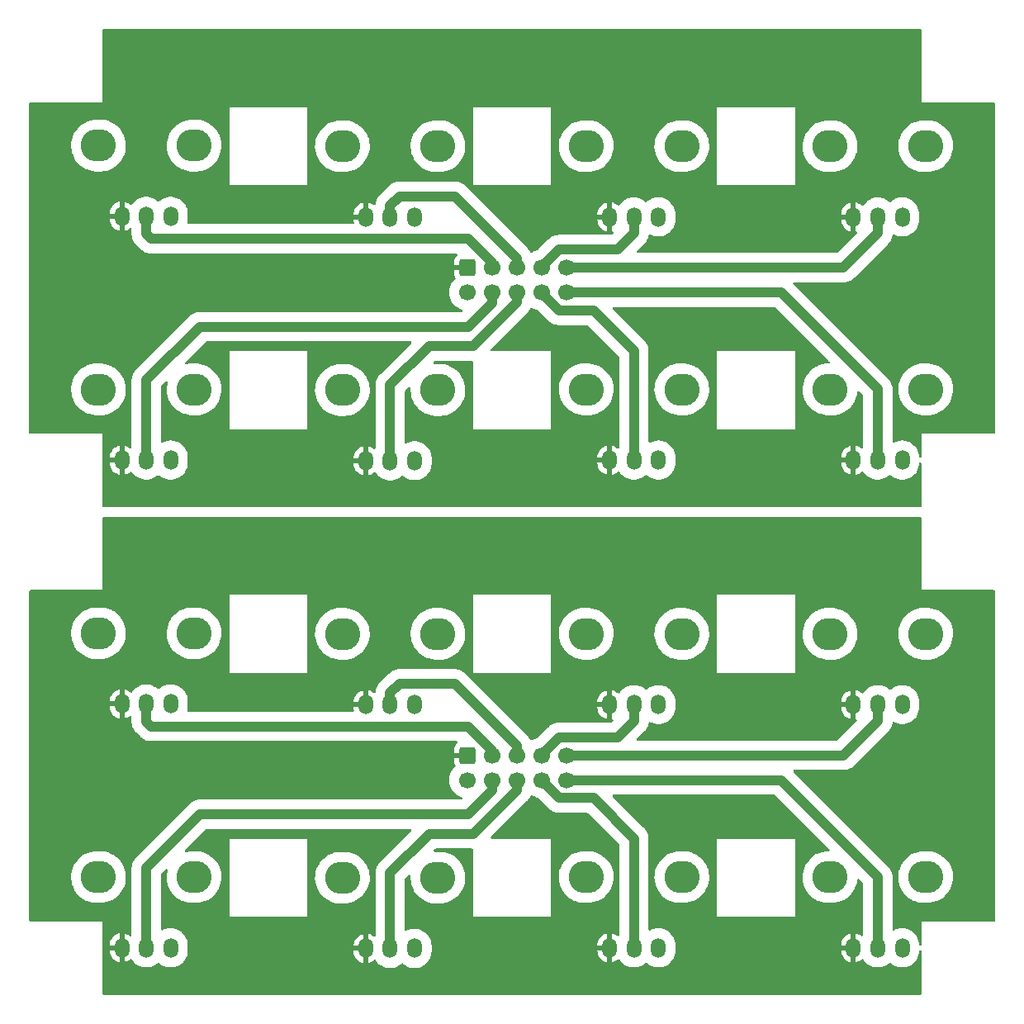
<source format=gbl>
G04 #@! TF.GenerationSoftware,KiCad,Pcbnew,(7.0.0)*
G04 #@! TF.CreationDate,2023-05-19T01:27:26+02:00*
G04 #@! TF.ProjectId,Pot-X2,506f742d-5832-42e6-9b69-6361645f7063,rev?*
G04 #@! TF.SameCoordinates,Original*
G04 #@! TF.FileFunction,Copper,L2,Bot*
G04 #@! TF.FilePolarity,Positive*
%FSLAX46Y46*%
G04 Gerber Fmt 4.6, Leading zero omitted, Abs format (unit mm)*
G04 Created by KiCad (PCBNEW (7.0.0)) date 2023-05-19 01:27:26*
%MOMM*%
%LPD*%
G01*
G04 APERTURE LIST*
G04 Aperture macros list*
%AMRoundRect*
0 Rectangle with rounded corners*
0 $1 Rounding radius*
0 $2 $3 $4 $5 $6 $7 $8 $9 X,Y pos of 4 corners*
0 Add a 4 corners polygon primitive as box body*
4,1,4,$2,$3,$4,$5,$6,$7,$8,$9,$2,$3,0*
0 Add four circle primitives for the rounded corners*
1,1,$1+$1,$2,$3*
1,1,$1+$1,$4,$5*
1,1,$1+$1,$6,$7*
1,1,$1+$1,$8,$9*
0 Add four rect primitives between the rounded corners*
20,1,$1+$1,$2,$3,$4,$5,0*
20,1,$1+$1,$4,$5,$6,$7,0*
20,1,$1+$1,$6,$7,$8,$9,0*
20,1,$1+$1,$8,$9,$2,$3,0*%
G04 Aperture macros list end*
G04 #@! TA.AperFunction,ComponentPad*
%ADD10O,1.500000X2.000000*%
G04 #@! TD*
G04 #@! TA.AperFunction,ComponentPad*
%ADD11O,3.600000X3.300000*%
G04 #@! TD*
G04 #@! TA.AperFunction,ComponentPad*
%ADD12RoundRect,0.250000X-0.600000X0.600000X-0.600000X-0.600000X0.600000X-0.600000X0.600000X0.600000X0*%
G04 #@! TD*
G04 #@! TA.AperFunction,ComponentPad*
%ADD13C,1.700000*%
G04 #@! TD*
G04 #@! TA.AperFunction,Conductor*
%ADD14C,1.000000*%
G04 #@! TD*
G04 APERTURE END LIST*
D10*
X146999999Y-80751135D03*
X149493385Y-80753306D03*
X151999999Y-80746691D03*
D11*
X144599999Y-73499999D03*
X154399999Y-73499999D03*
D10*
X121999999Y-80751135D03*
X124493385Y-80753306D03*
X126999999Y-80746691D03*
D11*
X119599999Y-73499999D03*
X129399999Y-73499999D03*
D10*
X121999999Y-105687981D03*
X124493385Y-105690152D03*
X126999999Y-105683537D03*
D11*
X119599999Y-98436845D03*
X129399999Y-98436845D03*
D10*
X96999999Y-80751135D03*
X99493385Y-80753306D03*
X101999999Y-80746691D03*
D11*
X94599999Y-73499999D03*
X104399999Y-73499999D03*
D10*
X96999999Y-105751135D03*
X99493385Y-105753306D03*
X101999999Y-105746691D03*
D11*
X94599999Y-98499999D03*
X104399999Y-98499999D03*
D10*
X71999999Y-80687981D03*
X74493385Y-80690152D03*
X76999999Y-80683537D03*
D11*
X69599999Y-73436845D03*
X79399999Y-73436845D03*
D10*
X71999999Y-105687981D03*
X74493385Y-105690152D03*
X76999999Y-105683537D03*
D11*
X69599999Y-98436845D03*
X79399999Y-98436845D03*
D10*
X146999999Y-105687981D03*
X149493385Y-105690152D03*
X151999999Y-105683537D03*
D11*
X144599999Y-98436845D03*
X154399999Y-98436845D03*
D10*
X146999999Y-30751135D03*
X149493385Y-30753306D03*
X151999999Y-30746691D03*
D11*
X144599999Y-23499999D03*
X154399999Y-23499999D03*
D10*
X96999999Y-55751135D03*
X99493385Y-55753306D03*
X101999999Y-55746691D03*
D11*
X94599999Y-48499999D03*
X104399999Y-48499999D03*
D10*
X146999999Y-55687981D03*
X149493385Y-55690152D03*
X151999999Y-55683537D03*
D11*
X144599999Y-48436845D03*
X154399999Y-48436845D03*
D10*
X71999999Y-55687981D03*
X74493385Y-55690152D03*
X76999999Y-55683537D03*
D11*
X69599999Y-48436845D03*
X79399999Y-48436845D03*
D10*
X71999999Y-30687981D03*
X74493385Y-30690152D03*
X76999999Y-30683537D03*
D11*
X69599999Y-23436845D03*
X79399999Y-23436845D03*
D10*
X121999999Y-30751135D03*
X124493385Y-30753306D03*
X126999999Y-30746691D03*
D11*
X119599999Y-23499999D03*
X129399999Y-23499999D03*
D10*
X96999999Y-30751135D03*
X99493385Y-30753306D03*
X101999999Y-30746691D03*
D11*
X94599999Y-23499999D03*
X104399999Y-23499999D03*
D10*
X121999999Y-55687981D03*
X124493385Y-55690152D03*
X126999999Y-55683537D03*
D11*
X119599999Y-48436845D03*
X129399999Y-48436845D03*
D12*
X107414000Y-85946000D03*
D13*
X107414000Y-88486000D03*
X109954000Y-85946000D03*
X109954000Y-88486000D03*
X112494000Y-85946000D03*
X112494000Y-88486000D03*
X115034000Y-85946000D03*
X115034000Y-88486000D03*
X117574000Y-85946000D03*
X117574000Y-88486000D03*
D12*
X107414000Y-35946000D03*
D13*
X107414000Y-38486000D03*
X109954000Y-35946000D03*
X109954000Y-38486000D03*
X112494000Y-35946000D03*
X112494000Y-38486000D03*
X115034000Y-35946000D03*
X115034000Y-38486000D03*
X117574000Y-35946000D03*
X117574000Y-38486000D03*
D14*
X74500000Y-32500000D02*
X74500000Y-30375000D01*
X75000000Y-33000000D02*
X74500000Y-32500000D01*
X109954000Y-85454000D02*
X107500000Y-83000000D01*
X107500000Y-83000000D02*
X75000000Y-83000000D01*
X107500000Y-33000000D02*
X75000000Y-33000000D01*
X109954000Y-35454000D02*
X107500000Y-33000000D01*
X109954000Y-35946000D02*
X109954000Y-35454000D01*
X74500000Y-82500000D02*
X74500000Y-80375000D01*
X109954000Y-85946000D02*
X109954000Y-85454000D01*
X75000000Y-83000000D02*
X74500000Y-82500000D01*
X74500000Y-55375000D02*
X74500000Y-47500000D01*
X109954000Y-39546000D02*
X109954000Y-38486000D01*
X74500000Y-105375000D02*
X74500000Y-97500000D01*
X107500000Y-92000000D02*
X109954000Y-89546000D01*
X80000000Y-42000000D02*
X107500000Y-42000000D01*
X80000000Y-92000000D02*
X107500000Y-92000000D01*
X109954000Y-89546000D02*
X109954000Y-88486000D01*
X74500000Y-47500000D02*
X80000000Y-42000000D01*
X107500000Y-42000000D02*
X109954000Y-39546000D01*
X74500000Y-97500000D02*
X80000000Y-92000000D01*
X99500000Y-79585787D02*
X100460787Y-78625000D01*
X100460787Y-78625000D02*
X106125000Y-78625000D01*
X106125000Y-28625000D02*
X112494000Y-34994000D01*
X106125000Y-78625000D02*
X112494000Y-84994000D01*
X99500000Y-30375000D02*
X99500000Y-29585787D01*
X112494000Y-84994000D02*
X112494000Y-85946000D01*
X99500000Y-29585787D02*
X100460787Y-28625000D01*
X112494000Y-34994000D02*
X112494000Y-35946000D01*
X100460787Y-28625000D02*
X106125000Y-28625000D01*
X99500000Y-80375000D02*
X99500000Y-79585787D01*
X99500000Y-106000000D02*
X99500000Y-98000000D01*
X108000000Y-44000000D02*
X112494000Y-39506000D01*
X103500000Y-94000000D02*
X108000000Y-94000000D01*
X99500000Y-98000000D02*
X103500000Y-94000000D01*
X99500000Y-56000000D02*
X99500000Y-48000000D01*
X99500000Y-48000000D02*
X103500000Y-44000000D01*
X108000000Y-94000000D02*
X112494000Y-89506000D01*
X112494000Y-89506000D02*
X112494000Y-88486000D01*
X103500000Y-44000000D02*
X108000000Y-44000000D01*
X112494000Y-39506000D02*
X112494000Y-38486000D01*
X122818213Y-84096000D02*
X116807704Y-84096000D01*
X124500000Y-82414213D02*
X122818213Y-84096000D01*
X122818213Y-34096000D02*
X116807704Y-34096000D01*
X124500000Y-32414213D02*
X122818213Y-34096000D01*
X115034000Y-35869704D02*
X115034000Y-35946000D01*
X116807704Y-84096000D02*
X115034000Y-85869704D01*
X124500000Y-30375000D02*
X124500000Y-32414213D01*
X124500000Y-80375000D02*
X124500000Y-82414213D01*
X116807704Y-34096000D02*
X115034000Y-35869704D01*
X115034000Y-85869704D02*
X115034000Y-85946000D01*
X124500000Y-105352500D02*
X124500000Y-94500000D01*
X120336000Y-90336000D02*
X116807704Y-90336000D01*
X120336000Y-40336000D02*
X116807704Y-40336000D01*
X115034000Y-38562296D02*
X115034000Y-38486000D01*
X124500000Y-55352500D02*
X124500000Y-44500000D01*
X116807704Y-90336000D02*
X115034000Y-88562296D01*
X124500000Y-94500000D02*
X120336000Y-90336000D01*
X115034000Y-88562296D02*
X115034000Y-88486000D01*
X124500000Y-44500000D02*
X120336000Y-40336000D01*
X116807704Y-40336000D02*
X115034000Y-38562296D01*
X149500000Y-82414213D02*
X145968213Y-85946000D01*
X149500000Y-30375000D02*
X149500000Y-32414213D01*
X145968213Y-35946000D02*
X117574000Y-35946000D01*
X149500000Y-80375000D02*
X149500000Y-82414213D01*
X149500000Y-32414213D02*
X145968213Y-35946000D01*
X145968213Y-85946000D02*
X117574000Y-85946000D01*
X149500000Y-98427000D02*
X139559000Y-88486000D01*
X149500000Y-105375000D02*
X149500000Y-98427000D01*
X139559000Y-88486000D02*
X117574000Y-88486000D01*
X149500000Y-55375000D02*
X149500000Y-48427000D01*
X149500000Y-48427000D02*
X139559000Y-38486000D01*
X139559000Y-38486000D02*
X117574000Y-38486000D01*
G04 #@! TA.AperFunction,Conductor*
G36*
X97211885Y-61500167D02*
G01*
X97214201Y-61500500D01*
X126781303Y-61500500D01*
X126785799Y-61500500D01*
X126788114Y-61500167D01*
X126792792Y-61500000D01*
X130207208Y-61500000D01*
X130211885Y-61500167D01*
X130214201Y-61500500D01*
X153874000Y-61500500D01*
X153937000Y-61517381D01*
X153983119Y-61563500D01*
X154000000Y-61626500D01*
X154000000Y-69000000D01*
X161374000Y-69000000D01*
X161437000Y-69016881D01*
X161483119Y-69063000D01*
X161500000Y-69126000D01*
X161500000Y-102874000D01*
X161483119Y-102937000D01*
X161437000Y-102983119D01*
X161374000Y-103000000D01*
X154000000Y-103000000D01*
X154000000Y-103016590D01*
X154000000Y-105329964D01*
X153983896Y-105391599D01*
X153939701Y-105437479D01*
X153878711Y-105455876D01*
X153816517Y-105442088D01*
X153769017Y-105399639D01*
X153748352Y-105339380D01*
X153740887Y-105239767D01*
X153735802Y-105171908D01*
X153677420Y-104916122D01*
X153581568Y-104671895D01*
X153450386Y-104444681D01*
X153286805Y-104239557D01*
X153249905Y-104205319D01*
X153097934Y-104064310D01*
X153097928Y-104064305D01*
X153094479Y-104061105D01*
X153090586Y-104058450D01*
X153090580Y-104058446D01*
X152881600Y-103915966D01*
X152881597Y-103915964D01*
X152877704Y-103913310D01*
X152714240Y-103834590D01*
X152645572Y-103801521D01*
X152645569Y-103801520D01*
X152641323Y-103799475D01*
X152636825Y-103798087D01*
X152636816Y-103798084D01*
X152395121Y-103723532D01*
X152395122Y-103723532D01*
X152390615Y-103722142D01*
X152385962Y-103721440D01*
X152385955Y-103721439D01*
X152135842Y-103683740D01*
X152135836Y-103683739D01*
X152131182Y-103683038D01*
X151868818Y-103683038D01*
X151864164Y-103683739D01*
X151864157Y-103683740D01*
X151614044Y-103721439D01*
X151614034Y-103721441D01*
X151609385Y-103722142D01*
X151604880Y-103723531D01*
X151604878Y-103723532D01*
X151363183Y-103798084D01*
X151363170Y-103798089D01*
X151358677Y-103799475D01*
X151354434Y-103801517D01*
X151354427Y-103801521D01*
X151181169Y-103884958D01*
X151119435Y-103897238D01*
X151059464Y-103878123D01*
X151016222Y-103832385D01*
X151000500Y-103771436D01*
X151000500Y-98527983D01*
X151001081Y-98518623D01*
X151595722Y-98518623D01*
X151596079Y-98522483D01*
X151596080Y-98522492D01*
X151610094Y-98673719D01*
X151625890Y-98844183D01*
X151695836Y-99163568D01*
X151804501Y-99471937D01*
X151950237Y-99764615D01*
X151952377Y-99767844D01*
X151952379Y-99767848D01*
X152042380Y-99903672D01*
X152130836Y-100037165D01*
X152343558Y-100285455D01*
X152585181Y-100505723D01*
X152588336Y-100507956D01*
X152588343Y-100507962D01*
X152727311Y-100606335D01*
X152852040Y-100694629D01*
X153140091Y-100849309D01*
X153143709Y-100850710D01*
X153143712Y-100850712D01*
X153298373Y-100910628D01*
X153444967Y-100967419D01*
X153762046Y-101047167D01*
X154086523Y-101087346D01*
X154629732Y-101087346D01*
X154631665Y-101087346D01*
X154876334Y-101072255D01*
X155197722Y-101012178D01*
X155509291Y-100913061D01*
X155806317Y-100776406D01*
X156084300Y-100604287D01*
X156339024Y-100399312D01*
X156566628Y-100164587D01*
X156763662Y-99903672D01*
X156927139Y-99620521D01*
X157054581Y-99319426D01*
X157144057Y-99004953D01*
X157194209Y-98681868D01*
X157204278Y-98355069D01*
X157174110Y-98029509D01*
X157104164Y-97710124D01*
X156995499Y-97401755D01*
X156849763Y-97109077D01*
X156669164Y-96836527D01*
X156456442Y-96588237D01*
X156214819Y-96367969D01*
X156211665Y-96365736D01*
X156211656Y-96365729D01*
X155951122Y-96181301D01*
X155951118Y-96181298D01*
X155947960Y-96179063D01*
X155913280Y-96160440D01*
X155663325Y-96026217D01*
X155663320Y-96026214D01*
X155659909Y-96024383D01*
X155656298Y-96022984D01*
X155656287Y-96022979D01*
X155358656Y-95907676D01*
X155358647Y-95907673D01*
X155355033Y-95906273D01*
X155351275Y-95905327D01*
X155351263Y-95905324D01*
X155041724Y-95827473D01*
X155041721Y-95827472D01*
X155037954Y-95826525D01*
X155034109Y-95826048D01*
X155034099Y-95826047D01*
X154717329Y-95786823D01*
X154713477Y-95786346D01*
X154168335Y-95786346D01*
X154166438Y-95786462D01*
X154166405Y-95786464D01*
X153927533Y-95801198D01*
X153927525Y-95801198D01*
X153923666Y-95801437D01*
X153919869Y-95802146D01*
X153919859Y-95802148D01*
X153606082Y-95860802D01*
X153606067Y-95860805D01*
X153602278Y-95861514D01*
X153598597Y-95862684D01*
X153598589Y-95862687D01*
X153294403Y-95959455D01*
X153294390Y-95959459D01*
X153290709Y-95960631D01*
X153287196Y-95962246D01*
X153287181Y-95962253D01*
X152997225Y-96095656D01*
X152997219Y-96095658D01*
X152993683Y-96097286D01*
X152990381Y-96099330D01*
X152990367Y-96099338D01*
X152719008Y-96267356D01*
X152718999Y-96267362D01*
X152715700Y-96269405D01*
X152712679Y-96271835D01*
X152712669Y-96271843D01*
X152463999Y-96471947D01*
X152463995Y-96471950D01*
X152460976Y-96474380D01*
X152458289Y-96477151D01*
X152458277Y-96477162D01*
X152236067Y-96706324D01*
X152236054Y-96706338D01*
X152233372Y-96709105D01*
X152231044Y-96712186D01*
X152231036Y-96712197D01*
X152038679Y-96966919D01*
X152038673Y-96966927D01*
X152036338Y-96970020D01*
X152034396Y-96973382D01*
X152034395Y-96973385D01*
X151874802Y-97249807D01*
X151874794Y-97249822D01*
X151872861Y-97253171D01*
X151871352Y-97256734D01*
X151871347Y-97256746D01*
X151746932Y-97550690D01*
X151746929Y-97550698D01*
X151745419Y-97554266D01*
X151744361Y-97557981D01*
X151744356Y-97557998D01*
X151657005Y-97865003D01*
X151657001Y-97865018D01*
X151655943Y-97868739D01*
X151655347Y-97872573D01*
X151655347Y-97872577D01*
X151606386Y-98187984D01*
X151606384Y-98188001D01*
X151605791Y-98191824D01*
X151605671Y-98195705D01*
X151605671Y-98195710D01*
X151595841Y-98514741D01*
X151595841Y-98514750D01*
X151595722Y-98518623D01*
X151001081Y-98518623D01*
X151001468Y-98512397D01*
X151003712Y-98494392D01*
X151004357Y-98489221D01*
X151000608Y-98398576D01*
X151000500Y-98393369D01*
X151000500Y-98367539D01*
X151000500Y-98364933D01*
X150998150Y-98336585D01*
X150997829Y-98331406D01*
X150995213Y-98268149D01*
X150994081Y-98240763D01*
X150989287Y-98217905D01*
X150987036Y-98202450D01*
X150985538Y-98184371D01*
X150985108Y-98179179D01*
X150962826Y-98091192D01*
X150961662Y-98086157D01*
X150957727Y-98067392D01*
X150943049Y-97997386D01*
X150934562Y-97975636D01*
X150929797Y-97960763D01*
X150925342Y-97943169D01*
X150925341Y-97943166D01*
X150924063Y-97938119D01*
X150887621Y-97855040D01*
X150885638Y-97850253D01*
X150859492Y-97783247D01*
X150852656Y-97765726D01*
X150840699Y-97745660D01*
X150833549Y-97731770D01*
X150824173Y-97710393D01*
X150774572Y-97634472D01*
X150771814Y-97630055D01*
X150728029Y-97556575D01*
X150728028Y-97556574D01*
X150725366Y-97552106D01*
X150710266Y-97534278D01*
X150700938Y-97521767D01*
X150691016Y-97506579D01*
X150691010Y-97506571D01*
X150688164Y-97502215D01*
X150650627Y-97461439D01*
X150626724Y-97435473D01*
X150623278Y-97431570D01*
X150606591Y-97411868D01*
X150606588Y-97411865D01*
X150604902Y-97409874D01*
X150584793Y-97389765D01*
X150581187Y-97386007D01*
X150519744Y-97319262D01*
X150501302Y-97304908D01*
X150489606Y-97294578D01*
X140856623Y-87661595D01*
X140825885Y-87611436D01*
X140821269Y-87552789D01*
X140843782Y-87498439D01*
X140888515Y-87460233D01*
X140945718Y-87446500D01*
X145867230Y-87446500D01*
X145882814Y-87447467D01*
X145905992Y-87450357D01*
X145996636Y-87446608D01*
X146001844Y-87446500D01*
X146027675Y-87446500D01*
X146030280Y-87446500D01*
X146058623Y-87444150D01*
X146063791Y-87443829D01*
X146154450Y-87440081D01*
X146177314Y-87435286D01*
X146192759Y-87433036D01*
X146216034Y-87431108D01*
X146304031Y-87408823D01*
X146308976Y-87407679D01*
X146397827Y-87389049D01*
X146419581Y-87380559D01*
X146434445Y-87375797D01*
X146457094Y-87370063D01*
X146540192Y-87333612D01*
X146544944Y-87331643D01*
X146629487Y-87298656D01*
X146649547Y-87286701D01*
X146663440Y-87279551D01*
X146680041Y-87272269D01*
X146680039Y-87272269D01*
X146684820Y-87270173D01*
X146689185Y-87267321D01*
X146689189Y-87267319D01*
X146760760Y-87220559D01*
X146765180Y-87217800D01*
X146843107Y-87171366D01*
X146860933Y-87156267D01*
X146873438Y-87146942D01*
X146892998Y-87134164D01*
X146959760Y-87072703D01*
X146963600Y-87069312D01*
X146985339Y-87050902D01*
X147005480Y-87030759D01*
X147009164Y-87027224D01*
X147075951Y-86965744D01*
X147090308Y-86947297D01*
X147100628Y-86935611D01*
X150489611Y-83546628D01*
X150501297Y-83536308D01*
X150519744Y-83521951D01*
X150581224Y-83455164D01*
X150584759Y-83451480D01*
X150604902Y-83431339D01*
X150623312Y-83409600D01*
X150626703Y-83405760D01*
X150688164Y-83338998D01*
X150700942Y-83319438D01*
X150710267Y-83306933D01*
X150725366Y-83289107D01*
X150771801Y-83211176D01*
X150774559Y-83206760D01*
X150821319Y-83135189D01*
X150821321Y-83135185D01*
X150824173Y-83130820D01*
X150827613Y-83122976D01*
X150833551Y-83109440D01*
X150840702Y-83095547D01*
X150849988Y-83079964D01*
X150852656Y-83075487D01*
X150885643Y-82990944D01*
X150887612Y-82986192D01*
X150924063Y-82903094D01*
X150929797Y-82880445D01*
X150934562Y-82865575D01*
X150941152Y-82848688D01*
X150943049Y-82843827D01*
X150961679Y-82754976D01*
X150962823Y-82750031D01*
X150985108Y-82662034D01*
X150986801Y-82641591D01*
X151006078Y-82584330D01*
X151049798Y-82542626D01*
X151107905Y-82526069D01*
X151167040Y-82538468D01*
X151221456Y-82564673D01*
X151358677Y-82630755D01*
X151609385Y-82708088D01*
X151868818Y-82747192D01*
X152126466Y-82747192D01*
X152131182Y-82747192D01*
X152390615Y-82708088D01*
X152641323Y-82630755D01*
X152877704Y-82516920D01*
X153094479Y-82369125D01*
X153286805Y-82190673D01*
X153450386Y-81985549D01*
X153581568Y-81758335D01*
X153677420Y-81514108D01*
X153735802Y-81258322D01*
X153750500Y-81062186D01*
X153750500Y-80431198D01*
X153735802Y-80235062D01*
X153677420Y-79979276D01*
X153581568Y-79735049D01*
X153450386Y-79507835D01*
X153286805Y-79302711D01*
X153229835Y-79249851D01*
X153097934Y-79127464D01*
X153097928Y-79127459D01*
X153094479Y-79124259D01*
X153090586Y-79121604D01*
X153090580Y-79121600D01*
X152881600Y-78979120D01*
X152881597Y-78979118D01*
X152877704Y-78976464D01*
X152699341Y-78890569D01*
X152645572Y-78864675D01*
X152645569Y-78864674D01*
X152641323Y-78862629D01*
X152636825Y-78861241D01*
X152636816Y-78861238D01*
X152395121Y-78786686D01*
X152395122Y-78786686D01*
X152390615Y-78785296D01*
X152385962Y-78784594D01*
X152385955Y-78784593D01*
X152135842Y-78746894D01*
X152135836Y-78746893D01*
X152131182Y-78746192D01*
X151868818Y-78746192D01*
X151864164Y-78746893D01*
X151864157Y-78746894D01*
X151614044Y-78784593D01*
X151614034Y-78784595D01*
X151609385Y-78785296D01*
X151604880Y-78786685D01*
X151604878Y-78786686D01*
X151363183Y-78861238D01*
X151363170Y-78861243D01*
X151358677Y-78862629D01*
X151354434Y-78864671D01*
X151354427Y-78864675D01*
X151126544Y-78974418D01*
X151126541Y-78974419D01*
X151122296Y-78976464D01*
X151118407Y-78979114D01*
X151118399Y-78979120D01*
X150909416Y-79121603D01*
X150909412Y-79121605D01*
X150905521Y-79124259D01*
X150828830Y-79195417D01*
X150828829Y-79195418D01*
X150774219Y-79225156D01*
X150712037Y-79225156D01*
X150657427Y-79195417D01*
X150591320Y-79134080D01*
X150591319Y-79134079D01*
X150587865Y-79130874D01*
X150371090Y-78983079D01*
X150226213Y-78913310D01*
X150138958Y-78871290D01*
X150138955Y-78871289D01*
X150134709Y-78869244D01*
X150130211Y-78867856D01*
X150130202Y-78867853D01*
X149888507Y-78793301D01*
X149888508Y-78793301D01*
X149884001Y-78791911D01*
X149879348Y-78791209D01*
X149879341Y-78791208D01*
X149629228Y-78753509D01*
X149629222Y-78753508D01*
X149624568Y-78752807D01*
X149362204Y-78752807D01*
X149357550Y-78753508D01*
X149357543Y-78753509D01*
X149107430Y-78791208D01*
X149107420Y-78791210D01*
X149102771Y-78791911D01*
X149098266Y-78793300D01*
X149098264Y-78793301D01*
X148856569Y-78867853D01*
X148856556Y-78867858D01*
X148852063Y-78869244D01*
X148847820Y-78871286D01*
X148847813Y-78871290D01*
X148619930Y-78981033D01*
X148619927Y-78981034D01*
X148615682Y-78983079D01*
X148611793Y-78985729D01*
X148611785Y-78985735D01*
X148402805Y-79128215D01*
X148402793Y-79128224D01*
X148398907Y-79130874D01*
X148395463Y-79134068D01*
X148395451Y-79134079D01*
X148210030Y-79306125D01*
X148210024Y-79306130D01*
X148206581Y-79309326D01*
X148203653Y-79312996D01*
X148203646Y-79313005D01*
X148045935Y-79510769D01*
X148045932Y-79510773D01*
X148043000Y-79514450D01*
X148040651Y-79518516D01*
X148040641Y-79518533D01*
X148032663Y-79532352D01*
X147994132Y-79573720D01*
X147941391Y-79594077D01*
X147885058Y-79589324D01*
X147836473Y-79560419D01*
X147791609Y-79517525D01*
X147782799Y-79510499D01*
X147603262Y-79391989D01*
X147593326Y-79386642D01*
X147395523Y-79302097D01*
X147384796Y-79298611D01*
X147267840Y-79271917D01*
X147256520Y-79271917D01*
X147254000Y-79282956D01*
X147254000Y-82218191D01*
X147257946Y-82231700D01*
X147274052Y-82234128D01*
X147336564Y-82262452D01*
X147374959Y-82319337D01*
X147377845Y-82387906D01*
X147344367Y-82447816D01*
X145383590Y-84408595D01*
X145342713Y-84435909D01*
X145294495Y-84445500D01*
X124894932Y-84445500D01*
X124837729Y-84431767D01*
X124792996Y-84393561D01*
X124770483Y-84339211D01*
X124775099Y-84280564D01*
X124805836Y-84230405D01*
X124970858Y-84065383D01*
X125489614Y-83546625D01*
X125501314Y-83536295D01*
X125519744Y-83521951D01*
X125581224Y-83455164D01*
X125584759Y-83451480D01*
X125604902Y-83431339D01*
X125623312Y-83409600D01*
X125626703Y-83405760D01*
X125688164Y-83338998D01*
X125700942Y-83319438D01*
X125710267Y-83306933D01*
X125725366Y-83289107D01*
X125771801Y-83211176D01*
X125774559Y-83206760D01*
X125821319Y-83135189D01*
X125821321Y-83135185D01*
X125824173Y-83130820D01*
X125827613Y-83122976D01*
X125833551Y-83109440D01*
X125840702Y-83095547D01*
X125849988Y-83079964D01*
X125852656Y-83075487D01*
X125885643Y-82990944D01*
X125887612Y-82986192D01*
X125924063Y-82903094D01*
X125929797Y-82880445D01*
X125934562Y-82865575D01*
X125941152Y-82848688D01*
X125943049Y-82843827D01*
X125961679Y-82754976D01*
X125962823Y-82750031D01*
X125985108Y-82662034D01*
X125986801Y-82641591D01*
X126006078Y-82584330D01*
X126049798Y-82542626D01*
X126107905Y-82526069D01*
X126167040Y-82538468D01*
X126221456Y-82564673D01*
X126358677Y-82630755D01*
X126609385Y-82708088D01*
X126868818Y-82747192D01*
X127126466Y-82747192D01*
X127131182Y-82747192D01*
X127390615Y-82708088D01*
X127641323Y-82630755D01*
X127877704Y-82516920D01*
X128094479Y-82369125D01*
X128286805Y-82190673D01*
X128450386Y-81985549D01*
X128581568Y-81758335D01*
X128677420Y-81514108D01*
X128735802Y-81258322D01*
X128750500Y-81062186D01*
X128750500Y-81054814D01*
X145742000Y-81054814D01*
X145742252Y-81060444D01*
X145756705Y-81221031D01*
X145758719Y-81232127D01*
X145815949Y-81439491D01*
X145819913Y-81450055D01*
X145913248Y-81643868D01*
X145919034Y-81653552D01*
X146045481Y-81827592D01*
X146052895Y-81836078D01*
X146208390Y-81984746D01*
X146217200Y-81991772D01*
X146396737Y-82110282D01*
X146406673Y-82115629D01*
X146604476Y-82200174D01*
X146615203Y-82203660D01*
X146732160Y-82230355D01*
X146743480Y-82230355D01*
X146746000Y-82219316D01*
X146746000Y-81021726D01*
X146742493Y-81008642D01*
X146729410Y-81005136D01*
X145758590Y-81005136D01*
X145745506Y-81008642D01*
X145742000Y-81021726D01*
X145742000Y-81054814D01*
X128750500Y-81054814D01*
X128750500Y-80480546D01*
X145742000Y-80480546D01*
X145745506Y-80493629D01*
X145758590Y-80497136D01*
X146729410Y-80497136D01*
X146742493Y-80493629D01*
X146746000Y-80480546D01*
X146746000Y-79284081D01*
X146742053Y-79270571D01*
X146728133Y-79268473D01*
X146724539Y-79268960D01*
X146713556Y-79271467D01*
X146508954Y-79337946D01*
X146498596Y-79342373D01*
X146309152Y-79444317D01*
X146299749Y-79450524D01*
X146131550Y-79584659D01*
X146123406Y-79592446D01*
X145981868Y-79754448D01*
X145975239Y-79763572D01*
X145864899Y-79948251D01*
X145860013Y-79958396D01*
X145784420Y-80159813D01*
X145781422Y-80170676D01*
X145743011Y-80382342D01*
X145742000Y-80393576D01*
X145742000Y-80480546D01*
X128750500Y-80480546D01*
X128750500Y-80431198D01*
X128735802Y-80235062D01*
X128677420Y-79979276D01*
X128581568Y-79735049D01*
X128450386Y-79507835D01*
X128286805Y-79302711D01*
X128229835Y-79249851D01*
X128097934Y-79127464D01*
X128097928Y-79127459D01*
X128094479Y-79124259D01*
X128090586Y-79121604D01*
X128090580Y-79121600D01*
X127881600Y-78979120D01*
X127881597Y-78979118D01*
X127877704Y-78976464D01*
X127699341Y-78890569D01*
X127645572Y-78864675D01*
X127645569Y-78864674D01*
X127641323Y-78862629D01*
X127636825Y-78861241D01*
X127636816Y-78861238D01*
X127395121Y-78786686D01*
X127395122Y-78786686D01*
X127390615Y-78785296D01*
X127385962Y-78784594D01*
X127385955Y-78784593D01*
X127135842Y-78746894D01*
X127135836Y-78746893D01*
X127131182Y-78746192D01*
X126868818Y-78746192D01*
X126864164Y-78746893D01*
X126864157Y-78746894D01*
X126614044Y-78784593D01*
X126614034Y-78784595D01*
X126609385Y-78785296D01*
X126604880Y-78786685D01*
X126604878Y-78786686D01*
X126363183Y-78861238D01*
X126363170Y-78861243D01*
X126358677Y-78862629D01*
X126354434Y-78864671D01*
X126354427Y-78864675D01*
X126126544Y-78974418D01*
X126126541Y-78974419D01*
X126122296Y-78976464D01*
X126118407Y-78979114D01*
X126118399Y-78979120D01*
X125909416Y-79121603D01*
X125909412Y-79121605D01*
X125905521Y-79124259D01*
X125828830Y-79195417D01*
X125828829Y-79195418D01*
X125774219Y-79225156D01*
X125712037Y-79225156D01*
X125657427Y-79195417D01*
X125591320Y-79134080D01*
X125591319Y-79134079D01*
X125587865Y-79130874D01*
X125371090Y-78983079D01*
X125226213Y-78913310D01*
X125138958Y-78871290D01*
X125138955Y-78871289D01*
X125134709Y-78869244D01*
X125130211Y-78867856D01*
X125130202Y-78867853D01*
X124888507Y-78793301D01*
X124888508Y-78793301D01*
X124884001Y-78791911D01*
X124879348Y-78791209D01*
X124879341Y-78791208D01*
X124629228Y-78753509D01*
X124629222Y-78753508D01*
X124624568Y-78752807D01*
X124362204Y-78752807D01*
X124357550Y-78753508D01*
X124357543Y-78753509D01*
X124107430Y-78791208D01*
X124107420Y-78791210D01*
X124102771Y-78791911D01*
X124098266Y-78793300D01*
X124098264Y-78793301D01*
X123856569Y-78867853D01*
X123856556Y-78867858D01*
X123852063Y-78869244D01*
X123847820Y-78871286D01*
X123847813Y-78871290D01*
X123619930Y-78981033D01*
X123619927Y-78981034D01*
X123615682Y-78983079D01*
X123611793Y-78985729D01*
X123611785Y-78985735D01*
X123402805Y-79128215D01*
X123402793Y-79128224D01*
X123398907Y-79130874D01*
X123395463Y-79134068D01*
X123395451Y-79134079D01*
X123210030Y-79306125D01*
X123210024Y-79306130D01*
X123206581Y-79309326D01*
X123203653Y-79312996D01*
X123203646Y-79313005D01*
X123045935Y-79510769D01*
X123045932Y-79510773D01*
X123043000Y-79514450D01*
X123040651Y-79518516D01*
X123040641Y-79518533D01*
X123032663Y-79532352D01*
X122994132Y-79573720D01*
X122941391Y-79594077D01*
X122885058Y-79589324D01*
X122836473Y-79560419D01*
X122791609Y-79517525D01*
X122782799Y-79510499D01*
X122603262Y-79391989D01*
X122593326Y-79386642D01*
X122395523Y-79302097D01*
X122384796Y-79298611D01*
X122267840Y-79271917D01*
X122256520Y-79271917D01*
X122254000Y-79282956D01*
X122254000Y-82218191D01*
X122257946Y-82231700D01*
X122274052Y-82234128D01*
X122336564Y-82262452D01*
X122374959Y-82319337D01*
X122377845Y-82387906D01*
X122344368Y-82447816D01*
X122233590Y-82558595D01*
X122192712Y-82585909D01*
X122144494Y-82595500D01*
X116908687Y-82595500D01*
X116893101Y-82594532D01*
X116875096Y-82592287D01*
X116875089Y-82592286D01*
X116869925Y-82591643D01*
X116864722Y-82591858D01*
X116864718Y-82591858D01*
X116779289Y-82595392D01*
X116774082Y-82595500D01*
X116745637Y-82595500D01*
X116743076Y-82595712D01*
X116743055Y-82595713D01*
X116717281Y-82597849D01*
X116712087Y-82598171D01*
X116626674Y-82601704D01*
X116626666Y-82601704D01*
X116621467Y-82601920D01*
X116616372Y-82602988D01*
X116616366Y-82602989D01*
X116598615Y-82606711D01*
X116583170Y-82608961D01*
X116565088Y-82610459D01*
X116565067Y-82610462D01*
X116559883Y-82610892D01*
X116554840Y-82612168D01*
X116554828Y-82612171D01*
X116471920Y-82633166D01*
X116466849Y-82634339D01*
X116383189Y-82651881D01*
X116383179Y-82651883D01*
X116378090Y-82652951D01*
X116373241Y-82654842D01*
X116373224Y-82654848D01*
X116356328Y-82661440D01*
X116341473Y-82666199D01*
X116323884Y-82670654D01*
X116323870Y-82670658D01*
X116318823Y-82671937D01*
X116314063Y-82674024D01*
X116314045Y-82674031D01*
X116235730Y-82708383D01*
X116230922Y-82710375D01*
X116151283Y-82741451D01*
X116151279Y-82741452D01*
X116146430Y-82743345D01*
X116141960Y-82746007D01*
X116141944Y-82746016D01*
X116126354Y-82755305D01*
X116112485Y-82762444D01*
X116095868Y-82769734D01*
X116091097Y-82771827D01*
X116086742Y-82774671D01*
X116086733Y-82774677D01*
X116015151Y-82821443D01*
X116010735Y-82824199D01*
X115937291Y-82867962D01*
X115937275Y-82867973D01*
X115932810Y-82870634D01*
X115928838Y-82873997D01*
X115928835Y-82874000D01*
X115914984Y-82885731D01*
X115902473Y-82895059D01*
X115887284Y-82904982D01*
X115887267Y-82904995D01*
X115882919Y-82907836D01*
X115879094Y-82911357D01*
X115879089Y-82911361D01*
X115816170Y-82969281D01*
X115812272Y-82972723D01*
X115792568Y-82989412D01*
X115792561Y-82989418D01*
X115790578Y-82991098D01*
X115788735Y-82992939D01*
X115788737Y-82992939D01*
X115770477Y-83011198D01*
X115766725Y-83014798D01*
X115703794Y-83072731D01*
X115703787Y-83072737D01*
X115699966Y-83076256D01*
X115696778Y-83080351D01*
X115696763Y-83080368D01*
X115685612Y-83094695D01*
X115675280Y-83106394D01*
X114670946Y-84110728D01*
X114608635Y-84144753D01*
X114515720Y-84164966D01*
X114515716Y-84164966D01*
X114511322Y-84165923D01*
X114507120Y-84167489D01*
X114507107Y-84167494D01*
X114267528Y-84256852D01*
X114267514Y-84256858D01*
X114263311Y-84258426D01*
X114259368Y-84260578D01*
X114259357Y-84260584D01*
X114034938Y-84383127D01*
X114034931Y-84383131D01*
X114030989Y-84385284D01*
X114028755Y-84386955D01*
X113962162Y-84406826D01*
X113894807Y-84388008D01*
X113848105Y-84336440D01*
X113846656Y-84332726D01*
X113842807Y-84326267D01*
X113834699Y-84312660D01*
X113827549Y-84298770D01*
X113818173Y-84277393D01*
X113804753Y-84256852D01*
X113768572Y-84201472D01*
X113765814Y-84197055D01*
X113722029Y-84123575D01*
X113722028Y-84123574D01*
X113719366Y-84119106D01*
X113704266Y-84101278D01*
X113694938Y-84088767D01*
X113685016Y-84073579D01*
X113685010Y-84073571D01*
X113682164Y-84069215D01*
X113636623Y-84019744D01*
X113620724Y-84002473D01*
X113617278Y-83998570D01*
X113600591Y-83978868D01*
X113600588Y-83978865D01*
X113598902Y-83976874D01*
X113578792Y-83956764D01*
X113575187Y-83953007D01*
X113513744Y-83886262D01*
X113495302Y-83871908D01*
X113483606Y-83861578D01*
X110676842Y-81054814D01*
X120742000Y-81054814D01*
X120742252Y-81060444D01*
X120756705Y-81221031D01*
X120758719Y-81232127D01*
X120815949Y-81439491D01*
X120819913Y-81450055D01*
X120913248Y-81643868D01*
X120919034Y-81653552D01*
X121045481Y-81827592D01*
X121052895Y-81836078D01*
X121208390Y-81984746D01*
X121217200Y-81991772D01*
X121396737Y-82110282D01*
X121406673Y-82115629D01*
X121604476Y-82200174D01*
X121615203Y-82203660D01*
X121732160Y-82230355D01*
X121743480Y-82230355D01*
X121746000Y-82219316D01*
X121746000Y-81021726D01*
X121742493Y-81008642D01*
X121729410Y-81005136D01*
X120758590Y-81005136D01*
X120745506Y-81008642D01*
X120742000Y-81021726D01*
X120742000Y-81054814D01*
X110676842Y-81054814D01*
X110102574Y-80480546D01*
X120742000Y-80480546D01*
X120745506Y-80493629D01*
X120758590Y-80497136D01*
X121729410Y-80497136D01*
X121742493Y-80493629D01*
X121746000Y-80480546D01*
X121746000Y-79284081D01*
X121742053Y-79270571D01*
X121728133Y-79268473D01*
X121724539Y-79268960D01*
X121713556Y-79271467D01*
X121508954Y-79337946D01*
X121498596Y-79342373D01*
X121309152Y-79444317D01*
X121299749Y-79450524D01*
X121131550Y-79584659D01*
X121123406Y-79592446D01*
X120981868Y-79754448D01*
X120975239Y-79763572D01*
X120864899Y-79948251D01*
X120860013Y-79958396D01*
X120784420Y-80159813D01*
X120781422Y-80170676D01*
X120743011Y-80382342D01*
X120742000Y-80393576D01*
X120742000Y-80480546D01*
X110102574Y-80480546D01*
X107257425Y-77635397D01*
X107247088Y-77623692D01*
X107235942Y-77609372D01*
X107235938Y-77609368D01*
X107232738Y-77605256D01*
X107165967Y-77543789D01*
X107162233Y-77540205D01*
X107143976Y-77521948D01*
X107142126Y-77520098D01*
X107137156Y-77515889D01*
X107120427Y-77501719D01*
X107116525Y-77498274D01*
X107078327Y-77463111D01*
X107049785Y-77436836D01*
X107045423Y-77433986D01*
X107045419Y-77433983D01*
X107030228Y-77424058D01*
X107017712Y-77414725D01*
X107014215Y-77411764D01*
X106999894Y-77399634D01*
X106921916Y-77353169D01*
X106917543Y-77350438D01*
X106845973Y-77303679D01*
X106845969Y-77303677D01*
X106841607Y-77300827D01*
X106820223Y-77291447D01*
X106806345Y-77284303D01*
X106790749Y-77275010D01*
X106790744Y-77275007D01*
X106786274Y-77272344D01*
X106767664Y-77265082D01*
X106701776Y-77239372D01*
X106696967Y-77237380D01*
X106618651Y-77203029D01*
X106618648Y-77203027D01*
X106613881Y-77200937D01*
X106608842Y-77199661D01*
X106608828Y-77199656D01*
X106591231Y-77195200D01*
X106576371Y-77190440D01*
X106554614Y-77181951D01*
X106549517Y-77180882D01*
X106549513Y-77180881D01*
X106465850Y-77163338D01*
X106460779Y-77162165D01*
X106377868Y-77141169D01*
X106377855Y-77141166D01*
X106372821Y-77139892D01*
X106367639Y-77139462D01*
X106367630Y-77139461D01*
X106349550Y-77137963D01*
X106334107Y-77135713D01*
X106316342Y-77131988D01*
X106316326Y-77131986D01*
X106311237Y-77130919D01*
X106306035Y-77130703D01*
X106306029Y-77130703D01*
X106220606Y-77127170D01*
X106215412Y-77126848D01*
X106189673Y-77124715D01*
X106189651Y-77124714D01*
X106187067Y-77124500D01*
X106184453Y-77124500D01*
X106158631Y-77124500D01*
X106153424Y-77124392D01*
X106067986Y-77120858D01*
X106067981Y-77120858D01*
X106062779Y-77120643D01*
X106057615Y-77121286D01*
X106057607Y-77121287D01*
X106039602Y-77123532D01*
X106024017Y-77124500D01*
X100561770Y-77124500D01*
X100546185Y-77123532D01*
X100528179Y-77121287D01*
X100528172Y-77121286D01*
X100523008Y-77120643D01*
X100517804Y-77120858D01*
X100517800Y-77120858D01*
X100432363Y-77124392D01*
X100427156Y-77124500D01*
X100398720Y-77124500D01*
X100396136Y-77124714D01*
X100396113Y-77124715D01*
X100370376Y-77126848D01*
X100365182Y-77127170D01*
X100279759Y-77130703D01*
X100279752Y-77130703D01*
X100274550Y-77130919D01*
X100269454Y-77131987D01*
X100269441Y-77131989D01*
X100251679Y-77135713D01*
X100236237Y-77137963D01*
X100218160Y-77139461D01*
X100218153Y-77139462D01*
X100212966Y-77139892D01*
X100207925Y-77141168D01*
X100207916Y-77141170D01*
X100125016Y-77162163D01*
X100119945Y-77163336D01*
X100036275Y-77180881D01*
X100036273Y-77180881D01*
X100031173Y-77181951D01*
X100026322Y-77183843D01*
X100026304Y-77183849D01*
X100009411Y-77190440D01*
X99994556Y-77195199D01*
X99976965Y-77199654D01*
X99976945Y-77199660D01*
X99971906Y-77200937D01*
X99967142Y-77203026D01*
X99967129Y-77203031D01*
X99888835Y-77237373D01*
X99884028Y-77239365D01*
X99820807Y-77264034D01*
X99799513Y-77272344D01*
X99795041Y-77275008D01*
X99795034Y-77275012D01*
X99779442Y-77284302D01*
X99765569Y-77291443D01*
X99748952Y-77298732D01*
X99748935Y-77298741D01*
X99744180Y-77300827D01*
X99739823Y-77303673D01*
X99739822Y-77303674D01*
X99668245Y-77350436D01*
X99663830Y-77353192D01*
X99590371Y-77396965D01*
X99590365Y-77396968D01*
X99585893Y-77399634D01*
X99581917Y-77403000D01*
X99581916Y-77403002D01*
X99568067Y-77414731D01*
X99555556Y-77424059D01*
X99540367Y-77433982D01*
X99540350Y-77433995D01*
X99536002Y-77436836D01*
X99532177Y-77440357D01*
X99532172Y-77440361D01*
X99469253Y-77498281D01*
X99465355Y-77501723D01*
X99445651Y-77518412D01*
X99445644Y-77518418D01*
X99443661Y-77520098D01*
X99441818Y-77521939D01*
X99441820Y-77521939D01*
X99423560Y-77540198D01*
X99419808Y-77543798D01*
X99356877Y-77601731D01*
X99356870Y-77601737D01*
X99353049Y-77605256D01*
X99349861Y-77609351D01*
X99349846Y-77609368D01*
X99338695Y-77623695D01*
X99328363Y-77635394D01*
X98510394Y-78453363D01*
X98498695Y-78463695D01*
X98484368Y-78474846D01*
X98484351Y-78474861D01*
X98480256Y-78478049D01*
X98476737Y-78481870D01*
X98476731Y-78481877D01*
X98418798Y-78544808D01*
X98415198Y-78548560D01*
X98395098Y-78568661D01*
X98393418Y-78570644D01*
X98393412Y-78570651D01*
X98376723Y-78590355D01*
X98373281Y-78594253D01*
X98315361Y-78657172D01*
X98315357Y-78657177D01*
X98311836Y-78661002D01*
X98308995Y-78665350D01*
X98308982Y-78665367D01*
X98299059Y-78680556D01*
X98289731Y-78693067D01*
X98274634Y-78710893D01*
X98271968Y-78715365D01*
X98271965Y-78715371D01*
X98228192Y-78788830D01*
X98225436Y-78793245D01*
X98180107Y-78862629D01*
X98175827Y-78869180D01*
X98173741Y-78873935D01*
X98173732Y-78873952D01*
X98166443Y-78890569D01*
X98159302Y-78904442D01*
X98150012Y-78920034D01*
X98150008Y-78920041D01*
X98147344Y-78924513D01*
X98145452Y-78929362D01*
X98114365Y-79009028D01*
X98112373Y-79013835D01*
X98078031Y-79092129D01*
X98078026Y-79092142D01*
X98075937Y-79096906D01*
X98074660Y-79101945D01*
X98074654Y-79101965D01*
X98070199Y-79119556D01*
X98065440Y-79134411D01*
X98058849Y-79151304D01*
X98058843Y-79151322D01*
X98056951Y-79156173D01*
X98055881Y-79161273D01*
X98055881Y-79161275D01*
X98038336Y-79244945D01*
X98037163Y-79250016D01*
X98016170Y-79332916D01*
X98016168Y-79332925D01*
X98014892Y-79337966D01*
X98014462Y-79343153D01*
X98014461Y-79343160D01*
X98012963Y-79361237D01*
X98010713Y-79376679D01*
X98006989Y-79394441D01*
X98006987Y-79394454D01*
X98005919Y-79399550D01*
X98005703Y-79404754D01*
X98005703Y-79404760D01*
X98004590Y-79431675D01*
X97989284Y-79486856D01*
X97951135Y-79529563D01*
X97898025Y-79550976D01*
X97840922Y-79546671D01*
X97796528Y-79520437D01*
X97796036Y-79521055D01*
X97791633Y-79517544D01*
X97791623Y-79517538D01*
X97791609Y-79517524D01*
X97782799Y-79510499D01*
X97603262Y-79391989D01*
X97593326Y-79386642D01*
X97395523Y-79302097D01*
X97384796Y-79298611D01*
X97267840Y-79271917D01*
X97256520Y-79271917D01*
X97254000Y-79282956D01*
X97254000Y-80879136D01*
X97237119Y-80942136D01*
X97191000Y-80988255D01*
X97128000Y-81005136D01*
X95758590Y-81005136D01*
X95745506Y-81008642D01*
X95742000Y-81021726D01*
X95742000Y-81054814D01*
X95742252Y-81060444D01*
X95756705Y-81221031D01*
X95758719Y-81232127D01*
X95788485Y-81339979D01*
X95790741Y-81397387D01*
X95767275Y-81449829D01*
X95722966Y-81486402D01*
X95667026Y-81499500D01*
X78824339Y-81499500D01*
X78769670Y-81487022D01*
X78725828Y-81452060D01*
X78701498Y-81401537D01*
X78701498Y-81345462D01*
X78735802Y-81195168D01*
X78750500Y-80999032D01*
X78750500Y-80480546D01*
X95742000Y-80480546D01*
X95745506Y-80493629D01*
X95758590Y-80497136D01*
X96729410Y-80497136D01*
X96742493Y-80493629D01*
X96746000Y-80480546D01*
X96746000Y-79284081D01*
X96742053Y-79270571D01*
X96728133Y-79268473D01*
X96724539Y-79268960D01*
X96713556Y-79271467D01*
X96508954Y-79337946D01*
X96498596Y-79342373D01*
X96309152Y-79444317D01*
X96299749Y-79450524D01*
X96131550Y-79584659D01*
X96123406Y-79592446D01*
X95981868Y-79754448D01*
X95975239Y-79763572D01*
X95864899Y-79948251D01*
X95860013Y-79958396D01*
X95784420Y-80159813D01*
X95781422Y-80170676D01*
X95743011Y-80382342D01*
X95742000Y-80393576D01*
X95742000Y-80480546D01*
X78750500Y-80480546D01*
X78750500Y-80368044D01*
X78735802Y-80171908D01*
X78677420Y-79916122D01*
X78581568Y-79671895D01*
X78513935Y-79554752D01*
X78452741Y-79448760D01*
X78450386Y-79444681D01*
X78286805Y-79239557D01*
X78239233Y-79195417D01*
X78097934Y-79064310D01*
X78097928Y-79064305D01*
X78094479Y-79061105D01*
X78090586Y-79058450D01*
X78090580Y-79058446D01*
X77881600Y-78915966D01*
X77881597Y-78915964D01*
X77877704Y-78913310D01*
X77659308Y-78808136D01*
X77645572Y-78801521D01*
X77645569Y-78801520D01*
X77641323Y-78799475D01*
X77636825Y-78798087D01*
X77636816Y-78798084D01*
X77395121Y-78723532D01*
X77395122Y-78723532D01*
X77390615Y-78722142D01*
X77385962Y-78721440D01*
X77385955Y-78721439D01*
X77135842Y-78683740D01*
X77135836Y-78683739D01*
X77131182Y-78683038D01*
X76868818Y-78683038D01*
X76864164Y-78683739D01*
X76864157Y-78683740D01*
X76614044Y-78721439D01*
X76614034Y-78721441D01*
X76609385Y-78722142D01*
X76604880Y-78723531D01*
X76604878Y-78723532D01*
X76363183Y-78798084D01*
X76363170Y-78798089D01*
X76358677Y-78799475D01*
X76354434Y-78801517D01*
X76354427Y-78801521D01*
X76126544Y-78911264D01*
X76126541Y-78911265D01*
X76122296Y-78913310D01*
X76118407Y-78915960D01*
X76118399Y-78915966D01*
X75909416Y-79058449D01*
X75909412Y-79058451D01*
X75905521Y-79061105D01*
X75834360Y-79127132D01*
X75828829Y-79132264D01*
X75774219Y-79162002D01*
X75712037Y-79162002D01*
X75657427Y-79132263D01*
X75591320Y-79070926D01*
X75591319Y-79070925D01*
X75587865Y-79067720D01*
X75384932Y-78929362D01*
X75374986Y-78922581D01*
X75374983Y-78922579D01*
X75371090Y-78919925D01*
X75134709Y-78806090D01*
X75130211Y-78804702D01*
X75130202Y-78804699D01*
X74888507Y-78730147D01*
X74888508Y-78730147D01*
X74884001Y-78728757D01*
X74879348Y-78728055D01*
X74879341Y-78728054D01*
X74629228Y-78690355D01*
X74629222Y-78690354D01*
X74624568Y-78689653D01*
X74362204Y-78689653D01*
X74357550Y-78690354D01*
X74357543Y-78690355D01*
X74107430Y-78728054D01*
X74107420Y-78728056D01*
X74102771Y-78728757D01*
X74098266Y-78730146D01*
X74098264Y-78730147D01*
X73856569Y-78804699D01*
X73856556Y-78804704D01*
X73852063Y-78806090D01*
X73847820Y-78808132D01*
X73847813Y-78808136D01*
X73619930Y-78917879D01*
X73619927Y-78917880D01*
X73615682Y-78919925D01*
X73611793Y-78922575D01*
X73611785Y-78922581D01*
X73402805Y-79065061D01*
X73402793Y-79065070D01*
X73398907Y-79067720D01*
X73395463Y-79070914D01*
X73395451Y-79070925D01*
X73210030Y-79242971D01*
X73210024Y-79242976D01*
X73206581Y-79246172D01*
X73203653Y-79249842D01*
X73203646Y-79249851D01*
X73045935Y-79447615D01*
X73045932Y-79447619D01*
X73043000Y-79451296D01*
X73040651Y-79455362D01*
X73040641Y-79455379D01*
X73032663Y-79469198D01*
X72994132Y-79510566D01*
X72941391Y-79530923D01*
X72885058Y-79526170D01*
X72836473Y-79497265D01*
X72791609Y-79454371D01*
X72782799Y-79447345D01*
X72603262Y-79328835D01*
X72593326Y-79323488D01*
X72395523Y-79238943D01*
X72384796Y-79235457D01*
X72267840Y-79208763D01*
X72256520Y-79208763D01*
X72254000Y-79219802D01*
X72254000Y-82155037D01*
X72257946Y-82168546D01*
X72271866Y-82170644D01*
X72275460Y-82170157D01*
X72286443Y-82167650D01*
X72491045Y-82101171D01*
X72501403Y-82096744D01*
X72690847Y-81994800D01*
X72700250Y-81988593D01*
X72794940Y-81913081D01*
X72859392Y-81886384D01*
X72928169Y-81898070D01*
X72980187Y-81944556D01*
X72999500Y-82011592D01*
X72999500Y-82399017D01*
X72998532Y-82414602D01*
X72996287Y-82432607D01*
X72996286Y-82432615D01*
X72995643Y-82437779D01*
X72995858Y-82442981D01*
X72995858Y-82442986D01*
X72999392Y-82528424D01*
X72999500Y-82533631D01*
X72999500Y-82562067D01*
X72999714Y-82564651D01*
X72999715Y-82564673D01*
X73001848Y-82590412D01*
X73002170Y-82595606D01*
X73005703Y-82681029D01*
X73005703Y-82681035D01*
X73005919Y-82686237D01*
X73006986Y-82691326D01*
X73006988Y-82691342D01*
X73010713Y-82709107D01*
X73012963Y-82724550D01*
X73014461Y-82742630D01*
X73014462Y-82742639D01*
X73014892Y-82747821D01*
X73016166Y-82752855D01*
X73016169Y-82752868D01*
X73037165Y-82835779D01*
X73038338Y-82840850D01*
X73053123Y-82911361D01*
X73056951Y-82929614D01*
X73065439Y-82951367D01*
X73070200Y-82966231D01*
X73074656Y-82983828D01*
X73074661Y-82983842D01*
X73075937Y-82988881D01*
X73078027Y-82993648D01*
X73078029Y-82993651D01*
X73112380Y-83071967D01*
X73114372Y-83076776D01*
X73140082Y-83142664D01*
X73147344Y-83161274D01*
X73150007Y-83165744D01*
X73150010Y-83165749D01*
X73159303Y-83181345D01*
X73166447Y-83195223D01*
X73175827Y-83216607D01*
X73178677Y-83220969D01*
X73178679Y-83220973D01*
X73225438Y-83292543D01*
X73228169Y-83296916D01*
X73274634Y-83374894D01*
X73278001Y-83378869D01*
X73289725Y-83392712D01*
X73299058Y-83405228D01*
X73308983Y-83420419D01*
X73308986Y-83420423D01*
X73311836Y-83424785D01*
X73319558Y-83433173D01*
X73373274Y-83491525D01*
X73376719Y-83495427D01*
X73390889Y-83512156D01*
X73395098Y-83517126D01*
X73396947Y-83518975D01*
X73396948Y-83518976D01*
X73415205Y-83537233D01*
X73418789Y-83540967D01*
X73480256Y-83607738D01*
X73484369Y-83610939D01*
X73484372Y-83610942D01*
X73498692Y-83622088D01*
X73510397Y-83632425D01*
X73867578Y-83989606D01*
X73877908Y-84001302D01*
X73892262Y-84019744D01*
X73959007Y-84081187D01*
X73962765Y-84084793D01*
X73982874Y-84104902D01*
X73984865Y-84106588D01*
X73984868Y-84106591D01*
X74004570Y-84123278D01*
X74008473Y-84126724D01*
X74028058Y-84144753D01*
X74075215Y-84188164D01*
X74079571Y-84191010D01*
X74079579Y-84191016D01*
X74094767Y-84200938D01*
X74107278Y-84210266D01*
X74125106Y-84225366D01*
X74184210Y-84260584D01*
X74203040Y-84271804D01*
X74207428Y-84274543D01*
X74283393Y-84324173D01*
X74304775Y-84333552D01*
X74318658Y-84340698D01*
X74338727Y-84352656D01*
X74423265Y-84385642D01*
X74428060Y-84387629D01*
X74511119Y-84424063D01*
X74533755Y-84429794D01*
X74548622Y-84434557D01*
X74570386Y-84443050D01*
X74651803Y-84460121D01*
X74659178Y-84461668D01*
X74664255Y-84462842D01*
X74752179Y-84485108D01*
X74775453Y-84487036D01*
X74790900Y-84489287D01*
X74813763Y-84494081D01*
X74904423Y-84497830D01*
X74909585Y-84498150D01*
X74937933Y-84500500D01*
X74966369Y-84500500D01*
X74971576Y-84500608D01*
X75062221Y-84504357D01*
X75085398Y-84501467D01*
X75100983Y-84500500D01*
X106296602Y-84500500D01*
X106358966Y-84517016D01*
X106404981Y-84562235D01*
X106422583Y-84624301D01*
X106407157Y-84686944D01*
X106362749Y-84733741D01*
X106346908Y-84743511D01*
X106335467Y-84752558D01*
X106220558Y-84867467D01*
X106211511Y-84878908D01*
X106126192Y-85017232D01*
X106120035Y-85030435D01*
X106068767Y-85185153D01*
X106065907Y-85198511D01*
X106056325Y-85292307D01*
X106056000Y-85298698D01*
X106056000Y-85675410D01*
X106059506Y-85688493D01*
X106072590Y-85692000D01*
X107542000Y-85692000D01*
X107605000Y-85708881D01*
X107651119Y-85755000D01*
X107668000Y-85818000D01*
X107668000Y-86074000D01*
X107651119Y-86137000D01*
X107605000Y-86183119D01*
X107542000Y-86200000D01*
X106072590Y-86200000D01*
X106059506Y-86203506D01*
X106056000Y-86216590D01*
X106056000Y-86593303D01*
X106056325Y-86599692D01*
X106065907Y-86693488D01*
X106068767Y-86706846D01*
X106120035Y-86861564D01*
X106126192Y-86874766D01*
X106181487Y-86964414D01*
X106199530Y-87017147D01*
X106193060Y-87072505D01*
X106163342Y-87119655D01*
X106011913Y-87271085D01*
X106009221Y-87274680D01*
X106009215Y-87274688D01*
X105855983Y-87479382D01*
X105855975Y-87479392D01*
X105853284Y-87482989D01*
X105851128Y-87486936D01*
X105851125Y-87486942D01*
X105728584Y-87711357D01*
X105728578Y-87711368D01*
X105726426Y-87715311D01*
X105724858Y-87719514D01*
X105724852Y-87719528D01*
X105635496Y-87959103D01*
X105635493Y-87959110D01*
X105633923Y-87963322D01*
X105632967Y-87967712D01*
X105632966Y-87967719D01*
X105578612Y-88217580D01*
X105578610Y-88217591D01*
X105577657Y-88221974D01*
X105558773Y-88486000D01*
X105577657Y-88750026D01*
X105578610Y-88754410D01*
X105578612Y-88754419D01*
X105632966Y-89004280D01*
X105633923Y-89008678D01*
X105635495Y-89012893D01*
X105635496Y-89012896D01*
X105724852Y-89252471D01*
X105724856Y-89252480D01*
X105726426Y-89256689D01*
X105728581Y-89260636D01*
X105728584Y-89260642D01*
X105838758Y-89462410D01*
X105853284Y-89489011D01*
X106011913Y-89700915D01*
X106199085Y-89888087D01*
X106410989Y-90046716D01*
X106643311Y-90173574D01*
X106647526Y-90175146D01*
X106647528Y-90175147D01*
X106862814Y-90255444D01*
X106918562Y-90296558D01*
X106944153Y-90360926D01*
X106931854Y-90429094D01*
X106885382Y-90480460D01*
X106818782Y-90499500D01*
X80100983Y-90499500D01*
X80085398Y-90498532D01*
X80067392Y-90496287D01*
X80067385Y-90496286D01*
X80062221Y-90495643D01*
X80057017Y-90495858D01*
X80057013Y-90495858D01*
X79971576Y-90499392D01*
X79966369Y-90499500D01*
X79937933Y-90499500D01*
X79935349Y-90499714D01*
X79935326Y-90499715D01*
X79909589Y-90501848D01*
X79904395Y-90502170D01*
X79818973Y-90505703D01*
X79818967Y-90505703D01*
X79813763Y-90505919D01*
X79808665Y-90506987D01*
X79808655Y-90506989D01*
X79790893Y-90510713D01*
X79775450Y-90512963D01*
X79757373Y-90514461D01*
X79757367Y-90514461D01*
X79752179Y-90514892D01*
X79747132Y-90516169D01*
X79747126Y-90516171D01*
X79664242Y-90537159D01*
X79659172Y-90538332D01*
X79575485Y-90555880D01*
X79575476Y-90555882D01*
X79570386Y-90556950D01*
X79565538Y-90558841D01*
X79565530Y-90558844D01*
X79548617Y-90565443D01*
X79533759Y-90570203D01*
X79516168Y-90574658D01*
X79516163Y-90574659D01*
X79511119Y-90575937D01*
X79506352Y-90578027D01*
X79506343Y-90578031D01*
X79428042Y-90612376D01*
X79423234Y-90614368D01*
X79343577Y-90645451D01*
X79343572Y-90645453D01*
X79338727Y-90647344D01*
X79334254Y-90650008D01*
X79334250Y-90650011D01*
X79318657Y-90659301D01*
X79304794Y-90666437D01*
X79288169Y-90673731D01*
X79288160Y-90673735D01*
X79283393Y-90675827D01*
X79279033Y-90678674D01*
X79279030Y-90678677D01*
X79207444Y-90725445D01*
X79203029Y-90728201D01*
X79152220Y-90758476D01*
X79125106Y-90774634D01*
X79121135Y-90777996D01*
X79121128Y-90778002D01*
X79107280Y-90789731D01*
X79094769Y-90799059D01*
X79079580Y-90808982D01*
X79079563Y-90808995D01*
X79075215Y-90811836D01*
X79071390Y-90815357D01*
X79071385Y-90815361D01*
X79008469Y-90873279D01*
X79004568Y-90876723D01*
X78984882Y-90893396D01*
X78984853Y-90893421D01*
X78982875Y-90895098D01*
X78981028Y-90896943D01*
X78981030Y-90896943D01*
X78962785Y-90915187D01*
X78959033Y-90918787D01*
X78896090Y-90976731D01*
X78896083Y-90976737D01*
X78892262Y-90980256D01*
X78889071Y-90984355D01*
X78889066Y-90984361D01*
X78877906Y-90998699D01*
X78867573Y-91010398D01*
X73510394Y-96367576D01*
X73498695Y-96377908D01*
X73484368Y-96389059D01*
X73484351Y-96389074D01*
X73480256Y-96392262D01*
X73476737Y-96396083D01*
X73476731Y-96396090D01*
X73418798Y-96459021D01*
X73415198Y-96462773D01*
X73395098Y-96482874D01*
X73393418Y-96484857D01*
X73393412Y-96484864D01*
X73376723Y-96504568D01*
X73373281Y-96508466D01*
X73315361Y-96571385D01*
X73315357Y-96571390D01*
X73311836Y-96575215D01*
X73308995Y-96579563D01*
X73308982Y-96579580D01*
X73299059Y-96594769D01*
X73289731Y-96607280D01*
X73274634Y-96625106D01*
X73271968Y-96629578D01*
X73271965Y-96629584D01*
X73228192Y-96703043D01*
X73225436Y-96707458D01*
X73175827Y-96783393D01*
X73173741Y-96788148D01*
X73173732Y-96788165D01*
X73166443Y-96804782D01*
X73159302Y-96818655D01*
X73150012Y-96834247D01*
X73150008Y-96834254D01*
X73147344Y-96838726D01*
X73145452Y-96843575D01*
X73114365Y-96923241D01*
X73112373Y-96928048D01*
X73078031Y-97006342D01*
X73078026Y-97006355D01*
X73075937Y-97011119D01*
X73074660Y-97016158D01*
X73074654Y-97016178D01*
X73070199Y-97033769D01*
X73065440Y-97048624D01*
X73058849Y-97065517D01*
X73058843Y-97065535D01*
X73056951Y-97070386D01*
X73055881Y-97075486D01*
X73055881Y-97075488D01*
X73038336Y-97159158D01*
X73037163Y-97164229D01*
X73016170Y-97247129D01*
X73016168Y-97247138D01*
X73014892Y-97252179D01*
X73014462Y-97257366D01*
X73014461Y-97257373D01*
X73012963Y-97275450D01*
X73010713Y-97290892D01*
X73006989Y-97308654D01*
X73006987Y-97308667D01*
X73005919Y-97313763D01*
X73005703Y-97318965D01*
X73005703Y-97318972D01*
X73002170Y-97404395D01*
X73001848Y-97409589D01*
X72999715Y-97435326D01*
X72999714Y-97435349D01*
X72999500Y-97437933D01*
X72999500Y-97440548D01*
X72999500Y-97466369D01*
X72999392Y-97471576D01*
X72995877Y-97556575D01*
X72995643Y-97562221D01*
X72996286Y-97567385D01*
X72996287Y-97567392D01*
X72998532Y-97585398D01*
X72999500Y-97600983D01*
X72999500Y-104358517D01*
X72980187Y-104425553D01*
X72928169Y-104472039D01*
X72859392Y-104483725D01*
X72794940Y-104457028D01*
X72782793Y-104447341D01*
X72603262Y-104328835D01*
X72593326Y-104323488D01*
X72395523Y-104238943D01*
X72384796Y-104235457D01*
X72267840Y-104208763D01*
X72256520Y-104208763D01*
X72254000Y-104219802D01*
X72254000Y-107155037D01*
X72257946Y-107168546D01*
X72271866Y-107170644D01*
X72275460Y-107170157D01*
X72286443Y-107167650D01*
X72491045Y-107101171D01*
X72501403Y-107096744D01*
X72690847Y-106994800D01*
X72700257Y-106988588D01*
X72844026Y-106873936D01*
X72892256Y-106850151D01*
X72946011Y-106848643D01*
X72995499Y-106869686D01*
X73031704Y-106909444D01*
X73043000Y-106929010D01*
X73090113Y-106988088D01*
X73201305Y-107127519D01*
X73206581Y-107134134D01*
X73229109Y-107155037D01*
X73395451Y-107309380D01*
X73395456Y-107309384D01*
X73398907Y-107312586D01*
X73402801Y-107315241D01*
X73402805Y-107315244D01*
X73495435Y-107378398D01*
X73615682Y-107460381D01*
X73852063Y-107574216D01*
X74102771Y-107651549D01*
X74362204Y-107690653D01*
X74619852Y-107690653D01*
X74624568Y-107690653D01*
X74884001Y-107651549D01*
X75134709Y-107574216D01*
X75371090Y-107460381D01*
X75587865Y-107312586D01*
X75664557Y-107241425D01*
X75719165Y-107211687D01*
X75781348Y-107211687D01*
X75835955Y-107241424D01*
X75905521Y-107305971D01*
X76122296Y-107453766D01*
X76358677Y-107567601D01*
X76609385Y-107644934D01*
X76868818Y-107684038D01*
X77126466Y-107684038D01*
X77131182Y-107684038D01*
X77390615Y-107644934D01*
X77641323Y-107567601D01*
X77877704Y-107453766D01*
X78094479Y-107305971D01*
X78286805Y-107127519D01*
X78450386Y-106922395D01*
X78581568Y-106695181D01*
X78677420Y-106450954D01*
X78735802Y-106195168D01*
X78746320Y-106054814D01*
X95742000Y-106054814D01*
X95742252Y-106060444D01*
X95756705Y-106221031D01*
X95758719Y-106232127D01*
X95815949Y-106439491D01*
X95819913Y-106450055D01*
X95913248Y-106643868D01*
X95919034Y-106653552D01*
X96045481Y-106827592D01*
X96052895Y-106836078D01*
X96208390Y-106984746D01*
X96217200Y-106991772D01*
X96396737Y-107110282D01*
X96406673Y-107115629D01*
X96604476Y-107200174D01*
X96615203Y-107203660D01*
X96732160Y-107230355D01*
X96743480Y-107230355D01*
X96746000Y-107219316D01*
X96746000Y-106021726D01*
X96742493Y-106008642D01*
X96729410Y-106005136D01*
X95758590Y-106005136D01*
X95745506Y-106008642D01*
X95742000Y-106021726D01*
X95742000Y-106054814D01*
X78746320Y-106054814D01*
X78750500Y-105999032D01*
X78750500Y-105480546D01*
X95742000Y-105480546D01*
X95745506Y-105493629D01*
X95758590Y-105497136D01*
X96729410Y-105497136D01*
X96742493Y-105493629D01*
X96746000Y-105480546D01*
X96746000Y-104284081D01*
X96742053Y-104270571D01*
X96728133Y-104268473D01*
X96724539Y-104268960D01*
X96713556Y-104271467D01*
X96508954Y-104337946D01*
X96498596Y-104342373D01*
X96309152Y-104444317D01*
X96299749Y-104450524D01*
X96131550Y-104584659D01*
X96123406Y-104592446D01*
X95981868Y-104754448D01*
X95975239Y-104763572D01*
X95864899Y-104948251D01*
X95860013Y-104958396D01*
X95784420Y-105159813D01*
X95781422Y-105170676D01*
X95743011Y-105382342D01*
X95742000Y-105393576D01*
X95742000Y-105480546D01*
X78750500Y-105480546D01*
X78750500Y-105368044D01*
X78735802Y-105171908D01*
X78677420Y-104916122D01*
X78581568Y-104671895D01*
X78450386Y-104444681D01*
X78286805Y-104239557D01*
X78249905Y-104205319D01*
X78097934Y-104064310D01*
X78097928Y-104064305D01*
X78094479Y-104061105D01*
X78090586Y-104058450D01*
X78090580Y-104058446D01*
X77881600Y-103915966D01*
X77881597Y-103915964D01*
X77877704Y-103913310D01*
X77714240Y-103834590D01*
X77645572Y-103801521D01*
X77645569Y-103801520D01*
X77641323Y-103799475D01*
X77636825Y-103798087D01*
X77636816Y-103798084D01*
X77395121Y-103723532D01*
X77395122Y-103723532D01*
X77390615Y-103722142D01*
X77385962Y-103721440D01*
X77385955Y-103721439D01*
X77135842Y-103683740D01*
X77135836Y-103683739D01*
X77131182Y-103683038D01*
X76868818Y-103683038D01*
X76864164Y-103683739D01*
X76864157Y-103683740D01*
X76614044Y-103721439D01*
X76614034Y-103721441D01*
X76609385Y-103722142D01*
X76604880Y-103723531D01*
X76604878Y-103723532D01*
X76363183Y-103798084D01*
X76363170Y-103798089D01*
X76358677Y-103799475D01*
X76354434Y-103801517D01*
X76354427Y-103801521D01*
X76181169Y-103884958D01*
X76119435Y-103897238D01*
X76059464Y-103878123D01*
X76016222Y-103832385D01*
X76000500Y-103771436D01*
X76000500Y-98173719D01*
X76010091Y-98125501D01*
X76037404Y-98084624D01*
X76096305Y-98025723D01*
X76473017Y-97649009D01*
X76529872Y-97616301D01*
X76595469Y-97616603D01*
X76652023Y-97649838D01*
X76684208Y-97706997D01*
X76683299Y-97772587D01*
X76657007Y-97864993D01*
X76657000Y-97865020D01*
X76655943Y-97868739D01*
X76655347Y-97872573D01*
X76655347Y-97872577D01*
X76606386Y-98187984D01*
X76606384Y-98188001D01*
X76605791Y-98191824D01*
X76605671Y-98195705D01*
X76605671Y-98195710D01*
X76595841Y-98514741D01*
X76595841Y-98514750D01*
X76595722Y-98518623D01*
X76596079Y-98522483D01*
X76596080Y-98522492D01*
X76610094Y-98673719D01*
X76625890Y-98844183D01*
X76695836Y-99163568D01*
X76804501Y-99471937D01*
X76950237Y-99764615D01*
X76952377Y-99767844D01*
X76952379Y-99767848D01*
X77042380Y-99903672D01*
X77130836Y-100037165D01*
X77343558Y-100285455D01*
X77585181Y-100505723D01*
X77588336Y-100507956D01*
X77588343Y-100507962D01*
X77727311Y-100606335D01*
X77852040Y-100694629D01*
X78140091Y-100849309D01*
X78143709Y-100850710D01*
X78143712Y-100850712D01*
X78298373Y-100910628D01*
X78444967Y-100967419D01*
X78762046Y-101047167D01*
X79086523Y-101087346D01*
X79629732Y-101087346D01*
X79631665Y-101087346D01*
X79876334Y-101072255D01*
X80197722Y-101012178D01*
X80509291Y-100913061D01*
X80806317Y-100776406D01*
X81084300Y-100604287D01*
X81339024Y-100399312D01*
X81566628Y-100164587D01*
X81763662Y-99903672D01*
X81927139Y-99620521D01*
X82054581Y-99319426D01*
X82144057Y-99004953D01*
X82194209Y-98681868D01*
X82204278Y-98355069D01*
X82174110Y-98029509D01*
X82104164Y-97710124D01*
X81995499Y-97401755D01*
X81849763Y-97109077D01*
X81669164Y-96836527D01*
X81456442Y-96588237D01*
X81214819Y-96367969D01*
X81211665Y-96365736D01*
X81211656Y-96365729D01*
X80951122Y-96181301D01*
X80951118Y-96181298D01*
X80947960Y-96179063D01*
X80913280Y-96160440D01*
X80663325Y-96026217D01*
X80663320Y-96026214D01*
X80659909Y-96024383D01*
X80656298Y-96022984D01*
X80656287Y-96022979D01*
X80358656Y-95907676D01*
X80358647Y-95907673D01*
X80355033Y-95906273D01*
X80351275Y-95905327D01*
X80351263Y-95905324D01*
X80041724Y-95827473D01*
X80041721Y-95827472D01*
X80037954Y-95826525D01*
X80034109Y-95826048D01*
X80034099Y-95826047D01*
X79717329Y-95786823D01*
X79713477Y-95786346D01*
X79168335Y-95786346D01*
X79166438Y-95786462D01*
X79166405Y-95786464D01*
X78927533Y-95801198D01*
X78927525Y-95801198D01*
X78923666Y-95801437D01*
X78919869Y-95802146D01*
X78919859Y-95802148D01*
X78606082Y-95860802D01*
X78606067Y-95860805D01*
X78602278Y-95861514D01*
X78598601Y-95862683D01*
X78598580Y-95862689D01*
X78594482Y-95863993D01*
X78528195Y-95866744D01*
X78469700Y-95835443D01*
X78435213Y-95778767D01*
X78434296Y-95712430D01*
X78467201Y-95654825D01*
X79622026Y-94500000D01*
X83000000Y-94500000D01*
X83000000Y-102500000D01*
X90983410Y-102500000D01*
X91000000Y-102500000D01*
X91000000Y-98581777D01*
X91795722Y-98581777D01*
X91796079Y-98585637D01*
X91796080Y-98585646D01*
X91825532Y-98903474D01*
X91825890Y-98907337D01*
X91895836Y-99226722D01*
X92004501Y-99535091D01*
X92006226Y-99538555D01*
X92006228Y-99538560D01*
X92076706Y-99680099D01*
X92150237Y-99827769D01*
X92152377Y-99830998D01*
X92152379Y-99831002D01*
X92288988Y-100037165D01*
X92330836Y-100100319D01*
X92543558Y-100348609D01*
X92785181Y-100568877D01*
X92788336Y-100571110D01*
X92788343Y-100571116D01*
X92927311Y-100669489D01*
X93052040Y-100757783D01*
X93340091Y-100912463D01*
X93343709Y-100913864D01*
X93343712Y-100913866D01*
X93478324Y-100966015D01*
X93644967Y-101030573D01*
X93962046Y-101110321D01*
X94286523Y-101150500D01*
X94829732Y-101150500D01*
X94831665Y-101150500D01*
X95076334Y-101135409D01*
X95397722Y-101075332D01*
X95709291Y-100976215D01*
X96006317Y-100839560D01*
X96284300Y-100667441D01*
X96539024Y-100462466D01*
X96766628Y-100227741D01*
X96963662Y-99966826D01*
X97127139Y-99683675D01*
X97254581Y-99382580D01*
X97344057Y-99068107D01*
X97394209Y-98745022D01*
X97404278Y-98418223D01*
X97374110Y-98092663D01*
X97304164Y-97773278D01*
X97195499Y-97464909D01*
X97049763Y-97172231D01*
X96869164Y-96899681D01*
X96656442Y-96651391D01*
X96414819Y-96431123D01*
X96411665Y-96428890D01*
X96411656Y-96428883D01*
X96151122Y-96244455D01*
X96151118Y-96244452D01*
X96147960Y-96242217D01*
X96034520Y-96181301D01*
X95863325Y-96089371D01*
X95863320Y-96089368D01*
X95859909Y-96087537D01*
X95856298Y-96086138D01*
X95856287Y-96086133D01*
X95558656Y-95970830D01*
X95558647Y-95970827D01*
X95555033Y-95969427D01*
X95551275Y-95968481D01*
X95551263Y-95968478D01*
X95241724Y-95890627D01*
X95241721Y-95890626D01*
X95237954Y-95889679D01*
X95234109Y-95889202D01*
X95234099Y-95889201D01*
X94917329Y-95849977D01*
X94913477Y-95849500D01*
X94368335Y-95849500D01*
X94366438Y-95849616D01*
X94366405Y-95849618D01*
X94127533Y-95864352D01*
X94127525Y-95864352D01*
X94123666Y-95864591D01*
X94119869Y-95865300D01*
X94119859Y-95865302D01*
X93806082Y-95923956D01*
X93806067Y-95923959D01*
X93802278Y-95924668D01*
X93798597Y-95925838D01*
X93798589Y-95925841D01*
X93494403Y-96022609D01*
X93494390Y-96022613D01*
X93490709Y-96023785D01*
X93487196Y-96025400D01*
X93487181Y-96025407D01*
X93197225Y-96158810D01*
X93197219Y-96158812D01*
X93193683Y-96160440D01*
X93190381Y-96162484D01*
X93190367Y-96162492D01*
X92919008Y-96330510D01*
X92918999Y-96330516D01*
X92915700Y-96332559D01*
X92912679Y-96334989D01*
X92912669Y-96334997D01*
X92663999Y-96535101D01*
X92663995Y-96535104D01*
X92660976Y-96537534D01*
X92658289Y-96540305D01*
X92658277Y-96540316D01*
X92436067Y-96769478D01*
X92436054Y-96769492D01*
X92433372Y-96772259D01*
X92431044Y-96775340D01*
X92431036Y-96775351D01*
X92238679Y-97030073D01*
X92238673Y-97030081D01*
X92236338Y-97033174D01*
X92234396Y-97036536D01*
X92234395Y-97036539D01*
X92074802Y-97312961D01*
X92074794Y-97312976D01*
X92072861Y-97316325D01*
X92071352Y-97319888D01*
X92071347Y-97319900D01*
X91946932Y-97613844D01*
X91946929Y-97613852D01*
X91945419Y-97617420D01*
X91944361Y-97621135D01*
X91944356Y-97621152D01*
X91857005Y-97928157D01*
X91857001Y-97928172D01*
X91855943Y-97931893D01*
X91855347Y-97935727D01*
X91855347Y-97935731D01*
X91806386Y-98251138D01*
X91806384Y-98251155D01*
X91805791Y-98254978D01*
X91805671Y-98258859D01*
X91805671Y-98258864D01*
X91795841Y-98577895D01*
X91795841Y-98577904D01*
X91795722Y-98581777D01*
X91000000Y-98581777D01*
X91000000Y-94500000D01*
X83000000Y-94500000D01*
X79622026Y-94500000D01*
X80584622Y-93537404D01*
X80625499Y-93510091D01*
X80673717Y-93500500D01*
X101573282Y-93500500D01*
X101630485Y-93514233D01*
X101675218Y-93552439D01*
X101697731Y-93606789D01*
X101693115Y-93665436D01*
X101662377Y-93715595D01*
X98510394Y-96867576D01*
X98498695Y-96877908D01*
X98484368Y-96889059D01*
X98484351Y-96889074D01*
X98480256Y-96892262D01*
X98476737Y-96896083D01*
X98476731Y-96896090D01*
X98418798Y-96959021D01*
X98415198Y-96962773D01*
X98395098Y-96982874D01*
X98393418Y-96984857D01*
X98393412Y-96984864D01*
X98376723Y-97004568D01*
X98373281Y-97008466D01*
X98315361Y-97071385D01*
X98315357Y-97071390D01*
X98311836Y-97075215D01*
X98308995Y-97079563D01*
X98308982Y-97079580D01*
X98299059Y-97094769D01*
X98289731Y-97107280D01*
X98278002Y-97121129D01*
X98274634Y-97125106D01*
X98271968Y-97129578D01*
X98271965Y-97129584D01*
X98228192Y-97203043D01*
X98225436Y-97207458D01*
X98195571Y-97253171D01*
X98175827Y-97283393D01*
X98173741Y-97288148D01*
X98173732Y-97288165D01*
X98166443Y-97304782D01*
X98159302Y-97318655D01*
X98150012Y-97334247D01*
X98150008Y-97334254D01*
X98147344Y-97338726D01*
X98145452Y-97343575D01*
X98114365Y-97423241D01*
X98112373Y-97428048D01*
X98078031Y-97506342D01*
X98078026Y-97506355D01*
X98075937Y-97511119D01*
X98074660Y-97516158D01*
X98074654Y-97516178D01*
X98070199Y-97533769D01*
X98065440Y-97548624D01*
X98058849Y-97565517D01*
X98058843Y-97565535D01*
X98056951Y-97570386D01*
X98055881Y-97575486D01*
X98055881Y-97575488D01*
X98038336Y-97659158D01*
X98037163Y-97664229D01*
X98016170Y-97747129D01*
X98016168Y-97747138D01*
X98014892Y-97752179D01*
X98014462Y-97757366D01*
X98014461Y-97757373D01*
X98012963Y-97775450D01*
X98010713Y-97790892D01*
X98006989Y-97808654D01*
X98006987Y-97808667D01*
X98005919Y-97813763D01*
X98005703Y-97818965D01*
X98005703Y-97818972D01*
X98002170Y-97904395D01*
X98001848Y-97909589D01*
X97999715Y-97935326D01*
X97999714Y-97935349D01*
X97999500Y-97937933D01*
X97999500Y-97940548D01*
X97999500Y-97966369D01*
X97999392Y-97971576D01*
X97997153Y-98025723D01*
X97995643Y-98062221D01*
X97996286Y-98067385D01*
X97996287Y-98067392D01*
X97998532Y-98085398D01*
X97999500Y-98100983D01*
X97999500Y-104421671D01*
X97980187Y-104488707D01*
X97928169Y-104535193D01*
X97859392Y-104546879D01*
X97794940Y-104520182D01*
X97782793Y-104510495D01*
X97603262Y-104391989D01*
X97593326Y-104386642D01*
X97395523Y-104302097D01*
X97384796Y-104298611D01*
X97267840Y-104271917D01*
X97256520Y-104271917D01*
X97254000Y-104282956D01*
X97254000Y-107218191D01*
X97257946Y-107231700D01*
X97271866Y-107233798D01*
X97275460Y-107233311D01*
X97286443Y-107230804D01*
X97491045Y-107164325D01*
X97501403Y-107159898D01*
X97690847Y-107057954D01*
X97700257Y-107051742D01*
X97844026Y-106937090D01*
X97892256Y-106913305D01*
X97946011Y-106911797D01*
X97995499Y-106932840D01*
X98031704Y-106972598D01*
X98043000Y-106992164D01*
X98095466Y-107057954D01*
X98201305Y-107190673D01*
X98206581Y-107197288D01*
X98229109Y-107218191D01*
X98395451Y-107372534D01*
X98395456Y-107372538D01*
X98398907Y-107375740D01*
X98402801Y-107378395D01*
X98402805Y-107378398D01*
X98402808Y-107378400D01*
X98615682Y-107523535D01*
X98852063Y-107637370D01*
X99102771Y-107714703D01*
X99362204Y-107753807D01*
X99619852Y-107753807D01*
X99624568Y-107753807D01*
X99884001Y-107714703D01*
X100134709Y-107637370D01*
X100371090Y-107523535D01*
X100587865Y-107375740D01*
X100664557Y-107304579D01*
X100719165Y-107274841D01*
X100781348Y-107274841D01*
X100835955Y-107304578D01*
X100905521Y-107369125D01*
X101122296Y-107516920D01*
X101358677Y-107630755D01*
X101609385Y-107708088D01*
X101868818Y-107747192D01*
X102126466Y-107747192D01*
X102131182Y-107747192D01*
X102390615Y-107708088D01*
X102641323Y-107630755D01*
X102877704Y-107516920D01*
X103094479Y-107369125D01*
X103286805Y-107190673D01*
X103450386Y-106985549D01*
X103581568Y-106758335D01*
X103677420Y-106514108D01*
X103735802Y-106258322D01*
X103750500Y-106062186D01*
X103750500Y-105991660D01*
X120742000Y-105991660D01*
X120742252Y-105997290D01*
X120756705Y-106157877D01*
X120758719Y-106168973D01*
X120815949Y-106376337D01*
X120819913Y-106386901D01*
X120913248Y-106580714D01*
X120919034Y-106590398D01*
X121045481Y-106764438D01*
X121052895Y-106772924D01*
X121208390Y-106921592D01*
X121217200Y-106928618D01*
X121396737Y-107047128D01*
X121406673Y-107052475D01*
X121604476Y-107137020D01*
X121615203Y-107140506D01*
X121732160Y-107167201D01*
X121743480Y-107167201D01*
X121746000Y-107156162D01*
X121746000Y-105958572D01*
X121742493Y-105945488D01*
X121729410Y-105941982D01*
X120758590Y-105941982D01*
X120745506Y-105945488D01*
X120742000Y-105958572D01*
X120742000Y-105991660D01*
X103750500Y-105991660D01*
X103750500Y-105431198D01*
X103749465Y-105417392D01*
X120742000Y-105417392D01*
X120745506Y-105430475D01*
X120758590Y-105433982D01*
X121729410Y-105433982D01*
X121742493Y-105430475D01*
X121746000Y-105417392D01*
X121746000Y-104220927D01*
X121742053Y-104207417D01*
X121728133Y-104205319D01*
X121724539Y-104205806D01*
X121713556Y-104208313D01*
X121508954Y-104274792D01*
X121498596Y-104279219D01*
X121309152Y-104381163D01*
X121299749Y-104387370D01*
X121131550Y-104521505D01*
X121123406Y-104529292D01*
X120981868Y-104691294D01*
X120975239Y-104700418D01*
X120864899Y-104885097D01*
X120860013Y-104895242D01*
X120784420Y-105096659D01*
X120781422Y-105107522D01*
X120743011Y-105319188D01*
X120742000Y-105330422D01*
X120742000Y-105417392D01*
X103749465Y-105417392D01*
X103735802Y-105235062D01*
X103677420Y-104979276D01*
X103581568Y-104735049D01*
X103450386Y-104507835D01*
X103286805Y-104302711D01*
X103185068Y-104208313D01*
X103097934Y-104127464D01*
X103097928Y-104127459D01*
X103094479Y-104124259D01*
X103090586Y-104121604D01*
X103090580Y-104121600D01*
X102881600Y-103979120D01*
X102881597Y-103979118D01*
X102877704Y-103976464D01*
X102742315Y-103911264D01*
X102645572Y-103864675D01*
X102645569Y-103864674D01*
X102641323Y-103862629D01*
X102636825Y-103861241D01*
X102636816Y-103861238D01*
X102395121Y-103786686D01*
X102395122Y-103786686D01*
X102390615Y-103785296D01*
X102385962Y-103784594D01*
X102385955Y-103784593D01*
X102135842Y-103746894D01*
X102135836Y-103746893D01*
X102131182Y-103746192D01*
X101868818Y-103746192D01*
X101864164Y-103746893D01*
X101864157Y-103746894D01*
X101614044Y-103784593D01*
X101614034Y-103784595D01*
X101609385Y-103785296D01*
X101604880Y-103786685D01*
X101604878Y-103786686D01*
X101363183Y-103861238D01*
X101363170Y-103861243D01*
X101358677Y-103862629D01*
X101354434Y-103864671D01*
X101354427Y-103864675D01*
X101181169Y-103948112D01*
X101119435Y-103960392D01*
X101059464Y-103941277D01*
X101016222Y-103895539D01*
X101000500Y-103834590D01*
X101000500Y-98673719D01*
X101010091Y-98625501D01*
X101037404Y-98584624D01*
X101109631Y-98512397D01*
X101388555Y-98233471D01*
X101439450Y-98202498D01*
X101498890Y-98198372D01*
X101553580Y-98222019D01*
X101591290Y-98268149D01*
X101603588Y-98326449D01*
X101595841Y-98577894D01*
X101595841Y-98577904D01*
X101595722Y-98581777D01*
X101596079Y-98585637D01*
X101596080Y-98585646D01*
X101625532Y-98903474D01*
X101625890Y-98907337D01*
X101695836Y-99226722D01*
X101804501Y-99535091D01*
X101806226Y-99538555D01*
X101806228Y-99538560D01*
X101876706Y-99680099D01*
X101950237Y-99827769D01*
X101952377Y-99830998D01*
X101952379Y-99831002D01*
X102088988Y-100037165D01*
X102130836Y-100100319D01*
X102343558Y-100348609D01*
X102585181Y-100568877D01*
X102588336Y-100571110D01*
X102588343Y-100571116D01*
X102727311Y-100669489D01*
X102852040Y-100757783D01*
X103140091Y-100912463D01*
X103143709Y-100913864D01*
X103143712Y-100913866D01*
X103278324Y-100966015D01*
X103444967Y-101030573D01*
X103762046Y-101110321D01*
X104086523Y-101150500D01*
X104629732Y-101150500D01*
X104631665Y-101150500D01*
X104876334Y-101135409D01*
X105197722Y-101075332D01*
X105509291Y-100976215D01*
X105806317Y-100839560D01*
X106084300Y-100667441D01*
X106339024Y-100462466D01*
X106566628Y-100227741D01*
X106763662Y-99966826D01*
X106927139Y-99683675D01*
X107054581Y-99382580D01*
X107144057Y-99068107D01*
X107194209Y-98745022D01*
X107204278Y-98418223D01*
X107174110Y-98092663D01*
X107104164Y-97773278D01*
X106995499Y-97464909D01*
X106849763Y-97172231D01*
X106669164Y-96899681D01*
X106456442Y-96651391D01*
X106214819Y-96431123D01*
X106211665Y-96428890D01*
X106211656Y-96428883D01*
X105951122Y-96244455D01*
X105951118Y-96244452D01*
X105947960Y-96242217D01*
X105834520Y-96181301D01*
X105663325Y-96089371D01*
X105663320Y-96089368D01*
X105659909Y-96087537D01*
X105656298Y-96086138D01*
X105656287Y-96086133D01*
X105358656Y-95970830D01*
X105358647Y-95970827D01*
X105355033Y-95969427D01*
X105351275Y-95968481D01*
X105351263Y-95968478D01*
X105041724Y-95890627D01*
X105041721Y-95890626D01*
X105037954Y-95889679D01*
X105034109Y-95889202D01*
X105034099Y-95889201D01*
X104717329Y-95849977D01*
X104713477Y-95849500D01*
X104168335Y-95849500D01*
X104166438Y-95849616D01*
X104166405Y-95849618D01*
X104078708Y-95855028D01*
X104019348Y-95844215D01*
X103971821Y-95807044D01*
X103947026Y-95752037D01*
X103950647Y-95691810D01*
X103981855Y-95640172D01*
X104084623Y-95537404D01*
X104125501Y-95510091D01*
X104173719Y-95500500D01*
X107874000Y-95500500D01*
X107937000Y-95517381D01*
X107983119Y-95563500D01*
X108000000Y-95626500D01*
X108000000Y-102500000D01*
X115983410Y-102500000D01*
X116000000Y-102500000D01*
X116000000Y-98518623D01*
X116795722Y-98518623D01*
X116796079Y-98522483D01*
X116796080Y-98522492D01*
X116810094Y-98673719D01*
X116825890Y-98844183D01*
X116895836Y-99163568D01*
X117004501Y-99471937D01*
X117150237Y-99764615D01*
X117152377Y-99767844D01*
X117152379Y-99767848D01*
X117242380Y-99903672D01*
X117330836Y-100037165D01*
X117543558Y-100285455D01*
X117785181Y-100505723D01*
X117788336Y-100507956D01*
X117788343Y-100507962D01*
X117927311Y-100606335D01*
X118052040Y-100694629D01*
X118340091Y-100849309D01*
X118343709Y-100850710D01*
X118343712Y-100850712D01*
X118498373Y-100910628D01*
X118644967Y-100967419D01*
X118962046Y-101047167D01*
X119286523Y-101087346D01*
X119829732Y-101087346D01*
X119831665Y-101087346D01*
X120076334Y-101072255D01*
X120397722Y-101012178D01*
X120709291Y-100913061D01*
X121006317Y-100776406D01*
X121284300Y-100604287D01*
X121539024Y-100399312D01*
X121766628Y-100164587D01*
X121963662Y-99903672D01*
X122127139Y-99620521D01*
X122254581Y-99319426D01*
X122344057Y-99004953D01*
X122394209Y-98681868D01*
X122404278Y-98355069D01*
X122374110Y-98029509D01*
X122304164Y-97710124D01*
X122195499Y-97401755D01*
X122049763Y-97109077D01*
X121869164Y-96836527D01*
X121656442Y-96588237D01*
X121414819Y-96367969D01*
X121411665Y-96365736D01*
X121411656Y-96365729D01*
X121151122Y-96181301D01*
X121151118Y-96181298D01*
X121147960Y-96179063D01*
X121113280Y-96160440D01*
X120863325Y-96026217D01*
X120863320Y-96026214D01*
X120859909Y-96024383D01*
X120856298Y-96022984D01*
X120856287Y-96022979D01*
X120558656Y-95907676D01*
X120558647Y-95907673D01*
X120555033Y-95906273D01*
X120551275Y-95905327D01*
X120551263Y-95905324D01*
X120241724Y-95827473D01*
X120241721Y-95827472D01*
X120237954Y-95826525D01*
X120234109Y-95826048D01*
X120234099Y-95826047D01*
X119917329Y-95786823D01*
X119913477Y-95786346D01*
X119368335Y-95786346D01*
X119366438Y-95786462D01*
X119366405Y-95786464D01*
X119127533Y-95801198D01*
X119127525Y-95801198D01*
X119123666Y-95801437D01*
X119119869Y-95802146D01*
X119119859Y-95802148D01*
X118806082Y-95860802D01*
X118806067Y-95860805D01*
X118802278Y-95861514D01*
X118798597Y-95862684D01*
X118798589Y-95862687D01*
X118494403Y-95959455D01*
X118494390Y-95959459D01*
X118490709Y-95960631D01*
X118487196Y-95962246D01*
X118487181Y-95962253D01*
X118197225Y-96095656D01*
X118197219Y-96095658D01*
X118193683Y-96097286D01*
X118190381Y-96099330D01*
X118190367Y-96099338D01*
X117919008Y-96267356D01*
X117918999Y-96267362D01*
X117915700Y-96269405D01*
X117912679Y-96271835D01*
X117912669Y-96271843D01*
X117663999Y-96471947D01*
X117663995Y-96471950D01*
X117660976Y-96474380D01*
X117658289Y-96477151D01*
X117658277Y-96477162D01*
X117436067Y-96706324D01*
X117436054Y-96706338D01*
X117433372Y-96709105D01*
X117431044Y-96712186D01*
X117431036Y-96712197D01*
X117238679Y-96966919D01*
X117238673Y-96966927D01*
X117236338Y-96970020D01*
X117234396Y-96973382D01*
X117234395Y-96973385D01*
X117074802Y-97249807D01*
X117074794Y-97249822D01*
X117072861Y-97253171D01*
X117071352Y-97256734D01*
X117071347Y-97256746D01*
X116946932Y-97550690D01*
X116946929Y-97550698D01*
X116945419Y-97554266D01*
X116944361Y-97557981D01*
X116944356Y-97557998D01*
X116857005Y-97865003D01*
X116857001Y-97865018D01*
X116855943Y-97868739D01*
X116855347Y-97872573D01*
X116855347Y-97872577D01*
X116806386Y-98187984D01*
X116806384Y-98188001D01*
X116805791Y-98191824D01*
X116805671Y-98195705D01*
X116805671Y-98195710D01*
X116795841Y-98514741D01*
X116795841Y-98514750D01*
X116795722Y-98518623D01*
X116000000Y-98518623D01*
X116000000Y-94500000D01*
X115983410Y-94500000D01*
X109926218Y-94500000D01*
X109869015Y-94486267D01*
X109824282Y-94448061D01*
X109801769Y-94393711D01*
X109806385Y-94335064D01*
X109837123Y-94284905D01*
X110744114Y-93377914D01*
X113483611Y-90638415D01*
X113495297Y-90628095D01*
X113513744Y-90613738D01*
X113575224Y-90546951D01*
X113578759Y-90543267D01*
X113598902Y-90523126D01*
X113617312Y-90501387D01*
X113620703Y-90497547D01*
X113682164Y-90430785D01*
X113694942Y-90411225D01*
X113704267Y-90398720D01*
X113719366Y-90380894D01*
X113765820Y-90302932D01*
X113768556Y-90298550D01*
X113818173Y-90222607D01*
X113827554Y-90201219D01*
X113834697Y-90187342D01*
X113846656Y-90167273D01*
X113865748Y-90118342D01*
X113908634Y-90062524D01*
X113974769Y-90038421D01*
X114043514Y-90053556D01*
X114259351Y-90171412D01*
X114259354Y-90171413D01*
X114263311Y-90173574D01*
X114511322Y-90266077D01*
X114608636Y-90287246D01*
X114642238Y-90299779D01*
X114670948Y-90321272D01*
X115675282Y-91325606D01*
X115685612Y-91337302D01*
X115699966Y-91355744D01*
X115766711Y-91417187D01*
X115770469Y-91420793D01*
X115790578Y-91440902D01*
X115792569Y-91442588D01*
X115792572Y-91442591D01*
X115812274Y-91459278D01*
X115816177Y-91462724D01*
X115855548Y-91498967D01*
X115882919Y-91524164D01*
X115887275Y-91527010D01*
X115887283Y-91527016D01*
X115902471Y-91536938D01*
X115914982Y-91546266D01*
X115932810Y-91561366D01*
X115937288Y-91564034D01*
X116010741Y-91607802D01*
X116015129Y-91610541D01*
X116091097Y-91660173D01*
X116112496Y-91669559D01*
X116126360Y-91676696D01*
X116146430Y-91688655D01*
X116151279Y-91690547D01*
X116151281Y-91690548D01*
X116230943Y-91721632D01*
X116235748Y-91723622D01*
X116318823Y-91760063D01*
X116323870Y-91761341D01*
X116323873Y-91761342D01*
X116341467Y-91765797D01*
X116356340Y-91770562D01*
X116378090Y-91779049D01*
X116459976Y-91796218D01*
X116466859Y-91797662D01*
X116471936Y-91798836D01*
X116559883Y-91821108D01*
X116583156Y-91823035D01*
X116598616Y-91825288D01*
X116621467Y-91830080D01*
X116712096Y-91833828D01*
X116717276Y-91834150D01*
X116740456Y-91836070D01*
X116745637Y-91836500D01*
X116774082Y-91836500D01*
X116779289Y-91836608D01*
X116869925Y-91840357D01*
X116893101Y-91837467D01*
X116908687Y-91836500D01*
X119662282Y-91836500D01*
X119710500Y-91846091D01*
X119751377Y-91873405D01*
X122962595Y-95084623D01*
X122989909Y-95125500D01*
X122999500Y-95173718D01*
X122999500Y-104358517D01*
X122980187Y-104425553D01*
X122928169Y-104472039D01*
X122859392Y-104483725D01*
X122794940Y-104457028D01*
X122782793Y-104447341D01*
X122603262Y-104328835D01*
X122593326Y-104323488D01*
X122395523Y-104238943D01*
X122384796Y-104235457D01*
X122267840Y-104208763D01*
X122256520Y-104208763D01*
X122254000Y-104219802D01*
X122254000Y-107155037D01*
X122257946Y-107168546D01*
X122271866Y-107170644D01*
X122275460Y-107170157D01*
X122286443Y-107167650D01*
X122491045Y-107101171D01*
X122501403Y-107096744D01*
X122690847Y-106994800D01*
X122700257Y-106988588D01*
X122844026Y-106873936D01*
X122892256Y-106850151D01*
X122946011Y-106848643D01*
X122995499Y-106869686D01*
X123031704Y-106909444D01*
X123043000Y-106929010D01*
X123090113Y-106988088D01*
X123201305Y-107127519D01*
X123206581Y-107134134D01*
X123229109Y-107155037D01*
X123395451Y-107309380D01*
X123395456Y-107309384D01*
X123398907Y-107312586D01*
X123402801Y-107315241D01*
X123402805Y-107315244D01*
X123495435Y-107378398D01*
X123615682Y-107460381D01*
X123852063Y-107574216D01*
X124102771Y-107651549D01*
X124362204Y-107690653D01*
X124619852Y-107690653D01*
X124624568Y-107690653D01*
X124884001Y-107651549D01*
X125134709Y-107574216D01*
X125371090Y-107460381D01*
X125587865Y-107312586D01*
X125664557Y-107241425D01*
X125719165Y-107211687D01*
X125781348Y-107211687D01*
X125835955Y-107241424D01*
X125905521Y-107305971D01*
X126122296Y-107453766D01*
X126358677Y-107567601D01*
X126609385Y-107644934D01*
X126868818Y-107684038D01*
X127126466Y-107684038D01*
X127131182Y-107684038D01*
X127390615Y-107644934D01*
X127641323Y-107567601D01*
X127877704Y-107453766D01*
X128094479Y-107305971D01*
X128286805Y-107127519D01*
X128450386Y-106922395D01*
X128581568Y-106695181D01*
X128677420Y-106450954D01*
X128735802Y-106195168D01*
X128750500Y-105999032D01*
X128750500Y-105991660D01*
X145742000Y-105991660D01*
X145742252Y-105997290D01*
X145756705Y-106157877D01*
X145758719Y-106168973D01*
X145815949Y-106376337D01*
X145819913Y-106386901D01*
X145913248Y-106580714D01*
X145919034Y-106590398D01*
X146045481Y-106764438D01*
X146052895Y-106772924D01*
X146208390Y-106921592D01*
X146217200Y-106928618D01*
X146396737Y-107047128D01*
X146406673Y-107052475D01*
X146604476Y-107137020D01*
X146615203Y-107140506D01*
X146732160Y-107167201D01*
X146743480Y-107167201D01*
X146746000Y-107156162D01*
X146746000Y-105958572D01*
X146742493Y-105945488D01*
X146729410Y-105941982D01*
X145758590Y-105941982D01*
X145745506Y-105945488D01*
X145742000Y-105958572D01*
X145742000Y-105991660D01*
X128750500Y-105991660D01*
X128750500Y-105417392D01*
X145742000Y-105417392D01*
X145745506Y-105430475D01*
X145758590Y-105433982D01*
X146729410Y-105433982D01*
X146742493Y-105430475D01*
X146746000Y-105417392D01*
X146746000Y-104220927D01*
X146742053Y-104207417D01*
X146728133Y-104205319D01*
X146724539Y-104205806D01*
X146713556Y-104208313D01*
X146508954Y-104274792D01*
X146498596Y-104279219D01*
X146309152Y-104381163D01*
X146299749Y-104387370D01*
X146131550Y-104521505D01*
X146123406Y-104529292D01*
X145981868Y-104691294D01*
X145975239Y-104700418D01*
X145864899Y-104885097D01*
X145860013Y-104895242D01*
X145784420Y-105096659D01*
X145781422Y-105107522D01*
X145743011Y-105319188D01*
X145742000Y-105330422D01*
X145742000Y-105417392D01*
X128750500Y-105417392D01*
X128750500Y-105368044D01*
X128735802Y-105171908D01*
X128677420Y-104916122D01*
X128581568Y-104671895D01*
X128450386Y-104444681D01*
X128286805Y-104239557D01*
X128249905Y-104205319D01*
X128097934Y-104064310D01*
X128097928Y-104064305D01*
X128094479Y-104061105D01*
X128090586Y-104058450D01*
X128090580Y-104058446D01*
X127881600Y-103915966D01*
X127881597Y-103915964D01*
X127877704Y-103913310D01*
X127714240Y-103834590D01*
X127645572Y-103801521D01*
X127645569Y-103801520D01*
X127641323Y-103799475D01*
X127636825Y-103798087D01*
X127636816Y-103798084D01*
X127395121Y-103723532D01*
X127395122Y-103723532D01*
X127390615Y-103722142D01*
X127385962Y-103721440D01*
X127385955Y-103721439D01*
X127135842Y-103683740D01*
X127135836Y-103683739D01*
X127131182Y-103683038D01*
X126868818Y-103683038D01*
X126864164Y-103683739D01*
X126864157Y-103683740D01*
X126614044Y-103721439D01*
X126614034Y-103721441D01*
X126609385Y-103722142D01*
X126604880Y-103723531D01*
X126604878Y-103723532D01*
X126363183Y-103798084D01*
X126363170Y-103798089D01*
X126358677Y-103799475D01*
X126354434Y-103801517D01*
X126354427Y-103801521D01*
X126181169Y-103884958D01*
X126119435Y-103897238D01*
X126059464Y-103878123D01*
X126016222Y-103832385D01*
X126000500Y-103771436D01*
X126000500Y-98518623D01*
X126595722Y-98518623D01*
X126596079Y-98522483D01*
X126596080Y-98522492D01*
X126610094Y-98673719D01*
X126625890Y-98844183D01*
X126695836Y-99163568D01*
X126804501Y-99471937D01*
X126950237Y-99764615D01*
X126952377Y-99767844D01*
X126952379Y-99767848D01*
X127042380Y-99903672D01*
X127130836Y-100037165D01*
X127343558Y-100285455D01*
X127585181Y-100505723D01*
X127588336Y-100507956D01*
X127588343Y-100507962D01*
X127727311Y-100606335D01*
X127852040Y-100694629D01*
X128140091Y-100849309D01*
X128143709Y-100850710D01*
X128143712Y-100850712D01*
X128298373Y-100910628D01*
X128444967Y-100967419D01*
X128762046Y-101047167D01*
X129086523Y-101087346D01*
X129629732Y-101087346D01*
X129631665Y-101087346D01*
X129876334Y-101072255D01*
X130197722Y-101012178D01*
X130509291Y-100913061D01*
X130806317Y-100776406D01*
X131084300Y-100604287D01*
X131339024Y-100399312D01*
X131566628Y-100164587D01*
X131763662Y-99903672D01*
X131927139Y-99620521D01*
X132054581Y-99319426D01*
X132144057Y-99004953D01*
X132194209Y-98681868D01*
X132204278Y-98355069D01*
X132174110Y-98029509D01*
X132104164Y-97710124D01*
X131995499Y-97401755D01*
X131849763Y-97109077D01*
X131669164Y-96836527D01*
X131456442Y-96588237D01*
X131214819Y-96367969D01*
X131211665Y-96365736D01*
X131211656Y-96365729D01*
X130951122Y-96181301D01*
X130951118Y-96181298D01*
X130947960Y-96179063D01*
X130913280Y-96160440D01*
X130663325Y-96026217D01*
X130663320Y-96026214D01*
X130659909Y-96024383D01*
X130656298Y-96022984D01*
X130656287Y-96022979D01*
X130358656Y-95907676D01*
X130358647Y-95907673D01*
X130355033Y-95906273D01*
X130351275Y-95905327D01*
X130351263Y-95905324D01*
X130041724Y-95827473D01*
X130041721Y-95827472D01*
X130037954Y-95826525D01*
X130034109Y-95826048D01*
X130034099Y-95826047D01*
X129717329Y-95786823D01*
X129713477Y-95786346D01*
X129168335Y-95786346D01*
X129166438Y-95786462D01*
X129166405Y-95786464D01*
X128927533Y-95801198D01*
X128927525Y-95801198D01*
X128923666Y-95801437D01*
X128919869Y-95802146D01*
X128919859Y-95802148D01*
X128606082Y-95860802D01*
X128606067Y-95860805D01*
X128602278Y-95861514D01*
X128598597Y-95862684D01*
X128598589Y-95862687D01*
X128294403Y-95959455D01*
X128294390Y-95959459D01*
X128290709Y-95960631D01*
X128287196Y-95962246D01*
X128287181Y-95962253D01*
X127997225Y-96095656D01*
X127997219Y-96095658D01*
X127993683Y-96097286D01*
X127990381Y-96099330D01*
X127990367Y-96099338D01*
X127719008Y-96267356D01*
X127718999Y-96267362D01*
X127715700Y-96269405D01*
X127712679Y-96271835D01*
X127712669Y-96271843D01*
X127463999Y-96471947D01*
X127463995Y-96471950D01*
X127460976Y-96474380D01*
X127458289Y-96477151D01*
X127458277Y-96477162D01*
X127236067Y-96706324D01*
X127236054Y-96706338D01*
X127233372Y-96709105D01*
X127231044Y-96712186D01*
X127231036Y-96712197D01*
X127038679Y-96966919D01*
X127038673Y-96966927D01*
X127036338Y-96970020D01*
X127034396Y-96973382D01*
X127034395Y-96973385D01*
X126874802Y-97249807D01*
X126874794Y-97249822D01*
X126872861Y-97253171D01*
X126871352Y-97256734D01*
X126871347Y-97256746D01*
X126746932Y-97550690D01*
X126746929Y-97550698D01*
X126745419Y-97554266D01*
X126744361Y-97557981D01*
X126744356Y-97557998D01*
X126657005Y-97865003D01*
X126657001Y-97865018D01*
X126655943Y-97868739D01*
X126655347Y-97872573D01*
X126655347Y-97872577D01*
X126606386Y-98187984D01*
X126606384Y-98188001D01*
X126605791Y-98191824D01*
X126605671Y-98195705D01*
X126605671Y-98195710D01*
X126595841Y-98514741D01*
X126595841Y-98514750D01*
X126595722Y-98518623D01*
X126000500Y-98518623D01*
X126000500Y-94600983D01*
X126001468Y-94585397D01*
X126003712Y-94567392D01*
X126004357Y-94562221D01*
X126001783Y-94500000D01*
X133000000Y-94500000D01*
X133000000Y-102500000D01*
X140983410Y-102500000D01*
X141000000Y-102500000D01*
X141000000Y-94500000D01*
X133000000Y-94500000D01*
X126001783Y-94500000D01*
X126000608Y-94471585D01*
X126000500Y-94466378D01*
X126000500Y-94440546D01*
X126000500Y-94437933D01*
X125998150Y-94409572D01*
X125997827Y-94404370D01*
X125994080Y-94313763D01*
X125989288Y-94290912D01*
X125987035Y-94275447D01*
X125985538Y-94257372D01*
X125985108Y-94252179D01*
X125962836Y-94164229D01*
X125961662Y-94159155D01*
X125960218Y-94152272D01*
X125943049Y-94070386D01*
X125934562Y-94048636D01*
X125929797Y-94033763D01*
X125925342Y-94016169D01*
X125925341Y-94016166D01*
X125924063Y-94011119D01*
X125887622Y-93928044D01*
X125885632Y-93923239D01*
X125854548Y-93843577D01*
X125854547Y-93843575D01*
X125852655Y-93838726D01*
X125840696Y-93818656D01*
X125833559Y-93804792D01*
X125824173Y-93783393D01*
X125774541Y-93707425D01*
X125771802Y-93703037D01*
X125728034Y-93629584D01*
X125725366Y-93625106D01*
X125710266Y-93607278D01*
X125700938Y-93594767D01*
X125691016Y-93579579D01*
X125691010Y-93579571D01*
X125688164Y-93575215D01*
X125628213Y-93510091D01*
X125626724Y-93508473D01*
X125623278Y-93504570D01*
X125606591Y-93484868D01*
X125606588Y-93484865D01*
X125604902Y-93482874D01*
X125584792Y-93462764D01*
X125581187Y-93459007D01*
X125519744Y-93392262D01*
X125501302Y-93377908D01*
X125489606Y-93367578D01*
X122323623Y-90201595D01*
X122292885Y-90151436D01*
X122288269Y-90092789D01*
X122310782Y-90038439D01*
X122355515Y-90000233D01*
X122412718Y-89986500D01*
X138885282Y-89986500D01*
X138933500Y-89996091D01*
X138974377Y-90023405D01*
X144522223Y-95571251D01*
X144552961Y-95621410D01*
X144557577Y-95680057D01*
X144535064Y-95734407D01*
X144490331Y-95772613D01*
X144433128Y-95786346D01*
X144368335Y-95786346D01*
X144366438Y-95786462D01*
X144366405Y-95786464D01*
X144127533Y-95801198D01*
X144127525Y-95801198D01*
X144123666Y-95801437D01*
X144119869Y-95802146D01*
X144119859Y-95802148D01*
X143806082Y-95860802D01*
X143806067Y-95860805D01*
X143802278Y-95861514D01*
X143798597Y-95862684D01*
X143798589Y-95862687D01*
X143494403Y-95959455D01*
X143494390Y-95959459D01*
X143490709Y-95960631D01*
X143487196Y-95962246D01*
X143487181Y-95962253D01*
X143197225Y-96095656D01*
X143197219Y-96095658D01*
X143193683Y-96097286D01*
X143190381Y-96099330D01*
X143190367Y-96099338D01*
X142919008Y-96267356D01*
X142918999Y-96267362D01*
X142915700Y-96269405D01*
X142912679Y-96271835D01*
X142912669Y-96271843D01*
X142663999Y-96471947D01*
X142663995Y-96471950D01*
X142660976Y-96474380D01*
X142658289Y-96477151D01*
X142658277Y-96477162D01*
X142436067Y-96706324D01*
X142436054Y-96706338D01*
X142433372Y-96709105D01*
X142431044Y-96712186D01*
X142431036Y-96712197D01*
X142238679Y-96966919D01*
X142238673Y-96966927D01*
X142236338Y-96970020D01*
X142234396Y-96973382D01*
X142234395Y-96973385D01*
X142074802Y-97249807D01*
X142074794Y-97249822D01*
X142072861Y-97253171D01*
X142071352Y-97256734D01*
X142071347Y-97256746D01*
X141946932Y-97550690D01*
X141946929Y-97550698D01*
X141945419Y-97554266D01*
X141944361Y-97557981D01*
X141944356Y-97557998D01*
X141857005Y-97865003D01*
X141857001Y-97865018D01*
X141855943Y-97868739D01*
X141855347Y-97872573D01*
X141855347Y-97872577D01*
X141806386Y-98187984D01*
X141806384Y-98188001D01*
X141805791Y-98191824D01*
X141805671Y-98195705D01*
X141805671Y-98195710D01*
X141795841Y-98514741D01*
X141795841Y-98514750D01*
X141795722Y-98518623D01*
X141796079Y-98522483D01*
X141796080Y-98522492D01*
X141810094Y-98673719D01*
X141825890Y-98844183D01*
X141895836Y-99163568D01*
X142004501Y-99471937D01*
X142150237Y-99764615D01*
X142152377Y-99767844D01*
X142152379Y-99767848D01*
X142242380Y-99903672D01*
X142330836Y-100037165D01*
X142543558Y-100285455D01*
X142785181Y-100505723D01*
X142788336Y-100507956D01*
X142788343Y-100507962D01*
X142927311Y-100606335D01*
X143052040Y-100694629D01*
X143340091Y-100849309D01*
X143343709Y-100850710D01*
X143343712Y-100850712D01*
X143498373Y-100910628D01*
X143644967Y-100967419D01*
X143962046Y-101047167D01*
X144286523Y-101087346D01*
X144829732Y-101087346D01*
X144831665Y-101087346D01*
X145076334Y-101072255D01*
X145397722Y-101012178D01*
X145709291Y-100913061D01*
X146006317Y-100776406D01*
X146284300Y-100604287D01*
X146539024Y-100399312D01*
X146766628Y-100164587D01*
X146963662Y-99903672D01*
X147127139Y-99620521D01*
X147254581Y-99319426D01*
X147344057Y-99004953D01*
X147388197Y-98720596D01*
X147416706Y-98658315D01*
X147473585Y-98620151D01*
X147542026Y-98617383D01*
X147601801Y-98650829D01*
X147962595Y-99011623D01*
X147989909Y-99052500D01*
X147999500Y-99100718D01*
X147999500Y-104358517D01*
X147980187Y-104425553D01*
X147928169Y-104472039D01*
X147859392Y-104483725D01*
X147794940Y-104457028D01*
X147782793Y-104447341D01*
X147603262Y-104328835D01*
X147593326Y-104323488D01*
X147395523Y-104238943D01*
X147384796Y-104235457D01*
X147267840Y-104208763D01*
X147256520Y-104208763D01*
X147254000Y-104219802D01*
X147254000Y-107155037D01*
X147257946Y-107168546D01*
X147271866Y-107170644D01*
X147275460Y-107170157D01*
X147286443Y-107167650D01*
X147491045Y-107101171D01*
X147501403Y-107096744D01*
X147690847Y-106994800D01*
X147700257Y-106988588D01*
X147844026Y-106873936D01*
X147892256Y-106850151D01*
X147946011Y-106848643D01*
X147995499Y-106869686D01*
X148031704Y-106909444D01*
X148043000Y-106929010D01*
X148090113Y-106988088D01*
X148201305Y-107127519D01*
X148206581Y-107134134D01*
X148229109Y-107155037D01*
X148395451Y-107309380D01*
X148395456Y-107309384D01*
X148398907Y-107312586D01*
X148402801Y-107315241D01*
X148402805Y-107315244D01*
X148495435Y-107378398D01*
X148615682Y-107460381D01*
X148852063Y-107574216D01*
X149102771Y-107651549D01*
X149362204Y-107690653D01*
X149619852Y-107690653D01*
X149624568Y-107690653D01*
X149884001Y-107651549D01*
X150134709Y-107574216D01*
X150371090Y-107460381D01*
X150587865Y-107312586D01*
X150664557Y-107241425D01*
X150719165Y-107211687D01*
X150781348Y-107211687D01*
X150835955Y-107241424D01*
X150905521Y-107305971D01*
X151122296Y-107453766D01*
X151358677Y-107567601D01*
X151609385Y-107644934D01*
X151868818Y-107684038D01*
X152126466Y-107684038D01*
X152131182Y-107684038D01*
X152390615Y-107644934D01*
X152641323Y-107567601D01*
X152877704Y-107453766D01*
X153094479Y-107305971D01*
X153286805Y-107127519D01*
X153450386Y-106922395D01*
X153581568Y-106695181D01*
X153677420Y-106450954D01*
X153735802Y-106195168D01*
X153748351Y-106027696D01*
X153769017Y-105967437D01*
X153816517Y-105924988D01*
X153878711Y-105911200D01*
X153939701Y-105929597D01*
X153983896Y-105975477D01*
X154000000Y-106037112D01*
X154000000Y-110374000D01*
X153983119Y-110437000D01*
X153937000Y-110483119D01*
X153874000Y-110500000D01*
X70126000Y-110500000D01*
X70063000Y-110483119D01*
X70016881Y-110437000D01*
X70000000Y-110374000D01*
X70000000Y-105991660D01*
X70742000Y-105991660D01*
X70742252Y-105997290D01*
X70756705Y-106157877D01*
X70758719Y-106168973D01*
X70815949Y-106376337D01*
X70819913Y-106386901D01*
X70913248Y-106580714D01*
X70919034Y-106590398D01*
X71045481Y-106764438D01*
X71052895Y-106772924D01*
X71208390Y-106921592D01*
X71217200Y-106928618D01*
X71396737Y-107047128D01*
X71406673Y-107052475D01*
X71604476Y-107137020D01*
X71615203Y-107140506D01*
X71732160Y-107167201D01*
X71743480Y-107167201D01*
X71746000Y-107156162D01*
X71746000Y-105958572D01*
X71742493Y-105945488D01*
X71729410Y-105941982D01*
X70758590Y-105941982D01*
X70745506Y-105945488D01*
X70742000Y-105958572D01*
X70742000Y-105991660D01*
X70000000Y-105991660D01*
X70000000Y-105417392D01*
X70742000Y-105417392D01*
X70745506Y-105430475D01*
X70758590Y-105433982D01*
X71729410Y-105433982D01*
X71742493Y-105430475D01*
X71746000Y-105417392D01*
X71746000Y-104220927D01*
X71742053Y-104207417D01*
X71728133Y-104205319D01*
X71724539Y-104205806D01*
X71713556Y-104208313D01*
X71508954Y-104274792D01*
X71498596Y-104279219D01*
X71309152Y-104381163D01*
X71299749Y-104387370D01*
X71131550Y-104521505D01*
X71123406Y-104529292D01*
X70981868Y-104691294D01*
X70975239Y-104700418D01*
X70864899Y-104885097D01*
X70860013Y-104895242D01*
X70784420Y-105096659D01*
X70781422Y-105107522D01*
X70743011Y-105319188D01*
X70742000Y-105330422D01*
X70742000Y-105417392D01*
X70000000Y-105417392D01*
X70000000Y-103016590D01*
X70000000Y-103000000D01*
X62626000Y-103000000D01*
X62563000Y-102983119D01*
X62516881Y-102937000D01*
X62500000Y-102874000D01*
X62500000Y-98518623D01*
X66795722Y-98518623D01*
X66796079Y-98522483D01*
X66796080Y-98522492D01*
X66810094Y-98673719D01*
X66825890Y-98844183D01*
X66895836Y-99163568D01*
X67004501Y-99471937D01*
X67150237Y-99764615D01*
X67152377Y-99767844D01*
X67152379Y-99767848D01*
X67242380Y-99903672D01*
X67330836Y-100037165D01*
X67543558Y-100285455D01*
X67785181Y-100505723D01*
X67788336Y-100507956D01*
X67788343Y-100507962D01*
X67927311Y-100606335D01*
X68052040Y-100694629D01*
X68340091Y-100849309D01*
X68343709Y-100850710D01*
X68343712Y-100850712D01*
X68498373Y-100910628D01*
X68644967Y-100967419D01*
X68962046Y-101047167D01*
X69286523Y-101087346D01*
X69829732Y-101087346D01*
X69831665Y-101087346D01*
X70076334Y-101072255D01*
X70397722Y-101012178D01*
X70709291Y-100913061D01*
X71006317Y-100776406D01*
X71284300Y-100604287D01*
X71539024Y-100399312D01*
X71766628Y-100164587D01*
X71963662Y-99903672D01*
X72127139Y-99620521D01*
X72254581Y-99319426D01*
X72344057Y-99004953D01*
X72394209Y-98681868D01*
X72404278Y-98355069D01*
X72374110Y-98029509D01*
X72304164Y-97710124D01*
X72195499Y-97401755D01*
X72049763Y-97109077D01*
X71869164Y-96836527D01*
X71656442Y-96588237D01*
X71414819Y-96367969D01*
X71411665Y-96365736D01*
X71411656Y-96365729D01*
X71151122Y-96181301D01*
X71151118Y-96181298D01*
X71147960Y-96179063D01*
X71113280Y-96160440D01*
X70863325Y-96026217D01*
X70863320Y-96026214D01*
X70859909Y-96024383D01*
X70856298Y-96022984D01*
X70856287Y-96022979D01*
X70558656Y-95907676D01*
X70558647Y-95907673D01*
X70555033Y-95906273D01*
X70551275Y-95905327D01*
X70551263Y-95905324D01*
X70241724Y-95827473D01*
X70241721Y-95827472D01*
X70237954Y-95826525D01*
X70234109Y-95826048D01*
X70234099Y-95826047D01*
X69917329Y-95786823D01*
X69913477Y-95786346D01*
X69368335Y-95786346D01*
X69366438Y-95786462D01*
X69366405Y-95786464D01*
X69127533Y-95801198D01*
X69127525Y-95801198D01*
X69123666Y-95801437D01*
X69119869Y-95802146D01*
X69119859Y-95802148D01*
X68806082Y-95860802D01*
X68806067Y-95860805D01*
X68802278Y-95861514D01*
X68798597Y-95862684D01*
X68798589Y-95862687D01*
X68494403Y-95959455D01*
X68494390Y-95959459D01*
X68490709Y-95960631D01*
X68487196Y-95962246D01*
X68487181Y-95962253D01*
X68197225Y-96095656D01*
X68197219Y-96095658D01*
X68193683Y-96097286D01*
X68190381Y-96099330D01*
X68190367Y-96099338D01*
X67919008Y-96267356D01*
X67918999Y-96267362D01*
X67915700Y-96269405D01*
X67912679Y-96271835D01*
X67912669Y-96271843D01*
X67663999Y-96471947D01*
X67663995Y-96471950D01*
X67660976Y-96474380D01*
X67658289Y-96477151D01*
X67658277Y-96477162D01*
X67436067Y-96706324D01*
X67436054Y-96706338D01*
X67433372Y-96709105D01*
X67431044Y-96712186D01*
X67431036Y-96712197D01*
X67238679Y-96966919D01*
X67238673Y-96966927D01*
X67236338Y-96970020D01*
X67234396Y-96973382D01*
X67234395Y-96973385D01*
X67074802Y-97249807D01*
X67074794Y-97249822D01*
X67072861Y-97253171D01*
X67071352Y-97256734D01*
X67071347Y-97256746D01*
X66946932Y-97550690D01*
X66946929Y-97550698D01*
X66945419Y-97554266D01*
X66944361Y-97557981D01*
X66944356Y-97557998D01*
X66857005Y-97865003D01*
X66857001Y-97865018D01*
X66855943Y-97868739D01*
X66855347Y-97872573D01*
X66855347Y-97872577D01*
X66806386Y-98187984D01*
X66806384Y-98188001D01*
X66805791Y-98191824D01*
X66805671Y-98195705D01*
X66805671Y-98195710D01*
X66795841Y-98514741D01*
X66795841Y-98514750D01*
X66795722Y-98518623D01*
X62500000Y-98518623D01*
X62500000Y-80991660D01*
X70742000Y-80991660D01*
X70742252Y-80997290D01*
X70756705Y-81157877D01*
X70758719Y-81168973D01*
X70815949Y-81376337D01*
X70819913Y-81386901D01*
X70913248Y-81580714D01*
X70919034Y-81590398D01*
X71045481Y-81764438D01*
X71052895Y-81772924D01*
X71208390Y-81921592D01*
X71217200Y-81928618D01*
X71396737Y-82047128D01*
X71406673Y-82052475D01*
X71604476Y-82137020D01*
X71615203Y-82140506D01*
X71732160Y-82167201D01*
X71743480Y-82167201D01*
X71746000Y-82156162D01*
X71746000Y-80958572D01*
X71742493Y-80945488D01*
X71729410Y-80941982D01*
X70758590Y-80941982D01*
X70745506Y-80945488D01*
X70742000Y-80958572D01*
X70742000Y-80991660D01*
X62500000Y-80991660D01*
X62500000Y-80417392D01*
X70742000Y-80417392D01*
X70745506Y-80430475D01*
X70758590Y-80433982D01*
X71729410Y-80433982D01*
X71742493Y-80430475D01*
X71746000Y-80417392D01*
X71746000Y-79220927D01*
X71742053Y-79207417D01*
X71728133Y-79205319D01*
X71724539Y-79205806D01*
X71713556Y-79208313D01*
X71508954Y-79274792D01*
X71498596Y-79279219D01*
X71309152Y-79381163D01*
X71299749Y-79387370D01*
X71131550Y-79521505D01*
X71123406Y-79529292D01*
X70981868Y-79691294D01*
X70975239Y-79700418D01*
X70864899Y-79885097D01*
X70860013Y-79895242D01*
X70784420Y-80096659D01*
X70781422Y-80107522D01*
X70743011Y-80319188D01*
X70742000Y-80330422D01*
X70742000Y-80417392D01*
X62500000Y-80417392D01*
X62500000Y-73518623D01*
X66795722Y-73518623D01*
X66796079Y-73522483D01*
X66796080Y-73522492D01*
X66810489Y-73677981D01*
X66825890Y-73844183D01*
X66895836Y-74163568D01*
X67004501Y-74471937D01*
X67150237Y-74764615D01*
X67152377Y-74767844D01*
X67152379Y-74767848D01*
X67242380Y-74903672D01*
X67330836Y-75037165D01*
X67543558Y-75285455D01*
X67785181Y-75505723D01*
X67788336Y-75507956D01*
X67788343Y-75507962D01*
X67927311Y-75606335D01*
X68052040Y-75694629D01*
X68340091Y-75849309D01*
X68343709Y-75850710D01*
X68343712Y-75850712D01*
X68498373Y-75910628D01*
X68644967Y-75967419D01*
X68962046Y-76047167D01*
X69286523Y-76087346D01*
X69829732Y-76087346D01*
X69831665Y-76087346D01*
X70076334Y-76072255D01*
X70397722Y-76012178D01*
X70709291Y-75913061D01*
X71006317Y-75776406D01*
X71284300Y-75604287D01*
X71539024Y-75399312D01*
X71766628Y-75164587D01*
X71963662Y-74903672D01*
X72127139Y-74620521D01*
X72254581Y-74319426D01*
X72344057Y-74004953D01*
X72394209Y-73681868D01*
X72399239Y-73518623D01*
X76595722Y-73518623D01*
X76596079Y-73522483D01*
X76596080Y-73522492D01*
X76610489Y-73677981D01*
X76625890Y-73844183D01*
X76695836Y-74163568D01*
X76804501Y-74471937D01*
X76950237Y-74764615D01*
X76952377Y-74767844D01*
X76952379Y-74767848D01*
X77042380Y-74903672D01*
X77130836Y-75037165D01*
X77343558Y-75285455D01*
X77585181Y-75505723D01*
X77588336Y-75507956D01*
X77588343Y-75507962D01*
X77727311Y-75606335D01*
X77852040Y-75694629D01*
X78140091Y-75849309D01*
X78143709Y-75850710D01*
X78143712Y-75850712D01*
X78298373Y-75910628D01*
X78444967Y-75967419D01*
X78762046Y-76047167D01*
X79086523Y-76087346D01*
X79629732Y-76087346D01*
X79631665Y-76087346D01*
X79876334Y-76072255D01*
X80197722Y-76012178D01*
X80509291Y-75913061D01*
X80806317Y-75776406D01*
X81084300Y-75604287D01*
X81339024Y-75399312D01*
X81566628Y-75164587D01*
X81763662Y-74903672D01*
X81927139Y-74620521D01*
X82054581Y-74319426D01*
X82144057Y-74004953D01*
X82194209Y-73681868D01*
X82204278Y-73355069D01*
X82174110Y-73029509D01*
X82104164Y-72710124D01*
X81995499Y-72401755D01*
X81849763Y-72109077D01*
X81669164Y-71836527D01*
X81456442Y-71588237D01*
X81214819Y-71367969D01*
X81211665Y-71365736D01*
X81211656Y-71365729D01*
X80951122Y-71181301D01*
X80951118Y-71181298D01*
X80947960Y-71179063D01*
X80913280Y-71160440D01*
X80663325Y-71026217D01*
X80663320Y-71026214D01*
X80659909Y-71024383D01*
X80656298Y-71022984D01*
X80656287Y-71022979D01*
X80358656Y-70907676D01*
X80358647Y-70907673D01*
X80355033Y-70906273D01*
X80351275Y-70905327D01*
X80351263Y-70905324D01*
X80041724Y-70827473D01*
X80041721Y-70827472D01*
X80037954Y-70826525D01*
X80034109Y-70826048D01*
X80034099Y-70826047D01*
X79717329Y-70786823D01*
X79713477Y-70786346D01*
X79168335Y-70786346D01*
X79166438Y-70786462D01*
X79166405Y-70786464D01*
X78927533Y-70801198D01*
X78927525Y-70801198D01*
X78923666Y-70801437D01*
X78919869Y-70802146D01*
X78919859Y-70802148D01*
X78606082Y-70860802D01*
X78606067Y-70860805D01*
X78602278Y-70861514D01*
X78598597Y-70862684D01*
X78598589Y-70862687D01*
X78294403Y-70959455D01*
X78294390Y-70959459D01*
X78290709Y-70960631D01*
X78287196Y-70962246D01*
X78287181Y-70962253D01*
X77997225Y-71095656D01*
X77997219Y-71095658D01*
X77993683Y-71097286D01*
X77990381Y-71099330D01*
X77990367Y-71099338D01*
X77719008Y-71267356D01*
X77718999Y-71267362D01*
X77715700Y-71269405D01*
X77712679Y-71271835D01*
X77712669Y-71271843D01*
X77463999Y-71471947D01*
X77463995Y-71471950D01*
X77460976Y-71474380D01*
X77458289Y-71477151D01*
X77458277Y-71477162D01*
X77236067Y-71706324D01*
X77236054Y-71706338D01*
X77233372Y-71709105D01*
X77231044Y-71712186D01*
X77231036Y-71712197D01*
X77038679Y-71966919D01*
X77038673Y-71966927D01*
X77036338Y-71970020D01*
X77034396Y-71973382D01*
X77034395Y-71973385D01*
X76874802Y-72249807D01*
X76874794Y-72249822D01*
X76872861Y-72253171D01*
X76871352Y-72256734D01*
X76871347Y-72256746D01*
X76746932Y-72550690D01*
X76746929Y-72550698D01*
X76745419Y-72554266D01*
X76744361Y-72557981D01*
X76744356Y-72557998D01*
X76657005Y-72865003D01*
X76657001Y-72865018D01*
X76655943Y-72868739D01*
X76655347Y-72872573D01*
X76655347Y-72872577D01*
X76606386Y-73187984D01*
X76606384Y-73188001D01*
X76605791Y-73191824D01*
X76605671Y-73195705D01*
X76605671Y-73195710D01*
X76595841Y-73514741D01*
X76595841Y-73514750D01*
X76595722Y-73518623D01*
X72399239Y-73518623D01*
X72404278Y-73355069D01*
X72374110Y-73029509D01*
X72304164Y-72710124D01*
X72195499Y-72401755D01*
X72049763Y-72109077D01*
X71869164Y-71836527D01*
X71656442Y-71588237D01*
X71414819Y-71367969D01*
X71411665Y-71365736D01*
X71411656Y-71365729D01*
X71151122Y-71181301D01*
X71151118Y-71181298D01*
X71147960Y-71179063D01*
X71113280Y-71160440D01*
X70863325Y-71026217D01*
X70863320Y-71026214D01*
X70859909Y-71024383D01*
X70856298Y-71022984D01*
X70856287Y-71022979D01*
X70558656Y-70907676D01*
X70558647Y-70907673D01*
X70555033Y-70906273D01*
X70551275Y-70905327D01*
X70551263Y-70905324D01*
X70241724Y-70827473D01*
X70241721Y-70827472D01*
X70237954Y-70826525D01*
X70234109Y-70826048D01*
X70234099Y-70826047D01*
X69917329Y-70786823D01*
X69913477Y-70786346D01*
X69368335Y-70786346D01*
X69366438Y-70786462D01*
X69366405Y-70786464D01*
X69127533Y-70801198D01*
X69127525Y-70801198D01*
X69123666Y-70801437D01*
X69119869Y-70802146D01*
X69119859Y-70802148D01*
X68806082Y-70860802D01*
X68806067Y-70860805D01*
X68802278Y-70861514D01*
X68798597Y-70862684D01*
X68798589Y-70862687D01*
X68494403Y-70959455D01*
X68494390Y-70959459D01*
X68490709Y-70960631D01*
X68487196Y-70962246D01*
X68487181Y-70962253D01*
X68197225Y-71095656D01*
X68197219Y-71095658D01*
X68193683Y-71097286D01*
X68190381Y-71099330D01*
X68190367Y-71099338D01*
X67919008Y-71267356D01*
X67918999Y-71267362D01*
X67915700Y-71269405D01*
X67912679Y-71271835D01*
X67912669Y-71271843D01*
X67663999Y-71471947D01*
X67663995Y-71471950D01*
X67660976Y-71474380D01*
X67658289Y-71477151D01*
X67658277Y-71477162D01*
X67436067Y-71706324D01*
X67436054Y-71706338D01*
X67433372Y-71709105D01*
X67431044Y-71712186D01*
X67431036Y-71712197D01*
X67238679Y-71966919D01*
X67238673Y-71966927D01*
X67236338Y-71970020D01*
X67234396Y-71973382D01*
X67234395Y-71973385D01*
X67074802Y-72249807D01*
X67074794Y-72249822D01*
X67072861Y-72253171D01*
X67071352Y-72256734D01*
X67071347Y-72256746D01*
X66946932Y-72550690D01*
X66946929Y-72550698D01*
X66945419Y-72554266D01*
X66944361Y-72557981D01*
X66944356Y-72557998D01*
X66857005Y-72865003D01*
X66857001Y-72865018D01*
X66855943Y-72868739D01*
X66855347Y-72872573D01*
X66855347Y-72872577D01*
X66806386Y-73187984D01*
X66806384Y-73188001D01*
X66805791Y-73191824D01*
X66805671Y-73195705D01*
X66805671Y-73195710D01*
X66795841Y-73514741D01*
X66795841Y-73514750D01*
X66795722Y-73518623D01*
X62500000Y-73518623D01*
X62500000Y-69500000D01*
X83000000Y-69500000D01*
X83000000Y-77500000D01*
X90983410Y-77500000D01*
X91000000Y-77500000D01*
X91000000Y-73581777D01*
X91795722Y-73581777D01*
X91796079Y-73585637D01*
X91796080Y-73585646D01*
X91825532Y-73903474D01*
X91825890Y-73907337D01*
X91895836Y-74226722D01*
X92004501Y-74535091D01*
X92006226Y-74538555D01*
X92006228Y-74538560D01*
X92076706Y-74680099D01*
X92150237Y-74827769D01*
X92152377Y-74830998D01*
X92152379Y-74831002D01*
X92288988Y-75037165D01*
X92330836Y-75100319D01*
X92543558Y-75348609D01*
X92785181Y-75568877D01*
X92788336Y-75571110D01*
X92788343Y-75571116D01*
X92927311Y-75669489D01*
X93052040Y-75757783D01*
X93340091Y-75912463D01*
X93343709Y-75913864D01*
X93343712Y-75913866D01*
X93478324Y-75966015D01*
X93644967Y-76030573D01*
X93962046Y-76110321D01*
X94286523Y-76150500D01*
X94829732Y-76150500D01*
X94831665Y-76150500D01*
X95076334Y-76135409D01*
X95397722Y-76075332D01*
X95709291Y-75976215D01*
X96006317Y-75839560D01*
X96284300Y-75667441D01*
X96539024Y-75462466D01*
X96766628Y-75227741D01*
X96963662Y-74966826D01*
X97127139Y-74683675D01*
X97254581Y-74382580D01*
X97344057Y-74068107D01*
X97394209Y-73745022D01*
X97399239Y-73581777D01*
X101595722Y-73581777D01*
X101596079Y-73585637D01*
X101596080Y-73585646D01*
X101625532Y-73903474D01*
X101625890Y-73907337D01*
X101695836Y-74226722D01*
X101804501Y-74535091D01*
X101806226Y-74538555D01*
X101806228Y-74538560D01*
X101876706Y-74680099D01*
X101950237Y-74827769D01*
X101952377Y-74830998D01*
X101952379Y-74831002D01*
X102088988Y-75037165D01*
X102130836Y-75100319D01*
X102343558Y-75348609D01*
X102585181Y-75568877D01*
X102588336Y-75571110D01*
X102588343Y-75571116D01*
X102727311Y-75669489D01*
X102852040Y-75757783D01*
X103140091Y-75912463D01*
X103143709Y-75913864D01*
X103143712Y-75913866D01*
X103278324Y-75966015D01*
X103444967Y-76030573D01*
X103762046Y-76110321D01*
X104086523Y-76150500D01*
X104629732Y-76150500D01*
X104631665Y-76150500D01*
X104876334Y-76135409D01*
X105197722Y-76075332D01*
X105509291Y-75976215D01*
X105806317Y-75839560D01*
X106084300Y-75667441D01*
X106339024Y-75462466D01*
X106566628Y-75227741D01*
X106763662Y-74966826D01*
X106927139Y-74683675D01*
X107054581Y-74382580D01*
X107144057Y-74068107D01*
X107194209Y-73745022D01*
X107204278Y-73418223D01*
X107174110Y-73092663D01*
X107104164Y-72773278D01*
X106995499Y-72464909D01*
X106849763Y-72172231D01*
X106669164Y-71899681D01*
X106456442Y-71651391D01*
X106214819Y-71431123D01*
X106211665Y-71428890D01*
X106211656Y-71428883D01*
X105951122Y-71244455D01*
X105951118Y-71244452D01*
X105947960Y-71242217D01*
X105834520Y-71181301D01*
X105663325Y-71089371D01*
X105663320Y-71089368D01*
X105659909Y-71087537D01*
X105656298Y-71086138D01*
X105656287Y-71086133D01*
X105358656Y-70970830D01*
X105358647Y-70970827D01*
X105355033Y-70969427D01*
X105351275Y-70968481D01*
X105351263Y-70968478D01*
X105041724Y-70890627D01*
X105041721Y-70890626D01*
X105037954Y-70889679D01*
X105034109Y-70889202D01*
X105034099Y-70889201D01*
X104717329Y-70849977D01*
X104713477Y-70849500D01*
X104168335Y-70849500D01*
X104166438Y-70849616D01*
X104166405Y-70849618D01*
X103927533Y-70864352D01*
X103927525Y-70864352D01*
X103923666Y-70864591D01*
X103919869Y-70865300D01*
X103919859Y-70865302D01*
X103606082Y-70923956D01*
X103606067Y-70923959D01*
X103602278Y-70924668D01*
X103598597Y-70925838D01*
X103598589Y-70925841D01*
X103294403Y-71022609D01*
X103294390Y-71022613D01*
X103290709Y-71023785D01*
X103287196Y-71025400D01*
X103287181Y-71025407D01*
X102997225Y-71158810D01*
X102997219Y-71158812D01*
X102993683Y-71160440D01*
X102990381Y-71162484D01*
X102990367Y-71162492D01*
X102719008Y-71330510D01*
X102718999Y-71330516D01*
X102715700Y-71332559D01*
X102712679Y-71334989D01*
X102712669Y-71334997D01*
X102463999Y-71535101D01*
X102463995Y-71535104D01*
X102460976Y-71537534D01*
X102458289Y-71540305D01*
X102458277Y-71540316D01*
X102236067Y-71769478D01*
X102236054Y-71769492D01*
X102233372Y-71772259D01*
X102231044Y-71775340D01*
X102231036Y-71775351D01*
X102038679Y-72030073D01*
X102038673Y-72030081D01*
X102036338Y-72033174D01*
X102034396Y-72036536D01*
X102034395Y-72036539D01*
X101874802Y-72312961D01*
X101874794Y-72312976D01*
X101872861Y-72316325D01*
X101871352Y-72319888D01*
X101871347Y-72319900D01*
X101746932Y-72613844D01*
X101746929Y-72613852D01*
X101745419Y-72617420D01*
X101744361Y-72621135D01*
X101744356Y-72621152D01*
X101657005Y-72928157D01*
X101657001Y-72928172D01*
X101655943Y-72931893D01*
X101655347Y-72935727D01*
X101655347Y-72935731D01*
X101606386Y-73251138D01*
X101606384Y-73251155D01*
X101605791Y-73254978D01*
X101605671Y-73258859D01*
X101605671Y-73258864D01*
X101595841Y-73577895D01*
X101595841Y-73577904D01*
X101595722Y-73581777D01*
X97399239Y-73581777D01*
X97404278Y-73418223D01*
X97374110Y-73092663D01*
X97304164Y-72773278D01*
X97195499Y-72464909D01*
X97049763Y-72172231D01*
X96869164Y-71899681D01*
X96656442Y-71651391D01*
X96414819Y-71431123D01*
X96411665Y-71428890D01*
X96411656Y-71428883D01*
X96151122Y-71244455D01*
X96151118Y-71244452D01*
X96147960Y-71242217D01*
X96034520Y-71181301D01*
X95863325Y-71089371D01*
X95863320Y-71089368D01*
X95859909Y-71087537D01*
X95856298Y-71086138D01*
X95856287Y-71086133D01*
X95558656Y-70970830D01*
X95558647Y-70970827D01*
X95555033Y-70969427D01*
X95551275Y-70968481D01*
X95551263Y-70968478D01*
X95241724Y-70890627D01*
X95241721Y-70890626D01*
X95237954Y-70889679D01*
X95234109Y-70889202D01*
X95234099Y-70889201D01*
X94917329Y-70849977D01*
X94913477Y-70849500D01*
X94368335Y-70849500D01*
X94366438Y-70849616D01*
X94366405Y-70849618D01*
X94127533Y-70864352D01*
X94127525Y-70864352D01*
X94123666Y-70864591D01*
X94119869Y-70865300D01*
X94119859Y-70865302D01*
X93806082Y-70923956D01*
X93806067Y-70923959D01*
X93802278Y-70924668D01*
X93798597Y-70925838D01*
X93798589Y-70925841D01*
X93494403Y-71022609D01*
X93494390Y-71022613D01*
X93490709Y-71023785D01*
X93487196Y-71025400D01*
X93487181Y-71025407D01*
X93197225Y-71158810D01*
X93197219Y-71158812D01*
X93193683Y-71160440D01*
X93190381Y-71162484D01*
X93190367Y-71162492D01*
X92919008Y-71330510D01*
X92918999Y-71330516D01*
X92915700Y-71332559D01*
X92912679Y-71334989D01*
X92912669Y-71334997D01*
X92663999Y-71535101D01*
X92663995Y-71535104D01*
X92660976Y-71537534D01*
X92658289Y-71540305D01*
X92658277Y-71540316D01*
X92436067Y-71769478D01*
X92436054Y-71769492D01*
X92433372Y-71772259D01*
X92431044Y-71775340D01*
X92431036Y-71775351D01*
X92238679Y-72030073D01*
X92238673Y-72030081D01*
X92236338Y-72033174D01*
X92234396Y-72036536D01*
X92234395Y-72036539D01*
X92074802Y-72312961D01*
X92074794Y-72312976D01*
X92072861Y-72316325D01*
X92071352Y-72319888D01*
X92071347Y-72319900D01*
X91946932Y-72613844D01*
X91946929Y-72613852D01*
X91945419Y-72617420D01*
X91944361Y-72621135D01*
X91944356Y-72621152D01*
X91857005Y-72928157D01*
X91857001Y-72928172D01*
X91855943Y-72931893D01*
X91855347Y-72935727D01*
X91855347Y-72935731D01*
X91806386Y-73251138D01*
X91806384Y-73251155D01*
X91805791Y-73254978D01*
X91805671Y-73258859D01*
X91805671Y-73258864D01*
X91795841Y-73577895D01*
X91795841Y-73577904D01*
X91795722Y-73581777D01*
X91000000Y-73581777D01*
X91000000Y-69500000D01*
X108000000Y-69500000D01*
X108000000Y-77500000D01*
X115983410Y-77500000D01*
X116000000Y-77500000D01*
X116000000Y-73581777D01*
X116795722Y-73581777D01*
X116796079Y-73585637D01*
X116796080Y-73585646D01*
X116825532Y-73903474D01*
X116825890Y-73907337D01*
X116895836Y-74226722D01*
X117004501Y-74535091D01*
X117006226Y-74538555D01*
X117006228Y-74538560D01*
X117076706Y-74680099D01*
X117150237Y-74827769D01*
X117152377Y-74830998D01*
X117152379Y-74831002D01*
X117288988Y-75037165D01*
X117330836Y-75100319D01*
X117543558Y-75348609D01*
X117785181Y-75568877D01*
X117788336Y-75571110D01*
X117788343Y-75571116D01*
X117927311Y-75669489D01*
X118052040Y-75757783D01*
X118340091Y-75912463D01*
X118343709Y-75913864D01*
X118343712Y-75913866D01*
X118478324Y-75966015D01*
X118644967Y-76030573D01*
X118962046Y-76110321D01*
X119286523Y-76150500D01*
X119829732Y-76150500D01*
X119831665Y-76150500D01*
X120076334Y-76135409D01*
X120397722Y-76075332D01*
X120709291Y-75976215D01*
X121006317Y-75839560D01*
X121284300Y-75667441D01*
X121539024Y-75462466D01*
X121766628Y-75227741D01*
X121963662Y-74966826D01*
X122127139Y-74683675D01*
X122254581Y-74382580D01*
X122344057Y-74068107D01*
X122394209Y-73745022D01*
X122399239Y-73581777D01*
X126595722Y-73581777D01*
X126596079Y-73585637D01*
X126596080Y-73585646D01*
X126625532Y-73903474D01*
X126625890Y-73907337D01*
X126695836Y-74226722D01*
X126804501Y-74535091D01*
X126806226Y-74538555D01*
X126806228Y-74538560D01*
X126876706Y-74680099D01*
X126950237Y-74827769D01*
X126952377Y-74830998D01*
X126952379Y-74831002D01*
X127088988Y-75037165D01*
X127130836Y-75100319D01*
X127343558Y-75348609D01*
X127585181Y-75568877D01*
X127588336Y-75571110D01*
X127588343Y-75571116D01*
X127727311Y-75669489D01*
X127852040Y-75757783D01*
X128140091Y-75912463D01*
X128143709Y-75913864D01*
X128143712Y-75913866D01*
X128278324Y-75966015D01*
X128444967Y-76030573D01*
X128762046Y-76110321D01*
X129086523Y-76150500D01*
X129629732Y-76150500D01*
X129631665Y-76150500D01*
X129876334Y-76135409D01*
X130197722Y-76075332D01*
X130509291Y-75976215D01*
X130806317Y-75839560D01*
X131084300Y-75667441D01*
X131339024Y-75462466D01*
X131566628Y-75227741D01*
X131763662Y-74966826D01*
X131927139Y-74683675D01*
X132054581Y-74382580D01*
X132144057Y-74068107D01*
X132194209Y-73745022D01*
X132204278Y-73418223D01*
X132174110Y-73092663D01*
X132104164Y-72773278D01*
X131995499Y-72464909D01*
X131849763Y-72172231D01*
X131669164Y-71899681D01*
X131456442Y-71651391D01*
X131214819Y-71431123D01*
X131211665Y-71428890D01*
X131211656Y-71428883D01*
X130951122Y-71244455D01*
X130951118Y-71244452D01*
X130947960Y-71242217D01*
X130834520Y-71181301D01*
X130663325Y-71089371D01*
X130663320Y-71089368D01*
X130659909Y-71087537D01*
X130656298Y-71086138D01*
X130656287Y-71086133D01*
X130358656Y-70970830D01*
X130358647Y-70970827D01*
X130355033Y-70969427D01*
X130351275Y-70968481D01*
X130351263Y-70968478D01*
X130041724Y-70890627D01*
X130041721Y-70890626D01*
X130037954Y-70889679D01*
X130034109Y-70889202D01*
X130034099Y-70889201D01*
X129717329Y-70849977D01*
X129713477Y-70849500D01*
X129168335Y-70849500D01*
X129166438Y-70849616D01*
X129166405Y-70849618D01*
X128927533Y-70864352D01*
X128927525Y-70864352D01*
X128923666Y-70864591D01*
X128919869Y-70865300D01*
X128919859Y-70865302D01*
X128606082Y-70923956D01*
X128606067Y-70923959D01*
X128602278Y-70924668D01*
X128598597Y-70925838D01*
X128598589Y-70925841D01*
X128294403Y-71022609D01*
X128294390Y-71022613D01*
X128290709Y-71023785D01*
X128287196Y-71025400D01*
X128287181Y-71025407D01*
X127997225Y-71158810D01*
X127997219Y-71158812D01*
X127993683Y-71160440D01*
X127990381Y-71162484D01*
X127990367Y-71162492D01*
X127719008Y-71330510D01*
X127718999Y-71330516D01*
X127715700Y-71332559D01*
X127712679Y-71334989D01*
X127712669Y-71334997D01*
X127463999Y-71535101D01*
X127463995Y-71535104D01*
X127460976Y-71537534D01*
X127458289Y-71540305D01*
X127458277Y-71540316D01*
X127236067Y-71769478D01*
X127236054Y-71769492D01*
X127233372Y-71772259D01*
X127231044Y-71775340D01*
X127231036Y-71775351D01*
X127038679Y-72030073D01*
X127038673Y-72030081D01*
X127036338Y-72033174D01*
X127034396Y-72036536D01*
X127034395Y-72036539D01*
X126874802Y-72312961D01*
X126874794Y-72312976D01*
X126872861Y-72316325D01*
X126871352Y-72319888D01*
X126871347Y-72319900D01*
X126746932Y-72613844D01*
X126746929Y-72613852D01*
X126745419Y-72617420D01*
X126744361Y-72621135D01*
X126744356Y-72621152D01*
X126657005Y-72928157D01*
X126657001Y-72928172D01*
X126655943Y-72931893D01*
X126655347Y-72935727D01*
X126655347Y-72935731D01*
X126606386Y-73251138D01*
X126606384Y-73251155D01*
X126605791Y-73254978D01*
X126605671Y-73258859D01*
X126605671Y-73258864D01*
X126595841Y-73577895D01*
X126595841Y-73577904D01*
X126595722Y-73581777D01*
X122399239Y-73581777D01*
X122404278Y-73418223D01*
X122374110Y-73092663D01*
X122304164Y-72773278D01*
X122195499Y-72464909D01*
X122049763Y-72172231D01*
X121869164Y-71899681D01*
X121656442Y-71651391D01*
X121414819Y-71431123D01*
X121411665Y-71428890D01*
X121411656Y-71428883D01*
X121151122Y-71244455D01*
X121151118Y-71244452D01*
X121147960Y-71242217D01*
X121034520Y-71181301D01*
X120863325Y-71089371D01*
X120863320Y-71089368D01*
X120859909Y-71087537D01*
X120856298Y-71086138D01*
X120856287Y-71086133D01*
X120558656Y-70970830D01*
X120558647Y-70970827D01*
X120555033Y-70969427D01*
X120551275Y-70968481D01*
X120551263Y-70968478D01*
X120241724Y-70890627D01*
X120241721Y-70890626D01*
X120237954Y-70889679D01*
X120234109Y-70889202D01*
X120234099Y-70889201D01*
X119917329Y-70849977D01*
X119913477Y-70849500D01*
X119368335Y-70849500D01*
X119366438Y-70849616D01*
X119366405Y-70849618D01*
X119127533Y-70864352D01*
X119127525Y-70864352D01*
X119123666Y-70864591D01*
X119119869Y-70865300D01*
X119119859Y-70865302D01*
X118806082Y-70923956D01*
X118806067Y-70923959D01*
X118802278Y-70924668D01*
X118798597Y-70925838D01*
X118798589Y-70925841D01*
X118494403Y-71022609D01*
X118494390Y-71022613D01*
X118490709Y-71023785D01*
X118487196Y-71025400D01*
X118487181Y-71025407D01*
X118197225Y-71158810D01*
X118197219Y-71158812D01*
X118193683Y-71160440D01*
X118190381Y-71162484D01*
X118190367Y-71162492D01*
X117919008Y-71330510D01*
X117918999Y-71330516D01*
X117915700Y-71332559D01*
X117912679Y-71334989D01*
X117912669Y-71334997D01*
X117663999Y-71535101D01*
X117663995Y-71535104D01*
X117660976Y-71537534D01*
X117658289Y-71540305D01*
X117658277Y-71540316D01*
X117436067Y-71769478D01*
X117436054Y-71769492D01*
X117433372Y-71772259D01*
X117431044Y-71775340D01*
X117431036Y-71775351D01*
X117238679Y-72030073D01*
X117238673Y-72030081D01*
X117236338Y-72033174D01*
X117234396Y-72036536D01*
X117234395Y-72036539D01*
X117074802Y-72312961D01*
X117074794Y-72312976D01*
X117072861Y-72316325D01*
X117071352Y-72319888D01*
X117071347Y-72319900D01*
X116946932Y-72613844D01*
X116946929Y-72613852D01*
X116945419Y-72617420D01*
X116944361Y-72621135D01*
X116944356Y-72621152D01*
X116857005Y-72928157D01*
X116857001Y-72928172D01*
X116855943Y-72931893D01*
X116855347Y-72935727D01*
X116855347Y-72935731D01*
X116806386Y-73251138D01*
X116806384Y-73251155D01*
X116805791Y-73254978D01*
X116805671Y-73258859D01*
X116805671Y-73258864D01*
X116795841Y-73577895D01*
X116795841Y-73577904D01*
X116795722Y-73581777D01*
X116000000Y-73581777D01*
X116000000Y-69500000D01*
X133000000Y-69500000D01*
X133000000Y-77500000D01*
X140983410Y-77500000D01*
X141000000Y-77500000D01*
X141000000Y-73581777D01*
X141795722Y-73581777D01*
X141796079Y-73585637D01*
X141796080Y-73585646D01*
X141825532Y-73903474D01*
X141825890Y-73907337D01*
X141895836Y-74226722D01*
X142004501Y-74535091D01*
X142006226Y-74538555D01*
X142006228Y-74538560D01*
X142076706Y-74680099D01*
X142150237Y-74827769D01*
X142152377Y-74830998D01*
X142152379Y-74831002D01*
X142288988Y-75037165D01*
X142330836Y-75100319D01*
X142543558Y-75348609D01*
X142785181Y-75568877D01*
X142788336Y-75571110D01*
X142788343Y-75571116D01*
X142927311Y-75669489D01*
X143052040Y-75757783D01*
X143340091Y-75912463D01*
X143343709Y-75913864D01*
X143343712Y-75913866D01*
X143478324Y-75966015D01*
X143644967Y-76030573D01*
X143962046Y-76110321D01*
X144286523Y-76150500D01*
X144829732Y-76150500D01*
X144831665Y-76150500D01*
X145076334Y-76135409D01*
X145397722Y-76075332D01*
X145709291Y-75976215D01*
X146006317Y-75839560D01*
X146284300Y-75667441D01*
X146539024Y-75462466D01*
X146766628Y-75227741D01*
X146963662Y-74966826D01*
X147127139Y-74683675D01*
X147254581Y-74382580D01*
X147344057Y-74068107D01*
X147394209Y-73745022D01*
X147399239Y-73581777D01*
X151595722Y-73581777D01*
X151596079Y-73585637D01*
X151596080Y-73585646D01*
X151625532Y-73903474D01*
X151625890Y-73907337D01*
X151695836Y-74226722D01*
X151804501Y-74535091D01*
X151806226Y-74538555D01*
X151806228Y-74538560D01*
X151876706Y-74680099D01*
X151950237Y-74827769D01*
X151952377Y-74830998D01*
X151952379Y-74831002D01*
X152088988Y-75037165D01*
X152130836Y-75100319D01*
X152343558Y-75348609D01*
X152585181Y-75568877D01*
X152588336Y-75571110D01*
X152588343Y-75571116D01*
X152727311Y-75669489D01*
X152852040Y-75757783D01*
X153140091Y-75912463D01*
X153143709Y-75913864D01*
X153143712Y-75913866D01*
X153278324Y-75966015D01*
X153444967Y-76030573D01*
X153762046Y-76110321D01*
X154086523Y-76150500D01*
X154629732Y-76150500D01*
X154631665Y-76150500D01*
X154876334Y-76135409D01*
X155197722Y-76075332D01*
X155509291Y-75976215D01*
X155806317Y-75839560D01*
X156084300Y-75667441D01*
X156339024Y-75462466D01*
X156566628Y-75227741D01*
X156763662Y-74966826D01*
X156927139Y-74683675D01*
X157054581Y-74382580D01*
X157144057Y-74068107D01*
X157194209Y-73745022D01*
X157204278Y-73418223D01*
X157174110Y-73092663D01*
X157104164Y-72773278D01*
X156995499Y-72464909D01*
X156849763Y-72172231D01*
X156669164Y-71899681D01*
X156456442Y-71651391D01*
X156214819Y-71431123D01*
X156211665Y-71428890D01*
X156211656Y-71428883D01*
X155951122Y-71244455D01*
X155951118Y-71244452D01*
X155947960Y-71242217D01*
X155834520Y-71181301D01*
X155663325Y-71089371D01*
X155663320Y-71089368D01*
X155659909Y-71087537D01*
X155656298Y-71086138D01*
X155656287Y-71086133D01*
X155358656Y-70970830D01*
X155358647Y-70970827D01*
X155355033Y-70969427D01*
X155351275Y-70968481D01*
X155351263Y-70968478D01*
X155041724Y-70890627D01*
X155041721Y-70890626D01*
X155037954Y-70889679D01*
X155034109Y-70889202D01*
X155034099Y-70889201D01*
X154717329Y-70849977D01*
X154713477Y-70849500D01*
X154168335Y-70849500D01*
X154166438Y-70849616D01*
X154166405Y-70849618D01*
X153927533Y-70864352D01*
X153927525Y-70864352D01*
X153923666Y-70864591D01*
X153919869Y-70865300D01*
X153919859Y-70865302D01*
X153606082Y-70923956D01*
X153606067Y-70923959D01*
X153602278Y-70924668D01*
X153598597Y-70925838D01*
X153598589Y-70925841D01*
X153294403Y-71022609D01*
X153294390Y-71022613D01*
X153290709Y-71023785D01*
X153287196Y-71025400D01*
X153287181Y-71025407D01*
X152997225Y-71158810D01*
X152997219Y-71158812D01*
X152993683Y-71160440D01*
X152990381Y-71162484D01*
X152990367Y-71162492D01*
X152719008Y-71330510D01*
X152718999Y-71330516D01*
X152715700Y-71332559D01*
X152712679Y-71334989D01*
X152712669Y-71334997D01*
X152463999Y-71535101D01*
X152463995Y-71535104D01*
X152460976Y-71537534D01*
X152458289Y-71540305D01*
X152458277Y-71540316D01*
X152236067Y-71769478D01*
X152236054Y-71769492D01*
X152233372Y-71772259D01*
X152231044Y-71775340D01*
X152231036Y-71775351D01*
X152038679Y-72030073D01*
X152038673Y-72030081D01*
X152036338Y-72033174D01*
X152034396Y-72036536D01*
X152034395Y-72036539D01*
X151874802Y-72312961D01*
X151874794Y-72312976D01*
X151872861Y-72316325D01*
X151871352Y-72319888D01*
X151871347Y-72319900D01*
X151746932Y-72613844D01*
X151746929Y-72613852D01*
X151745419Y-72617420D01*
X151744361Y-72621135D01*
X151744356Y-72621152D01*
X151657005Y-72928157D01*
X151657001Y-72928172D01*
X151655943Y-72931893D01*
X151655347Y-72935727D01*
X151655347Y-72935731D01*
X151606386Y-73251138D01*
X151606384Y-73251155D01*
X151605791Y-73254978D01*
X151605671Y-73258859D01*
X151605671Y-73258864D01*
X151595841Y-73577895D01*
X151595841Y-73577904D01*
X151595722Y-73581777D01*
X147399239Y-73581777D01*
X147404278Y-73418223D01*
X147374110Y-73092663D01*
X147304164Y-72773278D01*
X147195499Y-72464909D01*
X147049763Y-72172231D01*
X146869164Y-71899681D01*
X146656442Y-71651391D01*
X146414819Y-71431123D01*
X146411665Y-71428890D01*
X146411656Y-71428883D01*
X146151122Y-71244455D01*
X146151118Y-71244452D01*
X146147960Y-71242217D01*
X146034520Y-71181301D01*
X145863325Y-71089371D01*
X145863320Y-71089368D01*
X145859909Y-71087537D01*
X145856298Y-71086138D01*
X145856287Y-71086133D01*
X145558656Y-70970830D01*
X145558647Y-70970827D01*
X145555033Y-70969427D01*
X145551275Y-70968481D01*
X145551263Y-70968478D01*
X145241724Y-70890627D01*
X145241721Y-70890626D01*
X145237954Y-70889679D01*
X145234109Y-70889202D01*
X145234099Y-70889201D01*
X144917329Y-70849977D01*
X144913477Y-70849500D01*
X144368335Y-70849500D01*
X144366438Y-70849616D01*
X144366405Y-70849618D01*
X144127533Y-70864352D01*
X144127525Y-70864352D01*
X144123666Y-70864591D01*
X144119869Y-70865300D01*
X144119859Y-70865302D01*
X143806082Y-70923956D01*
X143806067Y-70923959D01*
X143802278Y-70924668D01*
X143798597Y-70925838D01*
X143798589Y-70925841D01*
X143494403Y-71022609D01*
X143494390Y-71022613D01*
X143490709Y-71023785D01*
X143487196Y-71025400D01*
X143487181Y-71025407D01*
X143197225Y-71158810D01*
X143197219Y-71158812D01*
X143193683Y-71160440D01*
X143190381Y-71162484D01*
X143190367Y-71162492D01*
X142919008Y-71330510D01*
X142918999Y-71330516D01*
X142915700Y-71332559D01*
X142912679Y-71334989D01*
X142912669Y-71334997D01*
X142663999Y-71535101D01*
X142663995Y-71535104D01*
X142660976Y-71537534D01*
X142658289Y-71540305D01*
X142658277Y-71540316D01*
X142436067Y-71769478D01*
X142436054Y-71769492D01*
X142433372Y-71772259D01*
X142431044Y-71775340D01*
X142431036Y-71775351D01*
X142238679Y-72030073D01*
X142238673Y-72030081D01*
X142236338Y-72033174D01*
X142234396Y-72036536D01*
X142234395Y-72036539D01*
X142074802Y-72312961D01*
X142074794Y-72312976D01*
X142072861Y-72316325D01*
X142071352Y-72319888D01*
X142071347Y-72319900D01*
X141946932Y-72613844D01*
X141946929Y-72613852D01*
X141945419Y-72617420D01*
X141944361Y-72621135D01*
X141944356Y-72621152D01*
X141857005Y-72928157D01*
X141857001Y-72928172D01*
X141855943Y-72931893D01*
X141855347Y-72935727D01*
X141855347Y-72935731D01*
X141806386Y-73251138D01*
X141806384Y-73251155D01*
X141805791Y-73254978D01*
X141805671Y-73258859D01*
X141805671Y-73258864D01*
X141795841Y-73577895D01*
X141795841Y-73577904D01*
X141795722Y-73581777D01*
X141000000Y-73581777D01*
X141000000Y-69500000D01*
X133000000Y-69500000D01*
X116000000Y-69500000D01*
X108000000Y-69500000D01*
X91000000Y-69500000D01*
X83000000Y-69500000D01*
X62500000Y-69500000D01*
X62500000Y-69126000D01*
X62516881Y-69063000D01*
X62563000Y-69016881D01*
X62626000Y-69000000D01*
X69983410Y-69000000D01*
X70000000Y-69000000D01*
X70000000Y-61626500D01*
X70016881Y-61563500D01*
X70063000Y-61517381D01*
X70126000Y-61500500D01*
X93781303Y-61500500D01*
X93785799Y-61500500D01*
X93788114Y-61500167D01*
X93792792Y-61500000D01*
X97207208Y-61500000D01*
X97211885Y-61500167D01*
G37*
G04 #@! TD.AperFunction*
G04 #@! TA.AperFunction,Conductor*
G36*
X153937000Y-11516881D02*
G01*
X153983119Y-11563000D01*
X154000000Y-11626000D01*
X154000000Y-19000000D01*
X161374000Y-19000000D01*
X161437000Y-19016881D01*
X161483119Y-19063000D01*
X161500000Y-19126000D01*
X161500000Y-52874000D01*
X161483119Y-52937000D01*
X161437000Y-52983119D01*
X161374000Y-53000000D01*
X154000000Y-53000000D01*
X154000000Y-53016590D01*
X154000000Y-55329964D01*
X153983896Y-55391599D01*
X153939701Y-55437479D01*
X153878711Y-55455876D01*
X153816517Y-55442088D01*
X153769017Y-55399639D01*
X153748352Y-55339380D01*
X153740887Y-55239767D01*
X153735802Y-55171908D01*
X153677420Y-54916122D01*
X153581568Y-54671895D01*
X153450386Y-54444681D01*
X153286805Y-54239557D01*
X153249905Y-54205319D01*
X153097934Y-54064310D01*
X153097928Y-54064305D01*
X153094479Y-54061105D01*
X153090586Y-54058450D01*
X153090580Y-54058446D01*
X152881600Y-53915966D01*
X152881597Y-53915964D01*
X152877704Y-53913310D01*
X152714240Y-53834590D01*
X152645572Y-53801521D01*
X152645569Y-53801520D01*
X152641323Y-53799475D01*
X152636825Y-53798087D01*
X152636816Y-53798084D01*
X152395121Y-53723532D01*
X152395122Y-53723532D01*
X152390615Y-53722142D01*
X152385962Y-53721440D01*
X152385955Y-53721439D01*
X152135842Y-53683740D01*
X152135836Y-53683739D01*
X152131182Y-53683038D01*
X151868818Y-53683038D01*
X151864164Y-53683739D01*
X151864157Y-53683740D01*
X151614044Y-53721439D01*
X151614034Y-53721441D01*
X151609385Y-53722142D01*
X151604880Y-53723531D01*
X151604878Y-53723532D01*
X151363183Y-53798084D01*
X151363170Y-53798089D01*
X151358677Y-53799475D01*
X151354434Y-53801517D01*
X151354427Y-53801521D01*
X151181169Y-53884958D01*
X151119435Y-53897238D01*
X151059464Y-53878123D01*
X151016222Y-53832385D01*
X151000500Y-53771436D01*
X151000500Y-48527983D01*
X151001081Y-48518623D01*
X151595722Y-48518623D01*
X151596079Y-48522483D01*
X151596080Y-48522492D01*
X151610094Y-48673719D01*
X151625890Y-48844183D01*
X151695836Y-49163568D01*
X151804501Y-49471937D01*
X151950237Y-49764615D01*
X151952377Y-49767844D01*
X151952379Y-49767848D01*
X152042380Y-49903672D01*
X152130836Y-50037165D01*
X152343558Y-50285455D01*
X152585181Y-50505723D01*
X152588336Y-50507956D01*
X152588343Y-50507962D01*
X152727311Y-50606335D01*
X152852040Y-50694629D01*
X153140091Y-50849309D01*
X153143709Y-50850710D01*
X153143712Y-50850712D01*
X153298373Y-50910628D01*
X153444967Y-50967419D01*
X153762046Y-51047167D01*
X154086523Y-51087346D01*
X154629732Y-51087346D01*
X154631665Y-51087346D01*
X154876334Y-51072255D01*
X155197722Y-51012178D01*
X155509291Y-50913061D01*
X155806317Y-50776406D01*
X156084300Y-50604287D01*
X156339024Y-50399312D01*
X156566628Y-50164587D01*
X156763662Y-49903672D01*
X156927139Y-49620521D01*
X157054581Y-49319426D01*
X157144057Y-49004953D01*
X157194209Y-48681868D01*
X157204278Y-48355069D01*
X157174110Y-48029509D01*
X157104164Y-47710124D01*
X156995499Y-47401755D01*
X156849763Y-47109077D01*
X156669164Y-46836527D01*
X156456442Y-46588237D01*
X156214819Y-46367969D01*
X156211665Y-46365736D01*
X156211656Y-46365729D01*
X155951122Y-46181301D01*
X155951118Y-46181298D01*
X155947960Y-46179063D01*
X155913280Y-46160440D01*
X155663325Y-46026217D01*
X155663320Y-46026214D01*
X155659909Y-46024383D01*
X155656298Y-46022984D01*
X155656287Y-46022979D01*
X155358656Y-45907676D01*
X155358647Y-45907673D01*
X155355033Y-45906273D01*
X155351275Y-45905327D01*
X155351263Y-45905324D01*
X155041724Y-45827473D01*
X155041721Y-45827472D01*
X155037954Y-45826525D01*
X155034109Y-45826048D01*
X155034099Y-45826047D01*
X154717329Y-45786823D01*
X154713477Y-45786346D01*
X154168335Y-45786346D01*
X154166438Y-45786462D01*
X154166405Y-45786464D01*
X153927533Y-45801198D01*
X153927525Y-45801198D01*
X153923666Y-45801437D01*
X153919869Y-45802146D01*
X153919859Y-45802148D01*
X153606082Y-45860802D01*
X153606067Y-45860805D01*
X153602278Y-45861514D01*
X153598597Y-45862684D01*
X153598589Y-45862687D01*
X153294403Y-45959455D01*
X153294390Y-45959459D01*
X153290709Y-45960631D01*
X153287196Y-45962246D01*
X153287181Y-45962253D01*
X152997225Y-46095656D01*
X152997219Y-46095658D01*
X152993683Y-46097286D01*
X152990381Y-46099330D01*
X152990367Y-46099338D01*
X152719008Y-46267356D01*
X152718999Y-46267362D01*
X152715700Y-46269405D01*
X152712679Y-46271835D01*
X152712669Y-46271843D01*
X152463999Y-46471947D01*
X152463995Y-46471950D01*
X152460976Y-46474380D01*
X152458289Y-46477151D01*
X152458277Y-46477162D01*
X152236067Y-46706324D01*
X152236054Y-46706338D01*
X152233372Y-46709105D01*
X152231044Y-46712186D01*
X152231036Y-46712197D01*
X152038679Y-46966919D01*
X152038673Y-46966927D01*
X152036338Y-46970020D01*
X152034396Y-46973382D01*
X152034395Y-46973385D01*
X151874802Y-47249807D01*
X151874794Y-47249822D01*
X151872861Y-47253171D01*
X151871352Y-47256734D01*
X151871347Y-47256746D01*
X151746932Y-47550690D01*
X151746929Y-47550698D01*
X151745419Y-47554266D01*
X151744361Y-47557981D01*
X151744356Y-47557998D01*
X151657005Y-47865003D01*
X151657001Y-47865018D01*
X151655943Y-47868739D01*
X151655347Y-47872573D01*
X151655347Y-47872577D01*
X151606386Y-48187984D01*
X151606384Y-48188001D01*
X151605791Y-48191824D01*
X151605671Y-48195705D01*
X151605671Y-48195710D01*
X151595841Y-48514741D01*
X151595841Y-48514750D01*
X151595722Y-48518623D01*
X151001081Y-48518623D01*
X151001468Y-48512397D01*
X151003712Y-48494392D01*
X151004357Y-48489221D01*
X151000608Y-48398576D01*
X151000500Y-48393369D01*
X151000500Y-48367539D01*
X151000500Y-48364933D01*
X150998150Y-48336585D01*
X150997829Y-48331406D01*
X150995213Y-48268149D01*
X150994081Y-48240763D01*
X150989287Y-48217905D01*
X150987036Y-48202450D01*
X150985538Y-48184371D01*
X150985108Y-48179179D01*
X150962826Y-48091192D01*
X150961662Y-48086157D01*
X150957727Y-48067392D01*
X150943049Y-47997386D01*
X150934562Y-47975636D01*
X150929797Y-47960763D01*
X150925342Y-47943169D01*
X150925341Y-47943166D01*
X150924063Y-47938119D01*
X150887621Y-47855040D01*
X150885638Y-47850253D01*
X150859492Y-47783247D01*
X150852656Y-47765726D01*
X150840699Y-47745660D01*
X150833549Y-47731770D01*
X150824173Y-47710393D01*
X150774572Y-47634472D01*
X150771814Y-47630055D01*
X150728029Y-47556575D01*
X150728028Y-47556574D01*
X150725366Y-47552106D01*
X150710266Y-47534278D01*
X150700938Y-47521767D01*
X150691016Y-47506579D01*
X150691010Y-47506571D01*
X150688164Y-47502215D01*
X150650627Y-47461439D01*
X150626724Y-47435473D01*
X150623278Y-47431570D01*
X150606591Y-47411868D01*
X150606588Y-47411865D01*
X150604902Y-47409874D01*
X150584793Y-47389765D01*
X150581187Y-47386007D01*
X150519744Y-47319262D01*
X150501302Y-47304908D01*
X150489606Y-47294578D01*
X140856623Y-37661595D01*
X140825885Y-37611436D01*
X140821269Y-37552789D01*
X140843782Y-37498439D01*
X140888515Y-37460233D01*
X140945718Y-37446500D01*
X145867230Y-37446500D01*
X145882814Y-37447467D01*
X145905992Y-37450357D01*
X145996636Y-37446608D01*
X146001844Y-37446500D01*
X146027675Y-37446500D01*
X146030280Y-37446500D01*
X146058623Y-37444150D01*
X146063791Y-37443829D01*
X146154450Y-37440081D01*
X146177314Y-37435286D01*
X146192759Y-37433036D01*
X146216034Y-37431108D01*
X146304031Y-37408823D01*
X146308976Y-37407679D01*
X146397827Y-37389049D01*
X146419581Y-37380559D01*
X146434445Y-37375797D01*
X146457094Y-37370063D01*
X146540192Y-37333612D01*
X146544944Y-37331643D01*
X146629487Y-37298656D01*
X146649547Y-37286701D01*
X146663440Y-37279551D01*
X146680041Y-37272269D01*
X146680039Y-37272269D01*
X146684820Y-37270173D01*
X146689185Y-37267321D01*
X146689189Y-37267319D01*
X146760760Y-37220559D01*
X146765180Y-37217800D01*
X146843107Y-37171366D01*
X146860933Y-37156267D01*
X146873438Y-37146942D01*
X146892998Y-37134164D01*
X146959760Y-37072703D01*
X146963600Y-37069312D01*
X146985339Y-37050902D01*
X147005480Y-37030759D01*
X147009164Y-37027224D01*
X147075951Y-36965744D01*
X147090308Y-36947297D01*
X147100628Y-36935611D01*
X150489611Y-33546628D01*
X150501297Y-33536308D01*
X150519744Y-33521951D01*
X150581224Y-33455164D01*
X150584759Y-33451480D01*
X150604902Y-33431339D01*
X150623312Y-33409600D01*
X150626703Y-33405760D01*
X150688164Y-33338998D01*
X150700942Y-33319438D01*
X150710267Y-33306933D01*
X150725366Y-33289107D01*
X150771801Y-33211176D01*
X150774559Y-33206760D01*
X150821319Y-33135189D01*
X150821321Y-33135185D01*
X150824173Y-33130820D01*
X150827613Y-33122976D01*
X150833551Y-33109440D01*
X150840702Y-33095547D01*
X150849988Y-33079964D01*
X150852656Y-33075487D01*
X150885643Y-32990944D01*
X150887612Y-32986192D01*
X150924063Y-32903094D01*
X150929797Y-32880445D01*
X150934562Y-32865575D01*
X150941152Y-32848688D01*
X150943049Y-32843827D01*
X150961679Y-32754976D01*
X150962823Y-32750031D01*
X150985108Y-32662034D01*
X150986801Y-32641591D01*
X151006078Y-32584330D01*
X151049798Y-32542626D01*
X151107905Y-32526069D01*
X151167040Y-32538468D01*
X151221456Y-32564673D01*
X151358677Y-32630755D01*
X151609385Y-32708088D01*
X151868818Y-32747192D01*
X152126466Y-32747192D01*
X152131182Y-32747192D01*
X152390615Y-32708088D01*
X152641323Y-32630755D01*
X152877704Y-32516920D01*
X153094479Y-32369125D01*
X153286805Y-32190673D01*
X153450386Y-31985549D01*
X153581568Y-31758335D01*
X153677420Y-31514108D01*
X153735802Y-31258322D01*
X153750500Y-31062186D01*
X153750500Y-30431198D01*
X153735802Y-30235062D01*
X153677420Y-29979276D01*
X153581568Y-29735049D01*
X153450386Y-29507835D01*
X153286805Y-29302711D01*
X153229835Y-29249851D01*
X153097934Y-29127464D01*
X153097928Y-29127459D01*
X153094479Y-29124259D01*
X153090586Y-29121604D01*
X153090580Y-29121600D01*
X152881600Y-28979120D01*
X152881597Y-28979118D01*
X152877704Y-28976464D01*
X152699341Y-28890569D01*
X152645572Y-28864675D01*
X152645569Y-28864674D01*
X152641323Y-28862629D01*
X152636825Y-28861241D01*
X152636816Y-28861238D01*
X152395121Y-28786686D01*
X152395122Y-28786686D01*
X152390615Y-28785296D01*
X152385962Y-28784594D01*
X152385955Y-28784593D01*
X152135842Y-28746894D01*
X152135836Y-28746893D01*
X152131182Y-28746192D01*
X151868818Y-28746192D01*
X151864164Y-28746893D01*
X151864157Y-28746894D01*
X151614044Y-28784593D01*
X151614034Y-28784595D01*
X151609385Y-28785296D01*
X151604880Y-28786685D01*
X151604878Y-28786686D01*
X151363183Y-28861238D01*
X151363170Y-28861243D01*
X151358677Y-28862629D01*
X151354434Y-28864671D01*
X151354427Y-28864675D01*
X151126544Y-28974418D01*
X151126541Y-28974419D01*
X151122296Y-28976464D01*
X151118407Y-28979114D01*
X151118399Y-28979120D01*
X150909416Y-29121603D01*
X150909412Y-29121605D01*
X150905521Y-29124259D01*
X150828830Y-29195417D01*
X150828829Y-29195418D01*
X150774219Y-29225156D01*
X150712037Y-29225156D01*
X150657427Y-29195417D01*
X150591320Y-29134080D01*
X150591319Y-29134079D01*
X150587865Y-29130874D01*
X150371090Y-28983079D01*
X150226213Y-28913310D01*
X150138958Y-28871290D01*
X150138955Y-28871289D01*
X150134709Y-28869244D01*
X150130211Y-28867856D01*
X150130202Y-28867853D01*
X149888507Y-28793301D01*
X149888508Y-28793301D01*
X149884001Y-28791911D01*
X149879348Y-28791209D01*
X149879341Y-28791208D01*
X149629228Y-28753509D01*
X149629222Y-28753508D01*
X149624568Y-28752807D01*
X149362204Y-28752807D01*
X149357550Y-28753508D01*
X149357543Y-28753509D01*
X149107430Y-28791208D01*
X149107420Y-28791210D01*
X149102771Y-28791911D01*
X149098266Y-28793300D01*
X149098264Y-28793301D01*
X148856569Y-28867853D01*
X148856556Y-28867858D01*
X148852063Y-28869244D01*
X148847820Y-28871286D01*
X148847813Y-28871290D01*
X148619930Y-28981033D01*
X148619927Y-28981034D01*
X148615682Y-28983079D01*
X148611793Y-28985729D01*
X148611785Y-28985735D01*
X148402805Y-29128215D01*
X148402793Y-29128224D01*
X148398907Y-29130874D01*
X148395463Y-29134068D01*
X148395451Y-29134079D01*
X148210030Y-29306125D01*
X148210024Y-29306130D01*
X148206581Y-29309326D01*
X148203653Y-29312996D01*
X148203646Y-29313005D01*
X148045935Y-29510769D01*
X148045932Y-29510773D01*
X148043000Y-29514450D01*
X148040651Y-29518516D01*
X148040641Y-29518533D01*
X148032663Y-29532352D01*
X147994132Y-29573720D01*
X147941391Y-29594077D01*
X147885058Y-29589324D01*
X147836473Y-29560419D01*
X147791609Y-29517525D01*
X147782799Y-29510499D01*
X147603262Y-29391989D01*
X147593326Y-29386642D01*
X147395523Y-29302097D01*
X147384796Y-29298611D01*
X147267840Y-29271917D01*
X147256520Y-29271917D01*
X147254000Y-29282956D01*
X147254000Y-32218191D01*
X147257946Y-32231700D01*
X147274052Y-32234128D01*
X147336564Y-32262452D01*
X147374959Y-32319337D01*
X147377845Y-32387906D01*
X147344367Y-32447816D01*
X145383590Y-34408595D01*
X145342713Y-34435909D01*
X145294495Y-34445500D01*
X124894932Y-34445500D01*
X124837729Y-34431767D01*
X124792996Y-34393561D01*
X124770483Y-34339211D01*
X124775099Y-34280564D01*
X124805836Y-34230405D01*
X124970858Y-34065383D01*
X125489614Y-33546625D01*
X125501314Y-33536295D01*
X125519744Y-33521951D01*
X125581224Y-33455164D01*
X125584759Y-33451480D01*
X125604902Y-33431339D01*
X125623312Y-33409600D01*
X125626703Y-33405760D01*
X125688164Y-33338998D01*
X125700942Y-33319438D01*
X125710267Y-33306933D01*
X125725366Y-33289107D01*
X125771801Y-33211176D01*
X125774559Y-33206760D01*
X125821319Y-33135189D01*
X125821321Y-33135185D01*
X125824173Y-33130820D01*
X125827613Y-33122976D01*
X125833551Y-33109440D01*
X125840702Y-33095547D01*
X125849988Y-33079964D01*
X125852656Y-33075487D01*
X125885643Y-32990944D01*
X125887612Y-32986192D01*
X125924063Y-32903094D01*
X125929797Y-32880445D01*
X125934562Y-32865575D01*
X125941152Y-32848688D01*
X125943049Y-32843827D01*
X125961679Y-32754976D01*
X125962823Y-32750031D01*
X125985108Y-32662034D01*
X125986801Y-32641591D01*
X126006078Y-32584330D01*
X126049798Y-32542626D01*
X126107905Y-32526069D01*
X126167040Y-32538468D01*
X126221456Y-32564673D01*
X126358677Y-32630755D01*
X126609385Y-32708088D01*
X126868818Y-32747192D01*
X127126466Y-32747192D01*
X127131182Y-32747192D01*
X127390615Y-32708088D01*
X127641323Y-32630755D01*
X127877704Y-32516920D01*
X128094479Y-32369125D01*
X128286805Y-32190673D01*
X128450386Y-31985549D01*
X128581568Y-31758335D01*
X128677420Y-31514108D01*
X128735802Y-31258322D01*
X128750500Y-31062186D01*
X128750500Y-31054814D01*
X145742000Y-31054814D01*
X145742252Y-31060444D01*
X145756705Y-31221031D01*
X145758719Y-31232127D01*
X145815949Y-31439491D01*
X145819913Y-31450055D01*
X145913248Y-31643868D01*
X145919034Y-31653552D01*
X146045481Y-31827592D01*
X146052895Y-31836078D01*
X146208390Y-31984746D01*
X146217200Y-31991772D01*
X146396737Y-32110282D01*
X146406673Y-32115629D01*
X146604476Y-32200174D01*
X146615203Y-32203660D01*
X146732160Y-32230355D01*
X146743480Y-32230355D01*
X146746000Y-32219316D01*
X146746000Y-31021726D01*
X146742493Y-31008642D01*
X146729410Y-31005136D01*
X145758590Y-31005136D01*
X145745506Y-31008642D01*
X145742000Y-31021726D01*
X145742000Y-31054814D01*
X128750500Y-31054814D01*
X128750500Y-30480546D01*
X145742000Y-30480546D01*
X145745506Y-30493629D01*
X145758590Y-30497136D01*
X146729410Y-30497136D01*
X146742493Y-30493629D01*
X146746000Y-30480546D01*
X146746000Y-29284081D01*
X146742053Y-29270571D01*
X146728133Y-29268473D01*
X146724539Y-29268960D01*
X146713556Y-29271467D01*
X146508954Y-29337946D01*
X146498596Y-29342373D01*
X146309152Y-29444317D01*
X146299749Y-29450524D01*
X146131550Y-29584659D01*
X146123406Y-29592446D01*
X145981868Y-29754448D01*
X145975239Y-29763572D01*
X145864899Y-29948251D01*
X145860013Y-29958396D01*
X145784420Y-30159813D01*
X145781422Y-30170676D01*
X145743011Y-30382342D01*
X145742000Y-30393576D01*
X145742000Y-30480546D01*
X128750500Y-30480546D01*
X128750500Y-30431198D01*
X128735802Y-30235062D01*
X128677420Y-29979276D01*
X128581568Y-29735049D01*
X128450386Y-29507835D01*
X128286805Y-29302711D01*
X128229835Y-29249851D01*
X128097934Y-29127464D01*
X128097928Y-29127459D01*
X128094479Y-29124259D01*
X128090586Y-29121604D01*
X128090580Y-29121600D01*
X127881600Y-28979120D01*
X127881597Y-28979118D01*
X127877704Y-28976464D01*
X127699341Y-28890569D01*
X127645572Y-28864675D01*
X127645569Y-28864674D01*
X127641323Y-28862629D01*
X127636825Y-28861241D01*
X127636816Y-28861238D01*
X127395121Y-28786686D01*
X127395122Y-28786686D01*
X127390615Y-28785296D01*
X127385962Y-28784594D01*
X127385955Y-28784593D01*
X127135842Y-28746894D01*
X127135836Y-28746893D01*
X127131182Y-28746192D01*
X126868818Y-28746192D01*
X126864164Y-28746893D01*
X126864157Y-28746894D01*
X126614044Y-28784593D01*
X126614034Y-28784595D01*
X126609385Y-28785296D01*
X126604880Y-28786685D01*
X126604878Y-28786686D01*
X126363183Y-28861238D01*
X126363170Y-28861243D01*
X126358677Y-28862629D01*
X126354434Y-28864671D01*
X126354427Y-28864675D01*
X126126544Y-28974418D01*
X126126541Y-28974419D01*
X126122296Y-28976464D01*
X126118407Y-28979114D01*
X126118399Y-28979120D01*
X125909416Y-29121603D01*
X125909412Y-29121605D01*
X125905521Y-29124259D01*
X125828830Y-29195417D01*
X125828829Y-29195418D01*
X125774219Y-29225156D01*
X125712037Y-29225156D01*
X125657427Y-29195417D01*
X125591320Y-29134080D01*
X125591319Y-29134079D01*
X125587865Y-29130874D01*
X125371090Y-28983079D01*
X125226213Y-28913310D01*
X125138958Y-28871290D01*
X125138955Y-28871289D01*
X125134709Y-28869244D01*
X125130211Y-28867856D01*
X125130202Y-28867853D01*
X124888507Y-28793301D01*
X124888508Y-28793301D01*
X124884001Y-28791911D01*
X124879348Y-28791209D01*
X124879341Y-28791208D01*
X124629228Y-28753509D01*
X124629222Y-28753508D01*
X124624568Y-28752807D01*
X124362204Y-28752807D01*
X124357550Y-28753508D01*
X124357543Y-28753509D01*
X124107430Y-28791208D01*
X124107420Y-28791210D01*
X124102771Y-28791911D01*
X124098266Y-28793300D01*
X124098264Y-28793301D01*
X123856569Y-28867853D01*
X123856556Y-28867858D01*
X123852063Y-28869244D01*
X123847820Y-28871286D01*
X123847813Y-28871290D01*
X123619930Y-28981033D01*
X123619927Y-28981034D01*
X123615682Y-28983079D01*
X123611793Y-28985729D01*
X123611785Y-28985735D01*
X123402805Y-29128215D01*
X123402793Y-29128224D01*
X123398907Y-29130874D01*
X123395463Y-29134068D01*
X123395451Y-29134079D01*
X123210030Y-29306125D01*
X123210024Y-29306130D01*
X123206581Y-29309326D01*
X123203653Y-29312996D01*
X123203646Y-29313005D01*
X123045935Y-29510769D01*
X123045932Y-29510773D01*
X123043000Y-29514450D01*
X123040651Y-29518516D01*
X123040641Y-29518533D01*
X123032663Y-29532352D01*
X122994132Y-29573720D01*
X122941391Y-29594077D01*
X122885058Y-29589324D01*
X122836473Y-29560419D01*
X122791609Y-29517525D01*
X122782799Y-29510499D01*
X122603262Y-29391989D01*
X122593326Y-29386642D01*
X122395523Y-29302097D01*
X122384796Y-29298611D01*
X122267840Y-29271917D01*
X122256520Y-29271917D01*
X122254000Y-29282956D01*
X122254000Y-32218191D01*
X122257946Y-32231700D01*
X122274052Y-32234128D01*
X122336564Y-32262452D01*
X122374959Y-32319337D01*
X122377845Y-32387906D01*
X122344368Y-32447816D01*
X122233590Y-32558595D01*
X122192712Y-32585909D01*
X122144494Y-32595500D01*
X116908687Y-32595500D01*
X116893101Y-32594532D01*
X116875096Y-32592287D01*
X116875089Y-32592286D01*
X116869925Y-32591643D01*
X116864722Y-32591858D01*
X116864718Y-32591858D01*
X116779289Y-32595392D01*
X116774082Y-32595500D01*
X116745637Y-32595500D01*
X116743076Y-32595712D01*
X116743055Y-32595713D01*
X116717281Y-32597849D01*
X116712087Y-32598171D01*
X116626674Y-32601704D01*
X116626666Y-32601704D01*
X116621467Y-32601920D01*
X116616372Y-32602988D01*
X116616366Y-32602989D01*
X116598615Y-32606711D01*
X116583170Y-32608961D01*
X116565088Y-32610459D01*
X116565067Y-32610462D01*
X116559883Y-32610892D01*
X116554840Y-32612168D01*
X116554828Y-32612171D01*
X116471920Y-32633166D01*
X116466849Y-32634339D01*
X116383189Y-32651881D01*
X116383179Y-32651883D01*
X116378090Y-32652951D01*
X116373241Y-32654842D01*
X116373224Y-32654848D01*
X116356328Y-32661440D01*
X116341473Y-32666199D01*
X116323884Y-32670654D01*
X116323870Y-32670658D01*
X116318823Y-32671937D01*
X116314063Y-32674024D01*
X116314045Y-32674031D01*
X116235730Y-32708383D01*
X116230922Y-32710375D01*
X116151283Y-32741451D01*
X116151279Y-32741452D01*
X116146430Y-32743345D01*
X116141960Y-32746007D01*
X116141944Y-32746016D01*
X116126354Y-32755305D01*
X116112485Y-32762444D01*
X116095868Y-32769734D01*
X116091097Y-32771827D01*
X116086742Y-32774671D01*
X116086733Y-32774677D01*
X116015151Y-32821443D01*
X116010735Y-32824199D01*
X115937291Y-32867962D01*
X115937275Y-32867973D01*
X115932810Y-32870634D01*
X115928838Y-32873997D01*
X115928835Y-32874000D01*
X115914984Y-32885731D01*
X115902473Y-32895059D01*
X115887284Y-32904982D01*
X115887267Y-32904995D01*
X115882919Y-32907836D01*
X115879094Y-32911357D01*
X115879089Y-32911361D01*
X115816170Y-32969281D01*
X115812272Y-32972723D01*
X115792568Y-32989412D01*
X115792561Y-32989418D01*
X115790578Y-32991098D01*
X115788735Y-32992939D01*
X115788737Y-32992939D01*
X115770477Y-33011198D01*
X115766725Y-33014798D01*
X115703794Y-33072731D01*
X115703787Y-33072737D01*
X115699966Y-33076256D01*
X115696778Y-33080351D01*
X115696763Y-33080368D01*
X115685612Y-33094695D01*
X115675280Y-33106394D01*
X114670946Y-34110728D01*
X114608635Y-34144753D01*
X114515720Y-34164966D01*
X114515716Y-34164966D01*
X114511322Y-34165923D01*
X114507120Y-34167489D01*
X114507107Y-34167494D01*
X114267528Y-34256852D01*
X114267514Y-34256858D01*
X114263311Y-34258426D01*
X114259368Y-34260578D01*
X114259357Y-34260584D01*
X114034938Y-34383127D01*
X114034931Y-34383131D01*
X114030989Y-34385284D01*
X114028755Y-34386955D01*
X113962162Y-34406826D01*
X113894807Y-34388008D01*
X113848105Y-34336440D01*
X113846656Y-34332726D01*
X113842807Y-34326267D01*
X113834699Y-34312660D01*
X113827549Y-34298770D01*
X113818173Y-34277393D01*
X113804753Y-34256852D01*
X113768572Y-34201472D01*
X113765814Y-34197055D01*
X113722029Y-34123575D01*
X113722028Y-34123574D01*
X113719366Y-34119106D01*
X113704266Y-34101278D01*
X113694938Y-34088767D01*
X113685016Y-34073579D01*
X113685010Y-34073571D01*
X113682164Y-34069215D01*
X113636623Y-34019744D01*
X113620724Y-34002473D01*
X113617278Y-33998570D01*
X113600591Y-33978868D01*
X113600588Y-33978865D01*
X113598902Y-33976874D01*
X113578793Y-33956765D01*
X113575187Y-33953007D01*
X113513744Y-33886262D01*
X113495302Y-33871908D01*
X113483606Y-33861578D01*
X110676842Y-31054814D01*
X120742000Y-31054814D01*
X120742252Y-31060444D01*
X120756705Y-31221031D01*
X120758719Y-31232127D01*
X120815949Y-31439491D01*
X120819913Y-31450055D01*
X120913248Y-31643868D01*
X120919034Y-31653552D01*
X121045481Y-31827592D01*
X121052895Y-31836078D01*
X121208390Y-31984746D01*
X121217200Y-31991772D01*
X121396737Y-32110282D01*
X121406673Y-32115629D01*
X121604476Y-32200174D01*
X121615203Y-32203660D01*
X121732160Y-32230355D01*
X121743480Y-32230355D01*
X121746000Y-32219316D01*
X121746000Y-31021726D01*
X121742493Y-31008642D01*
X121729410Y-31005136D01*
X120758590Y-31005136D01*
X120745506Y-31008642D01*
X120742000Y-31021726D01*
X120742000Y-31054814D01*
X110676842Y-31054814D01*
X110102574Y-30480546D01*
X120742000Y-30480546D01*
X120745506Y-30493629D01*
X120758590Y-30497136D01*
X121729410Y-30497136D01*
X121742493Y-30493629D01*
X121746000Y-30480546D01*
X121746000Y-29284081D01*
X121742053Y-29270571D01*
X121728133Y-29268473D01*
X121724539Y-29268960D01*
X121713556Y-29271467D01*
X121508954Y-29337946D01*
X121498596Y-29342373D01*
X121309152Y-29444317D01*
X121299749Y-29450524D01*
X121131550Y-29584659D01*
X121123406Y-29592446D01*
X120981868Y-29754448D01*
X120975239Y-29763572D01*
X120864899Y-29948251D01*
X120860013Y-29958396D01*
X120784420Y-30159813D01*
X120781422Y-30170676D01*
X120743011Y-30382342D01*
X120742000Y-30393576D01*
X120742000Y-30480546D01*
X110102574Y-30480546D01*
X107257425Y-27635397D01*
X107247088Y-27623692D01*
X107235942Y-27609372D01*
X107235938Y-27609368D01*
X107232738Y-27605256D01*
X107165967Y-27543789D01*
X107162233Y-27540205D01*
X107143976Y-27521948D01*
X107143975Y-27521947D01*
X107142126Y-27520098D01*
X107137156Y-27515889D01*
X107120427Y-27501719D01*
X107116525Y-27498274D01*
X107078327Y-27463111D01*
X107049785Y-27436836D01*
X107045423Y-27433986D01*
X107045419Y-27433983D01*
X107030228Y-27424058D01*
X107017712Y-27414725D01*
X107014215Y-27411764D01*
X106999894Y-27399634D01*
X106921916Y-27353169D01*
X106917543Y-27350438D01*
X106845973Y-27303679D01*
X106845969Y-27303677D01*
X106841607Y-27300827D01*
X106820223Y-27291447D01*
X106806345Y-27284303D01*
X106790749Y-27275010D01*
X106790744Y-27275007D01*
X106786274Y-27272344D01*
X106767664Y-27265082D01*
X106701776Y-27239372D01*
X106696967Y-27237380D01*
X106618651Y-27203029D01*
X106618648Y-27203027D01*
X106613881Y-27200937D01*
X106608842Y-27199661D01*
X106608828Y-27199656D01*
X106591231Y-27195200D01*
X106576371Y-27190440D01*
X106554614Y-27181951D01*
X106549517Y-27180882D01*
X106549513Y-27180881D01*
X106465850Y-27163338D01*
X106460779Y-27162165D01*
X106377868Y-27141169D01*
X106377855Y-27141166D01*
X106372821Y-27139892D01*
X106367639Y-27139462D01*
X106367630Y-27139461D01*
X106349550Y-27137963D01*
X106334107Y-27135713D01*
X106316342Y-27131988D01*
X106316326Y-27131986D01*
X106311237Y-27130919D01*
X106306035Y-27130703D01*
X106306029Y-27130703D01*
X106220606Y-27127170D01*
X106215412Y-27126848D01*
X106189673Y-27124715D01*
X106189651Y-27124714D01*
X106187067Y-27124500D01*
X106184453Y-27124500D01*
X106158631Y-27124500D01*
X106153424Y-27124392D01*
X106067986Y-27120858D01*
X106067981Y-27120858D01*
X106062779Y-27120643D01*
X106057615Y-27121286D01*
X106057607Y-27121287D01*
X106039602Y-27123532D01*
X106024017Y-27124500D01*
X100561770Y-27124500D01*
X100546185Y-27123532D01*
X100528179Y-27121287D01*
X100528172Y-27121286D01*
X100523008Y-27120643D01*
X100517804Y-27120858D01*
X100517800Y-27120858D01*
X100432363Y-27124392D01*
X100427156Y-27124500D01*
X100398720Y-27124500D01*
X100396136Y-27124714D01*
X100396113Y-27124715D01*
X100370376Y-27126848D01*
X100365182Y-27127170D01*
X100279759Y-27130703D01*
X100279752Y-27130703D01*
X100274550Y-27130919D01*
X100269454Y-27131987D01*
X100269441Y-27131989D01*
X100251679Y-27135713D01*
X100236237Y-27137963D01*
X100218160Y-27139461D01*
X100218153Y-27139462D01*
X100212966Y-27139892D01*
X100207925Y-27141168D01*
X100207916Y-27141170D01*
X100125016Y-27162163D01*
X100119945Y-27163336D01*
X100036275Y-27180881D01*
X100036273Y-27180881D01*
X100031173Y-27181951D01*
X100026322Y-27183843D01*
X100026304Y-27183849D01*
X100009411Y-27190440D01*
X99994556Y-27195199D01*
X99976965Y-27199654D01*
X99976945Y-27199660D01*
X99971906Y-27200937D01*
X99967142Y-27203026D01*
X99967129Y-27203031D01*
X99888835Y-27237373D01*
X99884028Y-27239365D01*
X99820807Y-27264034D01*
X99799513Y-27272344D01*
X99795041Y-27275008D01*
X99795034Y-27275012D01*
X99779442Y-27284302D01*
X99765569Y-27291443D01*
X99748952Y-27298732D01*
X99748935Y-27298741D01*
X99744180Y-27300827D01*
X99739823Y-27303673D01*
X99739822Y-27303674D01*
X99668245Y-27350436D01*
X99663830Y-27353192D01*
X99590371Y-27396965D01*
X99590365Y-27396968D01*
X99585893Y-27399634D01*
X99581917Y-27403000D01*
X99581916Y-27403002D01*
X99568067Y-27414731D01*
X99555556Y-27424059D01*
X99540367Y-27433982D01*
X99540350Y-27433995D01*
X99536002Y-27436836D01*
X99532177Y-27440357D01*
X99532172Y-27440361D01*
X99469253Y-27498281D01*
X99465355Y-27501723D01*
X99445651Y-27518412D01*
X99445644Y-27518418D01*
X99443661Y-27520098D01*
X99441818Y-27521939D01*
X99441820Y-27521939D01*
X99423560Y-27540198D01*
X99419808Y-27543798D01*
X99356877Y-27601731D01*
X99356870Y-27601737D01*
X99353049Y-27605256D01*
X99349861Y-27609351D01*
X99349846Y-27609368D01*
X99338695Y-27623695D01*
X99328363Y-27635394D01*
X98510394Y-28453363D01*
X98498695Y-28463695D01*
X98484368Y-28474846D01*
X98484351Y-28474861D01*
X98480256Y-28478049D01*
X98476737Y-28481870D01*
X98476731Y-28481877D01*
X98418798Y-28544808D01*
X98415198Y-28548560D01*
X98395098Y-28568661D01*
X98393418Y-28570644D01*
X98393412Y-28570651D01*
X98376723Y-28590355D01*
X98373281Y-28594253D01*
X98315361Y-28657172D01*
X98315357Y-28657177D01*
X98311836Y-28661002D01*
X98308995Y-28665350D01*
X98308982Y-28665367D01*
X98299059Y-28680556D01*
X98289731Y-28693067D01*
X98274634Y-28710893D01*
X98271968Y-28715365D01*
X98271965Y-28715371D01*
X98228192Y-28788830D01*
X98225436Y-28793245D01*
X98180107Y-28862629D01*
X98175827Y-28869180D01*
X98173741Y-28873935D01*
X98173732Y-28873952D01*
X98166443Y-28890569D01*
X98159302Y-28904442D01*
X98150012Y-28920034D01*
X98150008Y-28920041D01*
X98147344Y-28924513D01*
X98145452Y-28929362D01*
X98114365Y-29009028D01*
X98112373Y-29013835D01*
X98078031Y-29092129D01*
X98078026Y-29092142D01*
X98075937Y-29096906D01*
X98074660Y-29101945D01*
X98074654Y-29101965D01*
X98070199Y-29119556D01*
X98065440Y-29134411D01*
X98058849Y-29151304D01*
X98058843Y-29151322D01*
X98056951Y-29156173D01*
X98055881Y-29161273D01*
X98055881Y-29161275D01*
X98038336Y-29244945D01*
X98037163Y-29250016D01*
X98016170Y-29332916D01*
X98016168Y-29332925D01*
X98014892Y-29337966D01*
X98014462Y-29343153D01*
X98014461Y-29343160D01*
X98012963Y-29361237D01*
X98010713Y-29376679D01*
X98006989Y-29394441D01*
X98006987Y-29394454D01*
X98005919Y-29399550D01*
X98005703Y-29404754D01*
X98005703Y-29404760D01*
X98004590Y-29431675D01*
X97989284Y-29486856D01*
X97951135Y-29529563D01*
X97898025Y-29550976D01*
X97840922Y-29546671D01*
X97796528Y-29520437D01*
X97796036Y-29521055D01*
X97791633Y-29517544D01*
X97791623Y-29517538D01*
X97791609Y-29517524D01*
X97782799Y-29510499D01*
X97603262Y-29391989D01*
X97593326Y-29386642D01*
X97395523Y-29302097D01*
X97384796Y-29298611D01*
X97267840Y-29271917D01*
X97256520Y-29271917D01*
X97254000Y-29282956D01*
X97254000Y-30879136D01*
X97237119Y-30942136D01*
X97191000Y-30988255D01*
X97128000Y-31005136D01*
X95758590Y-31005136D01*
X95745506Y-31008642D01*
X95742000Y-31021726D01*
X95742000Y-31054814D01*
X95742252Y-31060444D01*
X95756705Y-31221031D01*
X95758719Y-31232127D01*
X95788485Y-31339979D01*
X95790741Y-31397387D01*
X95767275Y-31449829D01*
X95722966Y-31486402D01*
X95667026Y-31499500D01*
X78824339Y-31499500D01*
X78769670Y-31487022D01*
X78725828Y-31452060D01*
X78701498Y-31401537D01*
X78701498Y-31345462D01*
X78735802Y-31195168D01*
X78750500Y-30999032D01*
X78750500Y-30480546D01*
X95742000Y-30480546D01*
X95745506Y-30493629D01*
X95758590Y-30497136D01*
X96729410Y-30497136D01*
X96742493Y-30493629D01*
X96746000Y-30480546D01*
X96746000Y-29284081D01*
X96742053Y-29270571D01*
X96728133Y-29268473D01*
X96724539Y-29268960D01*
X96713556Y-29271467D01*
X96508954Y-29337946D01*
X96498596Y-29342373D01*
X96309152Y-29444317D01*
X96299749Y-29450524D01*
X96131550Y-29584659D01*
X96123406Y-29592446D01*
X95981868Y-29754448D01*
X95975239Y-29763572D01*
X95864899Y-29948251D01*
X95860013Y-29958396D01*
X95784420Y-30159813D01*
X95781422Y-30170676D01*
X95743011Y-30382342D01*
X95742000Y-30393576D01*
X95742000Y-30480546D01*
X78750500Y-30480546D01*
X78750500Y-30368044D01*
X78735802Y-30171908D01*
X78677420Y-29916122D01*
X78581568Y-29671895D01*
X78513935Y-29554752D01*
X78452741Y-29448760D01*
X78450386Y-29444681D01*
X78286805Y-29239557D01*
X78239233Y-29195417D01*
X78097934Y-29064310D01*
X78097928Y-29064305D01*
X78094479Y-29061105D01*
X78090586Y-29058450D01*
X78090580Y-29058446D01*
X77881600Y-28915966D01*
X77881597Y-28915964D01*
X77877704Y-28913310D01*
X77659308Y-28808136D01*
X77645572Y-28801521D01*
X77645569Y-28801520D01*
X77641323Y-28799475D01*
X77636825Y-28798087D01*
X77636816Y-28798084D01*
X77395121Y-28723532D01*
X77395122Y-28723532D01*
X77390615Y-28722142D01*
X77385962Y-28721440D01*
X77385955Y-28721439D01*
X77135842Y-28683740D01*
X77135836Y-28683739D01*
X77131182Y-28683038D01*
X76868818Y-28683038D01*
X76864164Y-28683739D01*
X76864157Y-28683740D01*
X76614044Y-28721439D01*
X76614034Y-28721441D01*
X76609385Y-28722142D01*
X76604880Y-28723531D01*
X76604878Y-28723532D01*
X76363183Y-28798084D01*
X76363170Y-28798089D01*
X76358677Y-28799475D01*
X76354434Y-28801517D01*
X76354427Y-28801521D01*
X76126544Y-28911264D01*
X76126541Y-28911265D01*
X76122296Y-28913310D01*
X76118407Y-28915960D01*
X76118399Y-28915966D01*
X75909416Y-29058449D01*
X75909412Y-29058451D01*
X75905521Y-29061105D01*
X75834360Y-29127132D01*
X75828829Y-29132264D01*
X75774219Y-29162002D01*
X75712037Y-29162002D01*
X75657427Y-29132263D01*
X75591320Y-29070926D01*
X75591319Y-29070925D01*
X75587865Y-29067720D01*
X75384932Y-28929362D01*
X75374986Y-28922581D01*
X75374983Y-28922579D01*
X75371090Y-28919925D01*
X75134709Y-28806090D01*
X75130211Y-28804702D01*
X75130202Y-28804699D01*
X74888507Y-28730147D01*
X74888508Y-28730147D01*
X74884001Y-28728757D01*
X74879348Y-28728055D01*
X74879341Y-28728054D01*
X74629228Y-28690355D01*
X74629222Y-28690354D01*
X74624568Y-28689653D01*
X74362204Y-28689653D01*
X74357550Y-28690354D01*
X74357543Y-28690355D01*
X74107430Y-28728054D01*
X74107420Y-28728056D01*
X74102771Y-28728757D01*
X74098266Y-28730146D01*
X74098264Y-28730147D01*
X73856569Y-28804699D01*
X73856556Y-28804704D01*
X73852063Y-28806090D01*
X73847820Y-28808132D01*
X73847813Y-28808136D01*
X73619930Y-28917879D01*
X73619927Y-28917880D01*
X73615682Y-28919925D01*
X73611793Y-28922575D01*
X73611785Y-28922581D01*
X73402805Y-29065061D01*
X73402793Y-29065070D01*
X73398907Y-29067720D01*
X73395463Y-29070914D01*
X73395451Y-29070925D01*
X73210030Y-29242971D01*
X73210024Y-29242976D01*
X73206581Y-29246172D01*
X73203653Y-29249842D01*
X73203646Y-29249851D01*
X73045935Y-29447615D01*
X73045932Y-29447619D01*
X73043000Y-29451296D01*
X73040651Y-29455362D01*
X73040641Y-29455379D01*
X73032663Y-29469198D01*
X72994132Y-29510566D01*
X72941391Y-29530923D01*
X72885058Y-29526170D01*
X72836473Y-29497265D01*
X72791609Y-29454371D01*
X72782799Y-29447345D01*
X72603262Y-29328835D01*
X72593326Y-29323488D01*
X72395523Y-29238943D01*
X72384796Y-29235457D01*
X72267840Y-29208763D01*
X72256520Y-29208763D01*
X72254000Y-29219802D01*
X72254000Y-32155037D01*
X72257946Y-32168546D01*
X72271866Y-32170644D01*
X72275460Y-32170157D01*
X72286443Y-32167650D01*
X72491045Y-32101171D01*
X72501403Y-32096744D01*
X72690847Y-31994800D01*
X72700250Y-31988593D01*
X72794940Y-31913081D01*
X72859392Y-31886384D01*
X72928169Y-31898070D01*
X72980187Y-31944556D01*
X72999500Y-32011592D01*
X72999500Y-32399017D01*
X72998532Y-32414602D01*
X72996287Y-32432607D01*
X72996286Y-32432615D01*
X72995643Y-32437779D01*
X72995858Y-32442981D01*
X72995858Y-32442986D01*
X72999392Y-32528424D01*
X72999500Y-32533631D01*
X72999500Y-32562067D01*
X72999714Y-32564651D01*
X72999715Y-32564673D01*
X73001848Y-32590412D01*
X73002170Y-32595606D01*
X73005703Y-32681029D01*
X73005703Y-32681035D01*
X73005919Y-32686237D01*
X73006986Y-32691326D01*
X73006988Y-32691342D01*
X73010713Y-32709107D01*
X73012963Y-32724550D01*
X73014461Y-32742630D01*
X73014462Y-32742639D01*
X73014892Y-32747821D01*
X73016166Y-32752855D01*
X73016169Y-32752868D01*
X73037165Y-32835779D01*
X73038338Y-32840850D01*
X73053123Y-32911361D01*
X73056951Y-32929614D01*
X73065439Y-32951367D01*
X73070200Y-32966231D01*
X73074656Y-32983828D01*
X73074661Y-32983842D01*
X73075937Y-32988881D01*
X73078027Y-32993648D01*
X73078029Y-32993651D01*
X73112380Y-33071967D01*
X73114372Y-33076776D01*
X73140082Y-33142664D01*
X73147344Y-33161274D01*
X73150007Y-33165744D01*
X73150010Y-33165749D01*
X73159303Y-33181345D01*
X73166447Y-33195223D01*
X73175827Y-33216607D01*
X73178677Y-33220969D01*
X73178679Y-33220973D01*
X73225438Y-33292543D01*
X73228169Y-33296916D01*
X73274634Y-33374894D01*
X73278001Y-33378869D01*
X73289725Y-33392712D01*
X73299058Y-33405228D01*
X73308983Y-33420419D01*
X73308986Y-33420423D01*
X73311836Y-33424785D01*
X73319558Y-33433173D01*
X73373274Y-33491525D01*
X73376719Y-33495427D01*
X73390889Y-33512156D01*
X73395098Y-33517126D01*
X73396948Y-33518976D01*
X73415205Y-33537233D01*
X73418789Y-33540967D01*
X73480256Y-33607738D01*
X73484369Y-33610939D01*
X73484372Y-33610942D01*
X73498692Y-33622088D01*
X73510397Y-33632425D01*
X73867578Y-33989606D01*
X73877908Y-34001302D01*
X73892262Y-34019744D01*
X73959007Y-34081187D01*
X73962765Y-34084792D01*
X73982874Y-34104902D01*
X73984865Y-34106588D01*
X73984868Y-34106591D01*
X74004570Y-34123278D01*
X74008473Y-34126724D01*
X74028058Y-34144753D01*
X74075215Y-34188164D01*
X74079571Y-34191010D01*
X74079579Y-34191016D01*
X74094767Y-34200938D01*
X74107278Y-34210266D01*
X74125106Y-34225366D01*
X74184210Y-34260584D01*
X74203040Y-34271804D01*
X74207428Y-34274543D01*
X74283393Y-34324173D01*
X74304775Y-34333552D01*
X74318658Y-34340698D01*
X74338727Y-34352656D01*
X74423265Y-34385642D01*
X74428060Y-34387629D01*
X74511119Y-34424063D01*
X74533755Y-34429794D01*
X74548622Y-34434557D01*
X74570386Y-34443050D01*
X74651803Y-34460121D01*
X74659178Y-34461668D01*
X74664255Y-34462842D01*
X74752179Y-34485108D01*
X74775453Y-34487036D01*
X74790900Y-34489287D01*
X74813763Y-34494081D01*
X74904423Y-34497830D01*
X74909585Y-34498150D01*
X74937933Y-34500500D01*
X74966369Y-34500500D01*
X74971576Y-34500608D01*
X75062221Y-34504357D01*
X75085398Y-34501467D01*
X75100983Y-34500500D01*
X106296602Y-34500500D01*
X106358966Y-34517016D01*
X106404981Y-34562235D01*
X106422583Y-34624301D01*
X106407157Y-34686944D01*
X106362749Y-34733741D01*
X106346908Y-34743511D01*
X106335467Y-34752558D01*
X106220558Y-34867467D01*
X106211511Y-34878908D01*
X106126192Y-35017232D01*
X106120035Y-35030435D01*
X106068767Y-35185153D01*
X106065907Y-35198511D01*
X106056325Y-35292307D01*
X106056000Y-35298698D01*
X106056000Y-35675410D01*
X106059506Y-35688493D01*
X106072590Y-35692000D01*
X107542000Y-35692000D01*
X107605000Y-35708881D01*
X107651119Y-35755000D01*
X107668000Y-35818000D01*
X107668000Y-36074000D01*
X107651119Y-36137000D01*
X107605000Y-36183119D01*
X107542000Y-36200000D01*
X106072590Y-36200000D01*
X106059506Y-36203506D01*
X106056000Y-36216590D01*
X106056000Y-36593303D01*
X106056325Y-36599692D01*
X106065907Y-36693488D01*
X106068767Y-36706846D01*
X106120035Y-36861564D01*
X106126192Y-36874766D01*
X106181487Y-36964414D01*
X106199530Y-37017147D01*
X106193060Y-37072505D01*
X106163342Y-37119655D01*
X106011913Y-37271085D01*
X106009221Y-37274680D01*
X106009215Y-37274688D01*
X105855983Y-37479382D01*
X105855975Y-37479392D01*
X105853284Y-37482989D01*
X105851128Y-37486936D01*
X105851125Y-37486942D01*
X105728584Y-37711357D01*
X105728578Y-37711368D01*
X105726426Y-37715311D01*
X105724858Y-37719514D01*
X105724852Y-37719528D01*
X105635496Y-37959103D01*
X105635493Y-37959110D01*
X105633923Y-37963322D01*
X105632967Y-37967712D01*
X105632966Y-37967719D01*
X105578612Y-38217580D01*
X105578610Y-38217591D01*
X105577657Y-38221974D01*
X105558773Y-38486000D01*
X105577657Y-38750026D01*
X105578610Y-38754410D01*
X105578612Y-38754419D01*
X105632966Y-39004280D01*
X105633923Y-39008678D01*
X105635495Y-39012893D01*
X105635496Y-39012896D01*
X105724852Y-39252471D01*
X105724856Y-39252480D01*
X105726426Y-39256689D01*
X105728581Y-39260636D01*
X105728584Y-39260642D01*
X105838758Y-39462410D01*
X105853284Y-39489011D01*
X106011913Y-39700915D01*
X106199085Y-39888087D01*
X106410989Y-40046716D01*
X106643311Y-40173574D01*
X106647526Y-40175146D01*
X106647528Y-40175147D01*
X106862814Y-40255444D01*
X106918562Y-40296558D01*
X106944153Y-40360926D01*
X106931854Y-40429094D01*
X106885382Y-40480460D01*
X106818782Y-40499500D01*
X80100983Y-40499500D01*
X80085398Y-40498532D01*
X80067392Y-40496287D01*
X80067385Y-40496286D01*
X80062221Y-40495643D01*
X80057017Y-40495858D01*
X80057013Y-40495858D01*
X79971576Y-40499392D01*
X79966369Y-40499500D01*
X79937933Y-40499500D01*
X79935349Y-40499714D01*
X79935326Y-40499715D01*
X79909589Y-40501848D01*
X79904395Y-40502170D01*
X79818973Y-40505703D01*
X79818967Y-40505703D01*
X79813763Y-40505919D01*
X79808665Y-40506987D01*
X79808655Y-40506989D01*
X79790893Y-40510713D01*
X79775450Y-40512963D01*
X79757373Y-40514461D01*
X79757367Y-40514461D01*
X79752179Y-40514892D01*
X79747132Y-40516169D01*
X79747126Y-40516171D01*
X79664242Y-40537159D01*
X79659172Y-40538332D01*
X79575485Y-40555880D01*
X79575476Y-40555882D01*
X79570386Y-40556950D01*
X79565538Y-40558841D01*
X79565530Y-40558844D01*
X79548617Y-40565443D01*
X79533759Y-40570203D01*
X79516168Y-40574658D01*
X79516163Y-40574659D01*
X79511119Y-40575937D01*
X79506352Y-40578027D01*
X79506343Y-40578031D01*
X79428042Y-40612376D01*
X79423234Y-40614368D01*
X79343577Y-40645451D01*
X79343572Y-40645453D01*
X79338727Y-40647344D01*
X79334254Y-40650008D01*
X79334250Y-40650011D01*
X79318657Y-40659301D01*
X79304794Y-40666437D01*
X79288169Y-40673731D01*
X79288160Y-40673735D01*
X79283393Y-40675827D01*
X79279033Y-40678674D01*
X79279030Y-40678677D01*
X79207444Y-40725445D01*
X79203029Y-40728201D01*
X79152220Y-40758476D01*
X79125106Y-40774634D01*
X79121135Y-40777996D01*
X79121128Y-40778002D01*
X79107280Y-40789731D01*
X79094769Y-40799059D01*
X79079580Y-40808982D01*
X79079563Y-40808995D01*
X79075215Y-40811836D01*
X79071390Y-40815357D01*
X79071385Y-40815361D01*
X79008469Y-40873279D01*
X79004568Y-40876723D01*
X78984882Y-40893396D01*
X78984853Y-40893421D01*
X78982875Y-40895098D01*
X78981028Y-40896943D01*
X78981030Y-40896943D01*
X78962785Y-40915187D01*
X78959033Y-40918787D01*
X78896090Y-40976731D01*
X78896083Y-40976737D01*
X78892262Y-40980256D01*
X78889071Y-40984355D01*
X78889066Y-40984361D01*
X78877906Y-40998699D01*
X78867573Y-41010398D01*
X73510394Y-46367576D01*
X73498695Y-46377908D01*
X73484368Y-46389059D01*
X73484351Y-46389074D01*
X73480256Y-46392262D01*
X73476737Y-46396083D01*
X73476731Y-46396090D01*
X73418798Y-46459021D01*
X73415198Y-46462773D01*
X73395098Y-46482874D01*
X73393418Y-46484857D01*
X73393412Y-46484864D01*
X73376723Y-46504568D01*
X73373281Y-46508466D01*
X73315361Y-46571385D01*
X73315357Y-46571390D01*
X73311836Y-46575215D01*
X73308995Y-46579563D01*
X73308982Y-46579580D01*
X73299059Y-46594769D01*
X73289731Y-46607280D01*
X73274634Y-46625106D01*
X73271968Y-46629578D01*
X73271965Y-46629584D01*
X73228192Y-46703043D01*
X73225436Y-46707458D01*
X73175827Y-46783393D01*
X73173741Y-46788148D01*
X73173732Y-46788165D01*
X73166443Y-46804782D01*
X73159302Y-46818655D01*
X73150012Y-46834247D01*
X73150008Y-46834254D01*
X73147344Y-46838726D01*
X73145452Y-46843575D01*
X73114365Y-46923241D01*
X73112373Y-46928048D01*
X73078031Y-47006342D01*
X73078026Y-47006355D01*
X73075937Y-47011119D01*
X73074660Y-47016158D01*
X73074654Y-47016178D01*
X73070199Y-47033769D01*
X73065440Y-47048624D01*
X73058849Y-47065517D01*
X73058843Y-47065535D01*
X73056951Y-47070386D01*
X73055881Y-47075486D01*
X73055881Y-47075488D01*
X73038336Y-47159158D01*
X73037163Y-47164229D01*
X73016170Y-47247129D01*
X73016168Y-47247138D01*
X73014892Y-47252179D01*
X73014462Y-47257366D01*
X73014461Y-47257373D01*
X73012963Y-47275450D01*
X73010713Y-47290892D01*
X73006989Y-47308654D01*
X73006987Y-47308667D01*
X73005919Y-47313763D01*
X73005703Y-47318965D01*
X73005703Y-47318972D01*
X73002170Y-47404395D01*
X73001848Y-47409589D01*
X72999715Y-47435326D01*
X72999714Y-47435349D01*
X72999500Y-47437933D01*
X72999500Y-47440548D01*
X72999500Y-47466369D01*
X72999392Y-47471576D01*
X72995877Y-47556575D01*
X72995643Y-47562221D01*
X72996286Y-47567385D01*
X72996287Y-47567392D01*
X72998532Y-47585398D01*
X72999500Y-47600983D01*
X72999500Y-54358517D01*
X72980187Y-54425553D01*
X72928169Y-54472039D01*
X72859392Y-54483725D01*
X72794940Y-54457028D01*
X72782793Y-54447341D01*
X72603262Y-54328835D01*
X72593326Y-54323488D01*
X72395523Y-54238943D01*
X72384796Y-54235457D01*
X72267840Y-54208763D01*
X72256520Y-54208763D01*
X72254000Y-54219802D01*
X72254000Y-57155037D01*
X72257946Y-57168546D01*
X72271866Y-57170644D01*
X72275460Y-57170157D01*
X72286443Y-57167650D01*
X72491045Y-57101171D01*
X72501403Y-57096744D01*
X72690847Y-56994800D01*
X72700257Y-56988588D01*
X72844026Y-56873936D01*
X72892256Y-56850151D01*
X72946011Y-56848643D01*
X72995499Y-56869686D01*
X73031704Y-56909444D01*
X73043000Y-56929010D01*
X73090113Y-56988088D01*
X73201305Y-57127519D01*
X73206581Y-57134134D01*
X73229109Y-57155037D01*
X73395451Y-57309380D01*
X73395456Y-57309384D01*
X73398907Y-57312586D01*
X73402801Y-57315241D01*
X73402805Y-57315244D01*
X73495435Y-57378398D01*
X73615682Y-57460381D01*
X73852063Y-57574216D01*
X74102771Y-57651549D01*
X74362204Y-57690653D01*
X74619852Y-57690653D01*
X74624568Y-57690653D01*
X74884001Y-57651549D01*
X75134709Y-57574216D01*
X75371090Y-57460381D01*
X75587865Y-57312586D01*
X75664557Y-57241425D01*
X75719165Y-57211687D01*
X75781348Y-57211687D01*
X75835955Y-57241424D01*
X75905521Y-57305971D01*
X76122296Y-57453766D01*
X76358677Y-57567601D01*
X76609385Y-57644934D01*
X76868818Y-57684038D01*
X77126466Y-57684038D01*
X77131182Y-57684038D01*
X77390615Y-57644934D01*
X77641323Y-57567601D01*
X77877704Y-57453766D01*
X78094479Y-57305971D01*
X78286805Y-57127519D01*
X78450386Y-56922395D01*
X78581568Y-56695181D01*
X78677420Y-56450954D01*
X78735802Y-56195168D01*
X78746320Y-56054814D01*
X95742000Y-56054814D01*
X95742252Y-56060444D01*
X95756705Y-56221031D01*
X95758719Y-56232127D01*
X95815949Y-56439491D01*
X95819913Y-56450055D01*
X95913248Y-56643868D01*
X95919034Y-56653552D01*
X96045481Y-56827592D01*
X96052895Y-56836078D01*
X96208390Y-56984746D01*
X96217200Y-56991772D01*
X96396737Y-57110282D01*
X96406673Y-57115629D01*
X96604476Y-57200174D01*
X96615203Y-57203660D01*
X96732160Y-57230355D01*
X96743480Y-57230355D01*
X96746000Y-57219316D01*
X96746000Y-56021726D01*
X96742493Y-56008642D01*
X96729410Y-56005136D01*
X95758590Y-56005136D01*
X95745506Y-56008642D01*
X95742000Y-56021726D01*
X95742000Y-56054814D01*
X78746320Y-56054814D01*
X78750500Y-55999032D01*
X78750500Y-55480546D01*
X95742000Y-55480546D01*
X95745506Y-55493629D01*
X95758590Y-55497136D01*
X96729410Y-55497136D01*
X96742493Y-55493629D01*
X96746000Y-55480546D01*
X96746000Y-54284081D01*
X96742053Y-54270571D01*
X96728133Y-54268473D01*
X96724539Y-54268960D01*
X96713556Y-54271467D01*
X96508954Y-54337946D01*
X96498596Y-54342373D01*
X96309152Y-54444317D01*
X96299749Y-54450524D01*
X96131550Y-54584659D01*
X96123406Y-54592446D01*
X95981868Y-54754448D01*
X95975239Y-54763572D01*
X95864899Y-54948251D01*
X95860013Y-54958396D01*
X95784420Y-55159813D01*
X95781422Y-55170676D01*
X95743011Y-55382342D01*
X95742000Y-55393576D01*
X95742000Y-55480546D01*
X78750500Y-55480546D01*
X78750500Y-55368044D01*
X78735802Y-55171908D01*
X78677420Y-54916122D01*
X78581568Y-54671895D01*
X78450386Y-54444681D01*
X78286805Y-54239557D01*
X78249905Y-54205319D01*
X78097934Y-54064310D01*
X78097928Y-54064305D01*
X78094479Y-54061105D01*
X78090586Y-54058450D01*
X78090580Y-54058446D01*
X77881600Y-53915966D01*
X77881597Y-53915964D01*
X77877704Y-53913310D01*
X77714240Y-53834590D01*
X77645572Y-53801521D01*
X77645569Y-53801520D01*
X77641323Y-53799475D01*
X77636825Y-53798087D01*
X77636816Y-53798084D01*
X77395121Y-53723532D01*
X77395122Y-53723532D01*
X77390615Y-53722142D01*
X77385962Y-53721440D01*
X77385955Y-53721439D01*
X77135842Y-53683740D01*
X77135836Y-53683739D01*
X77131182Y-53683038D01*
X76868818Y-53683038D01*
X76864164Y-53683739D01*
X76864157Y-53683740D01*
X76614044Y-53721439D01*
X76614034Y-53721441D01*
X76609385Y-53722142D01*
X76604880Y-53723531D01*
X76604878Y-53723532D01*
X76363183Y-53798084D01*
X76363170Y-53798089D01*
X76358677Y-53799475D01*
X76354434Y-53801517D01*
X76354427Y-53801521D01*
X76181169Y-53884958D01*
X76119435Y-53897238D01*
X76059464Y-53878123D01*
X76016222Y-53832385D01*
X76000500Y-53771436D01*
X76000500Y-48173719D01*
X76010091Y-48125501D01*
X76037404Y-48084624D01*
X76096305Y-48025723D01*
X76473017Y-47649009D01*
X76529872Y-47616301D01*
X76595469Y-47616603D01*
X76652023Y-47649838D01*
X76684208Y-47706997D01*
X76683299Y-47772587D01*
X76657007Y-47864993D01*
X76657000Y-47865020D01*
X76655943Y-47868739D01*
X76655347Y-47872573D01*
X76655347Y-47872577D01*
X76606386Y-48187984D01*
X76606384Y-48188001D01*
X76605791Y-48191824D01*
X76605671Y-48195705D01*
X76605671Y-48195710D01*
X76595841Y-48514741D01*
X76595841Y-48514750D01*
X76595722Y-48518623D01*
X76596079Y-48522483D01*
X76596080Y-48522492D01*
X76610094Y-48673719D01*
X76625890Y-48844183D01*
X76695836Y-49163568D01*
X76804501Y-49471937D01*
X76950237Y-49764615D01*
X76952377Y-49767844D01*
X76952379Y-49767848D01*
X77042380Y-49903672D01*
X77130836Y-50037165D01*
X77343558Y-50285455D01*
X77585181Y-50505723D01*
X77588336Y-50507956D01*
X77588343Y-50507962D01*
X77727311Y-50606335D01*
X77852040Y-50694629D01*
X78140091Y-50849309D01*
X78143709Y-50850710D01*
X78143712Y-50850712D01*
X78298373Y-50910628D01*
X78444967Y-50967419D01*
X78762046Y-51047167D01*
X79086523Y-51087346D01*
X79629732Y-51087346D01*
X79631665Y-51087346D01*
X79876334Y-51072255D01*
X80197722Y-51012178D01*
X80509291Y-50913061D01*
X80806317Y-50776406D01*
X81084300Y-50604287D01*
X81339024Y-50399312D01*
X81566628Y-50164587D01*
X81763662Y-49903672D01*
X81927139Y-49620521D01*
X82054581Y-49319426D01*
X82144057Y-49004953D01*
X82194209Y-48681868D01*
X82204278Y-48355069D01*
X82174110Y-48029509D01*
X82104164Y-47710124D01*
X81995499Y-47401755D01*
X81849763Y-47109077D01*
X81669164Y-46836527D01*
X81456442Y-46588237D01*
X81214819Y-46367969D01*
X81211665Y-46365736D01*
X81211656Y-46365729D01*
X80951122Y-46181301D01*
X80951118Y-46181298D01*
X80947960Y-46179063D01*
X80913280Y-46160440D01*
X80663325Y-46026217D01*
X80663320Y-46026214D01*
X80659909Y-46024383D01*
X80656298Y-46022984D01*
X80656287Y-46022979D01*
X80358656Y-45907676D01*
X80358647Y-45907673D01*
X80355033Y-45906273D01*
X80351275Y-45905327D01*
X80351263Y-45905324D01*
X80041724Y-45827473D01*
X80041721Y-45827472D01*
X80037954Y-45826525D01*
X80034109Y-45826048D01*
X80034099Y-45826047D01*
X79717329Y-45786823D01*
X79713477Y-45786346D01*
X79168335Y-45786346D01*
X79166438Y-45786462D01*
X79166405Y-45786464D01*
X78927533Y-45801198D01*
X78927525Y-45801198D01*
X78923666Y-45801437D01*
X78919869Y-45802146D01*
X78919859Y-45802148D01*
X78606082Y-45860802D01*
X78606067Y-45860805D01*
X78602278Y-45861514D01*
X78598601Y-45862683D01*
X78598580Y-45862689D01*
X78594482Y-45863993D01*
X78528195Y-45866744D01*
X78469700Y-45835443D01*
X78435213Y-45778767D01*
X78434296Y-45712430D01*
X78467201Y-45654825D01*
X79622026Y-44500000D01*
X83000000Y-44500000D01*
X83000000Y-52500000D01*
X90983410Y-52500000D01*
X91000000Y-52500000D01*
X91000000Y-48581777D01*
X91795722Y-48581777D01*
X91796079Y-48585637D01*
X91796080Y-48585646D01*
X91825532Y-48903474D01*
X91825890Y-48907337D01*
X91895836Y-49226722D01*
X92004501Y-49535091D01*
X92006226Y-49538555D01*
X92006228Y-49538560D01*
X92076706Y-49680099D01*
X92150237Y-49827769D01*
X92152377Y-49830998D01*
X92152379Y-49831002D01*
X92288988Y-50037165D01*
X92330836Y-50100319D01*
X92543558Y-50348609D01*
X92785181Y-50568877D01*
X92788336Y-50571110D01*
X92788343Y-50571116D01*
X92927311Y-50669489D01*
X93052040Y-50757783D01*
X93340091Y-50912463D01*
X93343709Y-50913864D01*
X93343712Y-50913866D01*
X93478324Y-50966015D01*
X93644967Y-51030573D01*
X93962046Y-51110321D01*
X94286523Y-51150500D01*
X94829732Y-51150500D01*
X94831665Y-51150500D01*
X95076334Y-51135409D01*
X95397722Y-51075332D01*
X95709291Y-50976215D01*
X96006317Y-50839560D01*
X96284300Y-50667441D01*
X96539024Y-50462466D01*
X96766628Y-50227741D01*
X96963662Y-49966826D01*
X97127139Y-49683675D01*
X97254581Y-49382580D01*
X97344057Y-49068107D01*
X97394209Y-48745022D01*
X97404278Y-48418223D01*
X97374110Y-48092663D01*
X97304164Y-47773278D01*
X97195499Y-47464909D01*
X97049763Y-47172231D01*
X96869164Y-46899681D01*
X96656442Y-46651391D01*
X96414819Y-46431123D01*
X96411665Y-46428890D01*
X96411656Y-46428883D01*
X96151122Y-46244455D01*
X96151118Y-46244452D01*
X96147960Y-46242217D01*
X96034520Y-46181301D01*
X95863325Y-46089371D01*
X95863320Y-46089368D01*
X95859909Y-46087537D01*
X95856298Y-46086138D01*
X95856287Y-46086133D01*
X95558656Y-45970830D01*
X95558647Y-45970827D01*
X95555033Y-45969427D01*
X95551275Y-45968481D01*
X95551263Y-45968478D01*
X95241724Y-45890627D01*
X95241721Y-45890626D01*
X95237954Y-45889679D01*
X95234109Y-45889202D01*
X95234099Y-45889201D01*
X94917329Y-45849977D01*
X94913477Y-45849500D01*
X94368335Y-45849500D01*
X94366438Y-45849616D01*
X94366405Y-45849618D01*
X94127533Y-45864352D01*
X94127525Y-45864352D01*
X94123666Y-45864591D01*
X94119869Y-45865300D01*
X94119859Y-45865302D01*
X93806082Y-45923956D01*
X93806067Y-45923959D01*
X93802278Y-45924668D01*
X93798597Y-45925838D01*
X93798589Y-45925841D01*
X93494403Y-46022609D01*
X93494390Y-46022613D01*
X93490709Y-46023785D01*
X93487196Y-46025400D01*
X93487181Y-46025407D01*
X93197225Y-46158810D01*
X93197219Y-46158812D01*
X93193683Y-46160440D01*
X93190381Y-46162484D01*
X93190367Y-46162492D01*
X92919008Y-46330510D01*
X92918999Y-46330516D01*
X92915700Y-46332559D01*
X92912679Y-46334989D01*
X92912669Y-46334997D01*
X92663999Y-46535101D01*
X92663995Y-46535104D01*
X92660976Y-46537534D01*
X92658289Y-46540305D01*
X92658277Y-46540316D01*
X92436067Y-46769478D01*
X92436054Y-46769492D01*
X92433372Y-46772259D01*
X92431044Y-46775340D01*
X92431036Y-46775351D01*
X92238679Y-47030073D01*
X92238673Y-47030081D01*
X92236338Y-47033174D01*
X92234396Y-47036536D01*
X92234395Y-47036539D01*
X92074802Y-47312961D01*
X92074794Y-47312976D01*
X92072861Y-47316325D01*
X92071352Y-47319888D01*
X92071347Y-47319900D01*
X91946932Y-47613844D01*
X91946929Y-47613852D01*
X91945419Y-47617420D01*
X91944361Y-47621135D01*
X91944356Y-47621152D01*
X91857005Y-47928157D01*
X91857001Y-47928172D01*
X91855943Y-47931893D01*
X91855347Y-47935727D01*
X91855347Y-47935731D01*
X91806386Y-48251138D01*
X91806384Y-48251155D01*
X91805791Y-48254978D01*
X91805671Y-48258859D01*
X91805671Y-48258864D01*
X91795841Y-48577895D01*
X91795841Y-48577904D01*
X91795722Y-48581777D01*
X91000000Y-48581777D01*
X91000000Y-44500000D01*
X83000000Y-44500000D01*
X79622026Y-44500000D01*
X80584622Y-43537404D01*
X80625499Y-43510091D01*
X80673717Y-43500500D01*
X101573282Y-43500500D01*
X101630485Y-43514233D01*
X101675218Y-43552439D01*
X101697731Y-43606789D01*
X101693115Y-43665436D01*
X101662377Y-43715595D01*
X98510394Y-46867576D01*
X98498695Y-46877908D01*
X98484368Y-46889059D01*
X98484351Y-46889074D01*
X98480256Y-46892262D01*
X98476737Y-46896083D01*
X98476731Y-46896090D01*
X98418798Y-46959021D01*
X98415198Y-46962773D01*
X98395098Y-46982874D01*
X98393418Y-46984857D01*
X98393412Y-46984864D01*
X98376723Y-47004568D01*
X98373281Y-47008466D01*
X98315361Y-47071385D01*
X98315357Y-47071390D01*
X98311836Y-47075215D01*
X98308995Y-47079563D01*
X98308982Y-47079580D01*
X98299059Y-47094769D01*
X98289731Y-47107280D01*
X98278002Y-47121129D01*
X98274634Y-47125106D01*
X98271968Y-47129578D01*
X98271965Y-47129584D01*
X98228192Y-47203043D01*
X98225436Y-47207458D01*
X98195571Y-47253171D01*
X98175827Y-47283393D01*
X98173741Y-47288148D01*
X98173732Y-47288165D01*
X98166443Y-47304782D01*
X98159302Y-47318655D01*
X98150012Y-47334247D01*
X98150008Y-47334254D01*
X98147344Y-47338726D01*
X98145452Y-47343575D01*
X98114365Y-47423241D01*
X98112373Y-47428048D01*
X98078031Y-47506342D01*
X98078026Y-47506355D01*
X98075937Y-47511119D01*
X98074660Y-47516158D01*
X98074654Y-47516178D01*
X98070199Y-47533769D01*
X98065440Y-47548624D01*
X98058849Y-47565517D01*
X98058843Y-47565535D01*
X98056951Y-47570386D01*
X98055881Y-47575486D01*
X98055881Y-47575488D01*
X98038336Y-47659158D01*
X98037163Y-47664229D01*
X98016170Y-47747129D01*
X98016168Y-47747138D01*
X98014892Y-47752179D01*
X98014462Y-47757366D01*
X98014461Y-47757373D01*
X98012963Y-47775450D01*
X98010713Y-47790892D01*
X98006989Y-47808654D01*
X98006987Y-47808667D01*
X98005919Y-47813763D01*
X98005703Y-47818965D01*
X98005703Y-47818972D01*
X98002170Y-47904395D01*
X98001848Y-47909589D01*
X97999715Y-47935326D01*
X97999714Y-47935349D01*
X97999500Y-47937933D01*
X97999500Y-47940548D01*
X97999500Y-47966369D01*
X97999392Y-47971576D01*
X97997153Y-48025723D01*
X97995643Y-48062221D01*
X97996286Y-48067385D01*
X97996287Y-48067392D01*
X97998532Y-48085398D01*
X97999500Y-48100983D01*
X97999500Y-54421671D01*
X97980187Y-54488707D01*
X97928169Y-54535193D01*
X97859392Y-54546879D01*
X97794940Y-54520182D01*
X97782793Y-54510495D01*
X97603262Y-54391989D01*
X97593326Y-54386642D01*
X97395523Y-54302097D01*
X97384796Y-54298611D01*
X97267840Y-54271917D01*
X97256520Y-54271917D01*
X97254000Y-54282956D01*
X97254000Y-57218191D01*
X97257946Y-57231700D01*
X97271866Y-57233798D01*
X97275460Y-57233311D01*
X97286443Y-57230804D01*
X97491045Y-57164325D01*
X97501403Y-57159898D01*
X97690847Y-57057954D01*
X97700257Y-57051742D01*
X97844026Y-56937090D01*
X97892256Y-56913305D01*
X97946011Y-56911797D01*
X97995499Y-56932840D01*
X98031704Y-56972598D01*
X98043000Y-56992164D01*
X98095466Y-57057954D01*
X98201305Y-57190673D01*
X98206581Y-57197288D01*
X98229109Y-57218191D01*
X98395451Y-57372534D01*
X98395456Y-57372538D01*
X98398907Y-57375740D01*
X98402801Y-57378395D01*
X98402805Y-57378398D01*
X98402808Y-57378400D01*
X98615682Y-57523535D01*
X98852063Y-57637370D01*
X99102771Y-57714703D01*
X99362204Y-57753807D01*
X99619852Y-57753807D01*
X99624568Y-57753807D01*
X99884001Y-57714703D01*
X100134709Y-57637370D01*
X100371090Y-57523535D01*
X100587865Y-57375740D01*
X100664557Y-57304579D01*
X100719165Y-57274841D01*
X100781348Y-57274841D01*
X100835955Y-57304578D01*
X100905521Y-57369125D01*
X101122296Y-57516920D01*
X101358677Y-57630755D01*
X101609385Y-57708088D01*
X101868818Y-57747192D01*
X102126466Y-57747192D01*
X102131182Y-57747192D01*
X102390615Y-57708088D01*
X102641323Y-57630755D01*
X102877704Y-57516920D01*
X103094479Y-57369125D01*
X103286805Y-57190673D01*
X103450386Y-56985549D01*
X103581568Y-56758335D01*
X103677420Y-56514108D01*
X103735802Y-56258322D01*
X103750500Y-56062186D01*
X103750500Y-55991660D01*
X120742000Y-55991660D01*
X120742252Y-55997290D01*
X120756705Y-56157877D01*
X120758719Y-56168973D01*
X120815949Y-56376337D01*
X120819913Y-56386901D01*
X120913248Y-56580714D01*
X120919034Y-56590398D01*
X121045481Y-56764438D01*
X121052895Y-56772924D01*
X121208390Y-56921592D01*
X121217200Y-56928618D01*
X121396737Y-57047128D01*
X121406673Y-57052475D01*
X121604476Y-57137020D01*
X121615203Y-57140506D01*
X121732160Y-57167201D01*
X121743480Y-57167201D01*
X121746000Y-57156162D01*
X121746000Y-55958572D01*
X121742493Y-55945488D01*
X121729410Y-55941982D01*
X120758590Y-55941982D01*
X120745506Y-55945488D01*
X120742000Y-55958572D01*
X120742000Y-55991660D01*
X103750500Y-55991660D01*
X103750500Y-55431198D01*
X103749465Y-55417392D01*
X120742000Y-55417392D01*
X120745506Y-55430475D01*
X120758590Y-55433982D01*
X121729410Y-55433982D01*
X121742493Y-55430475D01*
X121746000Y-55417392D01*
X121746000Y-54220927D01*
X121742053Y-54207417D01*
X121728133Y-54205319D01*
X121724539Y-54205806D01*
X121713556Y-54208313D01*
X121508954Y-54274792D01*
X121498596Y-54279219D01*
X121309152Y-54381163D01*
X121299749Y-54387370D01*
X121131550Y-54521505D01*
X121123406Y-54529292D01*
X120981868Y-54691294D01*
X120975239Y-54700418D01*
X120864899Y-54885097D01*
X120860013Y-54895242D01*
X120784420Y-55096659D01*
X120781422Y-55107522D01*
X120743011Y-55319188D01*
X120742000Y-55330422D01*
X120742000Y-55417392D01*
X103749465Y-55417392D01*
X103735802Y-55235062D01*
X103677420Y-54979276D01*
X103581568Y-54735049D01*
X103450386Y-54507835D01*
X103286805Y-54302711D01*
X103185068Y-54208313D01*
X103097934Y-54127464D01*
X103097928Y-54127459D01*
X103094479Y-54124259D01*
X103090586Y-54121604D01*
X103090580Y-54121600D01*
X102881600Y-53979120D01*
X102881597Y-53979118D01*
X102877704Y-53976464D01*
X102742315Y-53911264D01*
X102645572Y-53864675D01*
X102645569Y-53864674D01*
X102641323Y-53862629D01*
X102636825Y-53861241D01*
X102636816Y-53861238D01*
X102395121Y-53786686D01*
X102395122Y-53786686D01*
X102390615Y-53785296D01*
X102385962Y-53784594D01*
X102385955Y-53784593D01*
X102135842Y-53746894D01*
X102135836Y-53746893D01*
X102131182Y-53746192D01*
X101868818Y-53746192D01*
X101864164Y-53746893D01*
X101864157Y-53746894D01*
X101614044Y-53784593D01*
X101614034Y-53784595D01*
X101609385Y-53785296D01*
X101604880Y-53786685D01*
X101604878Y-53786686D01*
X101363183Y-53861238D01*
X101363170Y-53861243D01*
X101358677Y-53862629D01*
X101354434Y-53864671D01*
X101354427Y-53864675D01*
X101181169Y-53948112D01*
X101119435Y-53960392D01*
X101059464Y-53941277D01*
X101016222Y-53895539D01*
X101000500Y-53834590D01*
X101000500Y-48673719D01*
X101010091Y-48625501D01*
X101037404Y-48584624D01*
X101109631Y-48512397D01*
X101388555Y-48233471D01*
X101439450Y-48202498D01*
X101498890Y-48198372D01*
X101553580Y-48222019D01*
X101591290Y-48268149D01*
X101603588Y-48326449D01*
X101595841Y-48577894D01*
X101595841Y-48577904D01*
X101595722Y-48581777D01*
X101596079Y-48585637D01*
X101596080Y-48585646D01*
X101625532Y-48903474D01*
X101625890Y-48907337D01*
X101695836Y-49226722D01*
X101804501Y-49535091D01*
X101806226Y-49538555D01*
X101806228Y-49538560D01*
X101876706Y-49680099D01*
X101950237Y-49827769D01*
X101952377Y-49830998D01*
X101952379Y-49831002D01*
X102088988Y-50037165D01*
X102130836Y-50100319D01*
X102343558Y-50348609D01*
X102585181Y-50568877D01*
X102588336Y-50571110D01*
X102588343Y-50571116D01*
X102727311Y-50669489D01*
X102852040Y-50757783D01*
X103140091Y-50912463D01*
X103143709Y-50913864D01*
X103143712Y-50913866D01*
X103278324Y-50966015D01*
X103444967Y-51030573D01*
X103762046Y-51110321D01*
X104086523Y-51150500D01*
X104629732Y-51150500D01*
X104631665Y-51150500D01*
X104876334Y-51135409D01*
X105197722Y-51075332D01*
X105509291Y-50976215D01*
X105806317Y-50839560D01*
X106084300Y-50667441D01*
X106339024Y-50462466D01*
X106566628Y-50227741D01*
X106763662Y-49966826D01*
X106927139Y-49683675D01*
X107054581Y-49382580D01*
X107144057Y-49068107D01*
X107194209Y-48745022D01*
X107204278Y-48418223D01*
X107174110Y-48092663D01*
X107104164Y-47773278D01*
X106995499Y-47464909D01*
X106849763Y-47172231D01*
X106669164Y-46899681D01*
X106456442Y-46651391D01*
X106214819Y-46431123D01*
X106211665Y-46428890D01*
X106211656Y-46428883D01*
X105951122Y-46244455D01*
X105951118Y-46244452D01*
X105947960Y-46242217D01*
X105834520Y-46181301D01*
X105663325Y-46089371D01*
X105663320Y-46089368D01*
X105659909Y-46087537D01*
X105656298Y-46086138D01*
X105656287Y-46086133D01*
X105358656Y-45970830D01*
X105358647Y-45970827D01*
X105355033Y-45969427D01*
X105351275Y-45968481D01*
X105351263Y-45968478D01*
X105041724Y-45890627D01*
X105041721Y-45890626D01*
X105037954Y-45889679D01*
X105034109Y-45889202D01*
X105034099Y-45889201D01*
X104717329Y-45849977D01*
X104713477Y-45849500D01*
X104168335Y-45849500D01*
X104166438Y-45849616D01*
X104166405Y-45849618D01*
X104078708Y-45855028D01*
X104019348Y-45844215D01*
X103971821Y-45807044D01*
X103947026Y-45752037D01*
X103950647Y-45691810D01*
X103981855Y-45640172D01*
X104084623Y-45537404D01*
X104125501Y-45510091D01*
X104173719Y-45500500D01*
X107874000Y-45500500D01*
X107937000Y-45517381D01*
X107983119Y-45563500D01*
X108000000Y-45626500D01*
X108000000Y-52500000D01*
X115983410Y-52500000D01*
X116000000Y-52500000D01*
X116000000Y-48518623D01*
X116795722Y-48518623D01*
X116796079Y-48522483D01*
X116796080Y-48522492D01*
X116810094Y-48673719D01*
X116825890Y-48844183D01*
X116895836Y-49163568D01*
X117004501Y-49471937D01*
X117150237Y-49764615D01*
X117152377Y-49767844D01*
X117152379Y-49767848D01*
X117242380Y-49903672D01*
X117330836Y-50037165D01*
X117543558Y-50285455D01*
X117785181Y-50505723D01*
X117788336Y-50507956D01*
X117788343Y-50507962D01*
X117927311Y-50606335D01*
X118052040Y-50694629D01*
X118340091Y-50849309D01*
X118343709Y-50850710D01*
X118343712Y-50850712D01*
X118498373Y-50910628D01*
X118644967Y-50967419D01*
X118962046Y-51047167D01*
X119286523Y-51087346D01*
X119829732Y-51087346D01*
X119831665Y-51087346D01*
X120076334Y-51072255D01*
X120397722Y-51012178D01*
X120709291Y-50913061D01*
X121006317Y-50776406D01*
X121284300Y-50604287D01*
X121539024Y-50399312D01*
X121766628Y-50164587D01*
X121963662Y-49903672D01*
X122127139Y-49620521D01*
X122254581Y-49319426D01*
X122344057Y-49004953D01*
X122394209Y-48681868D01*
X122404278Y-48355069D01*
X122374110Y-48029509D01*
X122304164Y-47710124D01*
X122195499Y-47401755D01*
X122049763Y-47109077D01*
X121869164Y-46836527D01*
X121656442Y-46588237D01*
X121414819Y-46367969D01*
X121411665Y-46365736D01*
X121411656Y-46365729D01*
X121151122Y-46181301D01*
X121151118Y-46181298D01*
X121147960Y-46179063D01*
X121113280Y-46160440D01*
X120863325Y-46026217D01*
X120863320Y-46026214D01*
X120859909Y-46024383D01*
X120856298Y-46022984D01*
X120856287Y-46022979D01*
X120558656Y-45907676D01*
X120558647Y-45907673D01*
X120555033Y-45906273D01*
X120551275Y-45905327D01*
X120551263Y-45905324D01*
X120241724Y-45827473D01*
X120241721Y-45827472D01*
X120237954Y-45826525D01*
X120234109Y-45826048D01*
X120234099Y-45826047D01*
X119917329Y-45786823D01*
X119913477Y-45786346D01*
X119368335Y-45786346D01*
X119366438Y-45786462D01*
X119366405Y-45786464D01*
X119127533Y-45801198D01*
X119127525Y-45801198D01*
X119123666Y-45801437D01*
X119119869Y-45802146D01*
X119119859Y-45802148D01*
X118806082Y-45860802D01*
X118806067Y-45860805D01*
X118802278Y-45861514D01*
X118798597Y-45862684D01*
X118798589Y-45862687D01*
X118494403Y-45959455D01*
X118494390Y-45959459D01*
X118490709Y-45960631D01*
X118487196Y-45962246D01*
X118487181Y-45962253D01*
X118197225Y-46095656D01*
X118197219Y-46095658D01*
X118193683Y-46097286D01*
X118190381Y-46099330D01*
X118190367Y-46099338D01*
X117919008Y-46267356D01*
X117918999Y-46267362D01*
X117915700Y-46269405D01*
X117912679Y-46271835D01*
X117912669Y-46271843D01*
X117663999Y-46471947D01*
X117663995Y-46471950D01*
X117660976Y-46474380D01*
X117658289Y-46477151D01*
X117658277Y-46477162D01*
X117436067Y-46706324D01*
X117436054Y-46706338D01*
X117433372Y-46709105D01*
X117431044Y-46712186D01*
X117431036Y-46712197D01*
X117238679Y-46966919D01*
X117238673Y-46966927D01*
X117236338Y-46970020D01*
X117234396Y-46973382D01*
X117234395Y-46973385D01*
X117074802Y-47249807D01*
X117074794Y-47249822D01*
X117072861Y-47253171D01*
X117071352Y-47256734D01*
X117071347Y-47256746D01*
X116946932Y-47550690D01*
X116946929Y-47550698D01*
X116945419Y-47554266D01*
X116944361Y-47557981D01*
X116944356Y-47557998D01*
X116857005Y-47865003D01*
X116857001Y-47865018D01*
X116855943Y-47868739D01*
X116855347Y-47872573D01*
X116855347Y-47872577D01*
X116806386Y-48187984D01*
X116806384Y-48188001D01*
X116805791Y-48191824D01*
X116805671Y-48195705D01*
X116805671Y-48195710D01*
X116795841Y-48514741D01*
X116795841Y-48514750D01*
X116795722Y-48518623D01*
X116000000Y-48518623D01*
X116000000Y-44500000D01*
X115983410Y-44500000D01*
X109926218Y-44500000D01*
X109869015Y-44486267D01*
X109824282Y-44448061D01*
X109801769Y-44393711D01*
X109806385Y-44335064D01*
X109837123Y-44284905D01*
X110744114Y-43377914D01*
X113483611Y-40638415D01*
X113495297Y-40628095D01*
X113513744Y-40613738D01*
X113575224Y-40546951D01*
X113578759Y-40543267D01*
X113598902Y-40523126D01*
X113617312Y-40501387D01*
X113620703Y-40497547D01*
X113682164Y-40430785D01*
X113694942Y-40411225D01*
X113704267Y-40398720D01*
X113719366Y-40380894D01*
X113765820Y-40302932D01*
X113768556Y-40298550D01*
X113818173Y-40222607D01*
X113827554Y-40201219D01*
X113834697Y-40187342D01*
X113846656Y-40167273D01*
X113865748Y-40118342D01*
X113908634Y-40062524D01*
X113974769Y-40038421D01*
X114043514Y-40053556D01*
X114259351Y-40171412D01*
X114259354Y-40171413D01*
X114263311Y-40173574D01*
X114511322Y-40266077D01*
X114608636Y-40287246D01*
X114642238Y-40299779D01*
X114670948Y-40321272D01*
X115675282Y-41325606D01*
X115685612Y-41337302D01*
X115699966Y-41355744D01*
X115766711Y-41417187D01*
X115770469Y-41420793D01*
X115790578Y-41440902D01*
X115792569Y-41442588D01*
X115792572Y-41442591D01*
X115812274Y-41459278D01*
X115816177Y-41462724D01*
X115855548Y-41498967D01*
X115882919Y-41524164D01*
X115887275Y-41527010D01*
X115887283Y-41527016D01*
X115902471Y-41536938D01*
X115914982Y-41546266D01*
X115932810Y-41561366D01*
X115937288Y-41564034D01*
X116010741Y-41607802D01*
X116015129Y-41610541D01*
X116091097Y-41660173D01*
X116112496Y-41669559D01*
X116126360Y-41676696D01*
X116146430Y-41688655D01*
X116151279Y-41690547D01*
X116151281Y-41690548D01*
X116230943Y-41721632D01*
X116235748Y-41723622D01*
X116318823Y-41760063D01*
X116323870Y-41761341D01*
X116323873Y-41761342D01*
X116341467Y-41765797D01*
X116356340Y-41770562D01*
X116378090Y-41779049D01*
X116459976Y-41796218D01*
X116466859Y-41797662D01*
X116471936Y-41798836D01*
X116559883Y-41821108D01*
X116583156Y-41823035D01*
X116598616Y-41825288D01*
X116621467Y-41830080D01*
X116712096Y-41833828D01*
X116717276Y-41834150D01*
X116740456Y-41836070D01*
X116745637Y-41836500D01*
X116774082Y-41836500D01*
X116779289Y-41836608D01*
X116869925Y-41840357D01*
X116893101Y-41837467D01*
X116908687Y-41836500D01*
X119662282Y-41836500D01*
X119710500Y-41846091D01*
X119751377Y-41873405D01*
X122962595Y-45084623D01*
X122989909Y-45125500D01*
X122999500Y-45173718D01*
X122999500Y-54358517D01*
X122980187Y-54425553D01*
X122928169Y-54472039D01*
X122859392Y-54483725D01*
X122794940Y-54457028D01*
X122782793Y-54447341D01*
X122603262Y-54328835D01*
X122593326Y-54323488D01*
X122395523Y-54238943D01*
X122384796Y-54235457D01*
X122267840Y-54208763D01*
X122256520Y-54208763D01*
X122254000Y-54219802D01*
X122254000Y-57155037D01*
X122257946Y-57168546D01*
X122271866Y-57170644D01*
X122275460Y-57170157D01*
X122286443Y-57167650D01*
X122491045Y-57101171D01*
X122501403Y-57096744D01*
X122690847Y-56994800D01*
X122700257Y-56988588D01*
X122844026Y-56873936D01*
X122892256Y-56850151D01*
X122946011Y-56848643D01*
X122995499Y-56869686D01*
X123031704Y-56909444D01*
X123043000Y-56929010D01*
X123090113Y-56988088D01*
X123201305Y-57127519D01*
X123206581Y-57134134D01*
X123229109Y-57155037D01*
X123395451Y-57309380D01*
X123395456Y-57309384D01*
X123398907Y-57312586D01*
X123402801Y-57315241D01*
X123402805Y-57315244D01*
X123495435Y-57378398D01*
X123615682Y-57460381D01*
X123852063Y-57574216D01*
X124102771Y-57651549D01*
X124362204Y-57690653D01*
X124619852Y-57690653D01*
X124624568Y-57690653D01*
X124884001Y-57651549D01*
X125134709Y-57574216D01*
X125371090Y-57460381D01*
X125587865Y-57312586D01*
X125664557Y-57241425D01*
X125719165Y-57211687D01*
X125781348Y-57211687D01*
X125835955Y-57241424D01*
X125905521Y-57305971D01*
X126122296Y-57453766D01*
X126358677Y-57567601D01*
X126609385Y-57644934D01*
X126868818Y-57684038D01*
X127126466Y-57684038D01*
X127131182Y-57684038D01*
X127390615Y-57644934D01*
X127641323Y-57567601D01*
X127877704Y-57453766D01*
X128094479Y-57305971D01*
X128286805Y-57127519D01*
X128450386Y-56922395D01*
X128581568Y-56695181D01*
X128677420Y-56450954D01*
X128735802Y-56195168D01*
X128750500Y-55999032D01*
X128750500Y-55991660D01*
X145742000Y-55991660D01*
X145742252Y-55997290D01*
X145756705Y-56157877D01*
X145758719Y-56168973D01*
X145815949Y-56376337D01*
X145819913Y-56386901D01*
X145913248Y-56580714D01*
X145919034Y-56590398D01*
X146045481Y-56764438D01*
X146052895Y-56772924D01*
X146208390Y-56921592D01*
X146217200Y-56928618D01*
X146396737Y-57047128D01*
X146406673Y-57052475D01*
X146604476Y-57137020D01*
X146615203Y-57140506D01*
X146732160Y-57167201D01*
X146743480Y-57167201D01*
X146746000Y-57156162D01*
X146746000Y-55958572D01*
X146742493Y-55945488D01*
X146729410Y-55941982D01*
X145758590Y-55941982D01*
X145745506Y-55945488D01*
X145742000Y-55958572D01*
X145742000Y-55991660D01*
X128750500Y-55991660D01*
X128750500Y-55417392D01*
X145742000Y-55417392D01*
X145745506Y-55430475D01*
X145758590Y-55433982D01*
X146729410Y-55433982D01*
X146742493Y-55430475D01*
X146746000Y-55417392D01*
X146746000Y-54220927D01*
X146742053Y-54207417D01*
X146728133Y-54205319D01*
X146724539Y-54205806D01*
X146713556Y-54208313D01*
X146508954Y-54274792D01*
X146498596Y-54279219D01*
X146309152Y-54381163D01*
X146299749Y-54387370D01*
X146131550Y-54521505D01*
X146123406Y-54529292D01*
X145981868Y-54691294D01*
X145975239Y-54700418D01*
X145864899Y-54885097D01*
X145860013Y-54895242D01*
X145784420Y-55096659D01*
X145781422Y-55107522D01*
X145743011Y-55319188D01*
X145742000Y-55330422D01*
X145742000Y-55417392D01*
X128750500Y-55417392D01*
X128750500Y-55368044D01*
X128735802Y-55171908D01*
X128677420Y-54916122D01*
X128581568Y-54671895D01*
X128450386Y-54444681D01*
X128286805Y-54239557D01*
X128249905Y-54205319D01*
X128097934Y-54064310D01*
X128097928Y-54064305D01*
X128094479Y-54061105D01*
X128090586Y-54058450D01*
X128090580Y-54058446D01*
X127881600Y-53915966D01*
X127881597Y-53915964D01*
X127877704Y-53913310D01*
X127714240Y-53834590D01*
X127645572Y-53801521D01*
X127645569Y-53801520D01*
X127641323Y-53799475D01*
X127636825Y-53798087D01*
X127636816Y-53798084D01*
X127395121Y-53723532D01*
X127395122Y-53723532D01*
X127390615Y-53722142D01*
X127385962Y-53721440D01*
X127385955Y-53721439D01*
X127135842Y-53683740D01*
X127135836Y-53683739D01*
X127131182Y-53683038D01*
X126868818Y-53683038D01*
X126864164Y-53683739D01*
X126864157Y-53683740D01*
X126614044Y-53721439D01*
X126614034Y-53721441D01*
X126609385Y-53722142D01*
X126604880Y-53723531D01*
X126604878Y-53723532D01*
X126363183Y-53798084D01*
X126363170Y-53798089D01*
X126358677Y-53799475D01*
X126354434Y-53801517D01*
X126354427Y-53801521D01*
X126181169Y-53884958D01*
X126119435Y-53897238D01*
X126059464Y-53878123D01*
X126016222Y-53832385D01*
X126000500Y-53771436D01*
X126000500Y-48518623D01*
X126595722Y-48518623D01*
X126596079Y-48522483D01*
X126596080Y-48522492D01*
X126610094Y-48673719D01*
X126625890Y-48844183D01*
X126695836Y-49163568D01*
X126804501Y-49471937D01*
X126950237Y-49764615D01*
X126952377Y-49767844D01*
X126952379Y-49767848D01*
X127042380Y-49903672D01*
X127130836Y-50037165D01*
X127343558Y-50285455D01*
X127585181Y-50505723D01*
X127588336Y-50507956D01*
X127588343Y-50507962D01*
X127727311Y-50606335D01*
X127852040Y-50694629D01*
X128140091Y-50849309D01*
X128143709Y-50850710D01*
X128143712Y-50850712D01*
X128298373Y-50910628D01*
X128444967Y-50967419D01*
X128762046Y-51047167D01*
X129086523Y-51087346D01*
X129629732Y-51087346D01*
X129631665Y-51087346D01*
X129876334Y-51072255D01*
X130197722Y-51012178D01*
X130509291Y-50913061D01*
X130806317Y-50776406D01*
X131084300Y-50604287D01*
X131339024Y-50399312D01*
X131566628Y-50164587D01*
X131763662Y-49903672D01*
X131927139Y-49620521D01*
X132054581Y-49319426D01*
X132144057Y-49004953D01*
X132194209Y-48681868D01*
X132204278Y-48355069D01*
X132174110Y-48029509D01*
X132104164Y-47710124D01*
X131995499Y-47401755D01*
X131849763Y-47109077D01*
X131669164Y-46836527D01*
X131456442Y-46588237D01*
X131214819Y-46367969D01*
X131211665Y-46365736D01*
X131211656Y-46365729D01*
X130951122Y-46181301D01*
X130951118Y-46181298D01*
X130947960Y-46179063D01*
X130913280Y-46160440D01*
X130663325Y-46026217D01*
X130663320Y-46026214D01*
X130659909Y-46024383D01*
X130656298Y-46022984D01*
X130656287Y-46022979D01*
X130358656Y-45907676D01*
X130358647Y-45907673D01*
X130355033Y-45906273D01*
X130351275Y-45905327D01*
X130351263Y-45905324D01*
X130041724Y-45827473D01*
X130041721Y-45827472D01*
X130037954Y-45826525D01*
X130034109Y-45826048D01*
X130034099Y-45826047D01*
X129717329Y-45786823D01*
X129713477Y-45786346D01*
X129168335Y-45786346D01*
X129166438Y-45786462D01*
X129166405Y-45786464D01*
X128927533Y-45801198D01*
X128927525Y-45801198D01*
X128923666Y-45801437D01*
X128919869Y-45802146D01*
X128919859Y-45802148D01*
X128606082Y-45860802D01*
X128606067Y-45860805D01*
X128602278Y-45861514D01*
X128598597Y-45862684D01*
X128598589Y-45862687D01*
X128294403Y-45959455D01*
X128294390Y-45959459D01*
X128290709Y-45960631D01*
X128287196Y-45962246D01*
X128287181Y-45962253D01*
X127997225Y-46095656D01*
X127997219Y-46095658D01*
X127993683Y-46097286D01*
X127990381Y-46099330D01*
X127990367Y-46099338D01*
X127719008Y-46267356D01*
X127718999Y-46267362D01*
X127715700Y-46269405D01*
X127712679Y-46271835D01*
X127712669Y-46271843D01*
X127463999Y-46471947D01*
X127463995Y-46471950D01*
X127460976Y-46474380D01*
X127458289Y-46477151D01*
X127458277Y-46477162D01*
X127236067Y-46706324D01*
X127236054Y-46706338D01*
X127233372Y-46709105D01*
X127231044Y-46712186D01*
X127231036Y-46712197D01*
X127038679Y-46966919D01*
X127038673Y-46966927D01*
X127036338Y-46970020D01*
X127034396Y-46973382D01*
X127034395Y-46973385D01*
X126874802Y-47249807D01*
X126874794Y-47249822D01*
X126872861Y-47253171D01*
X12687135
... [42196 chars truncated]
</source>
